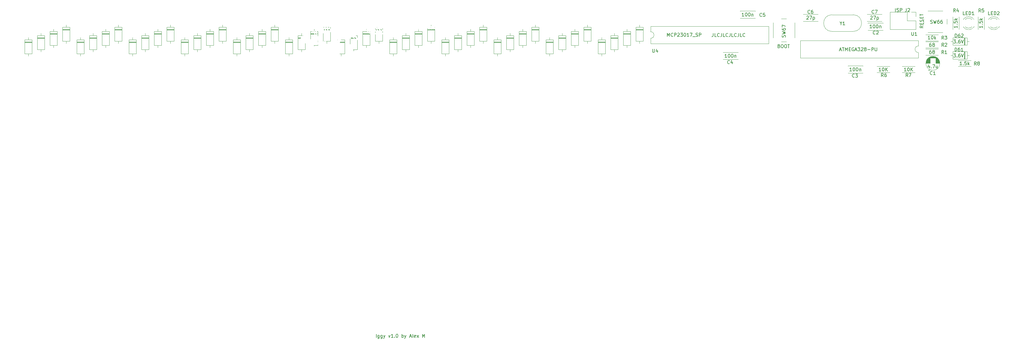
<source format=gbr>
G04 #@! TF.GenerationSoftware,KiCad,Pcbnew,(5.1.4)-1*
G04 #@! TF.CreationDate,2021-01-21T06:54:33+00:00*
G04 #@! TF.ProjectId,Iggy,49676779-2e6b-4696-9361-645f70636258,1.0*
G04 #@! TF.SameCoordinates,Original*
G04 #@! TF.FileFunction,Legend,Top*
G04 #@! TF.FilePolarity,Positive*
%FSLAX46Y46*%
G04 Gerber Fmt 4.6, Leading zero omitted, Abs format (unit mm)*
G04 Created by KiCad (PCBNEW (5.1.4)-1) date 2021-01-21 06:54:33*
%MOMM*%
%LPD*%
G04 APERTURE LIST*
%ADD10C,0.150000*%
%ADD11C,0.120000*%
%ADD12C,0.010000*%
%ADD13C,1.852000*%
%ADD14C,4.089800*%
%ADD15C,3.102000*%
%ADD16C,3.150000*%
G04 APERTURE END LIST*
D10*
X128390476Y-120752380D02*
X128390476Y-119752380D01*
X129295238Y-120085714D02*
X129295238Y-120895238D01*
X129247619Y-120990476D01*
X129200000Y-121038095D01*
X129104761Y-121085714D01*
X128961904Y-121085714D01*
X128866666Y-121038095D01*
X129295238Y-120704761D02*
X129200000Y-120752380D01*
X129009523Y-120752380D01*
X128914285Y-120704761D01*
X128866666Y-120657142D01*
X128819047Y-120561904D01*
X128819047Y-120276190D01*
X128866666Y-120180952D01*
X128914285Y-120133333D01*
X129009523Y-120085714D01*
X129200000Y-120085714D01*
X129295238Y-120133333D01*
X130200000Y-120085714D02*
X130200000Y-120895238D01*
X130152380Y-120990476D01*
X130104761Y-121038095D01*
X130009523Y-121085714D01*
X129866666Y-121085714D01*
X129771428Y-121038095D01*
X130200000Y-120704761D02*
X130104761Y-120752380D01*
X129914285Y-120752380D01*
X129819047Y-120704761D01*
X129771428Y-120657142D01*
X129723809Y-120561904D01*
X129723809Y-120276190D01*
X129771428Y-120180952D01*
X129819047Y-120133333D01*
X129914285Y-120085714D01*
X130104761Y-120085714D01*
X130200000Y-120133333D01*
X130580952Y-120085714D02*
X130819047Y-120752380D01*
X131057142Y-120085714D02*
X130819047Y-120752380D01*
X130723809Y-120990476D01*
X130676190Y-121038095D01*
X130580952Y-121085714D01*
X132104761Y-120085714D02*
X132342857Y-120752380D01*
X132580952Y-120085714D01*
X133485714Y-120752380D02*
X132914285Y-120752380D01*
X133200000Y-120752380D02*
X133200000Y-119752380D01*
X133104761Y-119895238D01*
X133009523Y-119990476D01*
X132914285Y-120038095D01*
X133914285Y-120657142D02*
X133961904Y-120704761D01*
X133914285Y-120752380D01*
X133866666Y-120704761D01*
X133914285Y-120657142D01*
X133914285Y-120752380D01*
X134580952Y-119752380D02*
X134676190Y-119752380D01*
X134771428Y-119800000D01*
X134819047Y-119847619D01*
X134866666Y-119942857D01*
X134914285Y-120133333D01*
X134914285Y-120371428D01*
X134866666Y-120561904D01*
X134819047Y-120657142D01*
X134771428Y-120704761D01*
X134676190Y-120752380D01*
X134580952Y-120752380D01*
X134485714Y-120704761D01*
X134438095Y-120657142D01*
X134390476Y-120561904D01*
X134342857Y-120371428D01*
X134342857Y-120133333D01*
X134390476Y-119942857D01*
X134438095Y-119847619D01*
X134485714Y-119800000D01*
X134580952Y-119752380D01*
X136104761Y-120752380D02*
X136104761Y-119752380D01*
X136104761Y-120133333D02*
X136200000Y-120085714D01*
X136390476Y-120085714D01*
X136485714Y-120133333D01*
X136533333Y-120180952D01*
X136580952Y-120276190D01*
X136580952Y-120561904D01*
X136533333Y-120657142D01*
X136485714Y-120704761D01*
X136390476Y-120752380D01*
X136200000Y-120752380D01*
X136104761Y-120704761D01*
X136914285Y-120085714D02*
X137152380Y-120752380D01*
X137390476Y-120085714D02*
X137152380Y-120752380D01*
X137057142Y-120990476D01*
X137009523Y-121038095D01*
X136914285Y-121085714D01*
X138485714Y-120466666D02*
X138961904Y-120466666D01*
X138390476Y-120752380D02*
X138723809Y-119752380D01*
X139057142Y-120752380D01*
X139533333Y-120752380D02*
X139438095Y-120704761D01*
X139390476Y-120609523D01*
X139390476Y-119752380D01*
X140295238Y-120704761D02*
X140200000Y-120752380D01*
X140009523Y-120752380D01*
X139914285Y-120704761D01*
X139866666Y-120609523D01*
X139866666Y-120228571D01*
X139914285Y-120133333D01*
X140009523Y-120085714D01*
X140200000Y-120085714D01*
X140295238Y-120133333D01*
X140342857Y-120228571D01*
X140342857Y-120323809D01*
X139866666Y-120419047D01*
X140676190Y-120752380D02*
X141200000Y-120085714D01*
X140676190Y-120085714D02*
X141200000Y-120752380D01*
X142342857Y-120752380D02*
X142342857Y-119752380D01*
X142676190Y-120466666D01*
X143009523Y-119752380D01*
X143009523Y-120752380D01*
X230180952Y-28752380D02*
X230180952Y-29466666D01*
X230133333Y-29609523D01*
X230038095Y-29704761D01*
X229895238Y-29752380D01*
X229800000Y-29752380D01*
X231133333Y-29752380D02*
X230657142Y-29752380D01*
X230657142Y-28752380D01*
X232038095Y-29657142D02*
X231990476Y-29704761D01*
X231847619Y-29752380D01*
X231752380Y-29752380D01*
X231609523Y-29704761D01*
X231514285Y-29609523D01*
X231466666Y-29514285D01*
X231419047Y-29323809D01*
X231419047Y-29180952D01*
X231466666Y-28990476D01*
X231514285Y-28895238D01*
X231609523Y-28800000D01*
X231752380Y-28752380D01*
X231847619Y-28752380D01*
X231990476Y-28800000D01*
X232038095Y-28847619D01*
X232752380Y-28752380D02*
X232752380Y-29466666D01*
X232704761Y-29609523D01*
X232609523Y-29704761D01*
X232466666Y-29752380D01*
X232371428Y-29752380D01*
X233704761Y-29752380D02*
X233228571Y-29752380D01*
X233228571Y-28752380D01*
X234609523Y-29657142D02*
X234561904Y-29704761D01*
X234419047Y-29752380D01*
X234323809Y-29752380D01*
X234180952Y-29704761D01*
X234085714Y-29609523D01*
X234038095Y-29514285D01*
X233990476Y-29323809D01*
X233990476Y-29180952D01*
X234038095Y-28990476D01*
X234085714Y-28895238D01*
X234180952Y-28800000D01*
X234323809Y-28752380D01*
X234419047Y-28752380D01*
X234561904Y-28800000D01*
X234609523Y-28847619D01*
X235323809Y-28752380D02*
X235323809Y-29466666D01*
X235276190Y-29609523D01*
X235180952Y-29704761D01*
X235038095Y-29752380D01*
X234942857Y-29752380D01*
X236276190Y-29752380D02*
X235800000Y-29752380D01*
X235800000Y-28752380D01*
X237180952Y-29657142D02*
X237133333Y-29704761D01*
X236990476Y-29752380D01*
X236895238Y-29752380D01*
X236752380Y-29704761D01*
X236657142Y-29609523D01*
X236609523Y-29514285D01*
X236561904Y-29323809D01*
X236561904Y-29180952D01*
X236609523Y-28990476D01*
X236657142Y-28895238D01*
X236752380Y-28800000D01*
X236895238Y-28752380D01*
X236990476Y-28752380D01*
X237133333Y-28800000D01*
X237180952Y-28847619D01*
X237895238Y-28752380D02*
X237895238Y-29466666D01*
X237847619Y-29609523D01*
X237752380Y-29704761D01*
X237609523Y-29752380D01*
X237514285Y-29752380D01*
X238847619Y-29752380D02*
X238371428Y-29752380D01*
X238371428Y-28752380D01*
X239752380Y-29657142D02*
X239704761Y-29704761D01*
X239561904Y-29752380D01*
X239466666Y-29752380D01*
X239323809Y-29704761D01*
X239228571Y-29609523D01*
X239180952Y-29514285D01*
X239133333Y-29323809D01*
X239133333Y-29180952D01*
X239180952Y-28990476D01*
X239228571Y-28895238D01*
X239323809Y-28800000D01*
X239466666Y-28752380D01*
X239561904Y-28752380D01*
X239704761Y-28800000D01*
X239752380Y-28847619D01*
D11*
X312069300Y-23756980D02*
X312069300Y-27596980D01*
X310229300Y-23756980D02*
X310229300Y-27596980D01*
X304449300Y-23756980D02*
X304449300Y-27596980D01*
X302609300Y-23756980D02*
X302609300Y-27596980D01*
X316000430Y-26756817D02*
G75*
G02X313918339Y-26756980I-1041130J1079837D01*
G01*
X316000430Y-24597143D02*
G75*
G03X313918339Y-24596980I-1041130J-1079837D01*
G01*
X316631635Y-26755588D02*
G75*
G02X313399300Y-26912496I-1672335J1078608D01*
G01*
X316631635Y-24598372D02*
G75*
G03X313399300Y-24441464I-1672335J-1078608D01*
G01*
X313399300Y-26756980D02*
X313399300Y-26912980D01*
X313399300Y-24440980D02*
X313399300Y-24596980D01*
X308380430Y-26756817D02*
G75*
G02X306298339Y-26756980I-1041130J1079837D01*
G01*
X308380430Y-24597143D02*
G75*
G03X306298339Y-24596980I-1041130J-1079837D01*
G01*
X309011635Y-26755588D02*
G75*
G02X305779300Y-26912496I-1672335J1078608D01*
G01*
X309011635Y-24598372D02*
G75*
G03X305779300Y-24441464I-1672335J-1078608D01*
G01*
X305779300Y-26756980D02*
X305779300Y-26912980D01*
X305779300Y-24440980D02*
X305779300Y-24596980D01*
X304210260Y-36931200D02*
X308050260Y-36931200D01*
X304210260Y-38771200D02*
X308050260Y-38771200D01*
X306853260Y-32341800D02*
X306853260Y-30101800D01*
X306853260Y-30101800D02*
X302613260Y-30101800D01*
X302613260Y-30101800D02*
X302613260Y-32341800D01*
X302613260Y-32341800D02*
X306853260Y-32341800D01*
X307503260Y-31221800D02*
X306853260Y-31221800D01*
X301963260Y-31221800D02*
X302613260Y-31221800D01*
X306133260Y-32341800D02*
X306133260Y-30101800D01*
X306013260Y-32341800D02*
X306013260Y-30101800D01*
X306253260Y-32341800D02*
X306253260Y-30101800D01*
X306853260Y-36532800D02*
X306853260Y-34292800D01*
X306853260Y-34292800D02*
X302613260Y-34292800D01*
X302613260Y-34292800D02*
X302613260Y-36532800D01*
X302613260Y-36532800D02*
X306853260Y-36532800D01*
X307503260Y-35412800D02*
X306853260Y-35412800D01*
X301963260Y-35412800D02*
X302613260Y-35412800D01*
X306133260Y-36532800D02*
X306133260Y-34292800D01*
X306013260Y-36532800D02*
X306013260Y-34292800D01*
X306253260Y-36532800D02*
X306253260Y-34292800D01*
X211280000Y-28266000D02*
G75*
G02X211280000Y-30266000I0J-1000000D01*
G01*
X211280000Y-30266000D02*
X211280000Y-31916000D01*
X211280000Y-31916000D02*
X246960000Y-31916000D01*
X246960000Y-31916000D02*
X246960000Y-26616000D01*
X246960000Y-26616000D02*
X211280000Y-26616000D01*
X211280000Y-26616000D02*
X211280000Y-28266000D01*
X292172000Y-34584000D02*
G75*
G02X292172000Y-32584000I0J1000000D01*
G01*
X292172000Y-32584000D02*
X292172000Y-30934000D01*
X292172000Y-30934000D02*
X256492000Y-30934000D01*
X256492000Y-30934000D02*
X256492000Y-36234000D01*
X256492000Y-36234000D02*
X292172000Y-36234000D01*
X292172000Y-36234000D02*
X292172000Y-34584000D01*
X287271000Y-38760000D02*
X291111000Y-38760000D01*
X287271000Y-40600000D02*
X291111000Y-40600000D01*
X279651000Y-38760000D02*
X283491000Y-38760000D01*
X279651000Y-40600000D02*
X283491000Y-40600000D01*
X298195060Y-31008960D02*
X294355060Y-31008960D01*
X298195060Y-29168960D02*
X294355060Y-29168960D01*
X294365220Y-31327960D02*
X298205220Y-31327960D01*
X294365220Y-33167960D02*
X298205220Y-33167960D01*
X294370300Y-33492040D02*
X298210300Y-33492040D01*
X294370300Y-35332040D02*
X298210300Y-35332040D01*
X209031000Y-26892000D02*
X206791000Y-26892000D01*
X206791000Y-26892000D02*
X206791000Y-31132000D01*
X206791000Y-31132000D02*
X209031000Y-31132000D01*
X209031000Y-31132000D02*
X209031000Y-26892000D01*
X207911000Y-26242000D02*
X207911000Y-26892000D01*
X207911000Y-31782000D02*
X207911000Y-31132000D01*
X209031000Y-27612000D02*
X206791000Y-27612000D01*
X209031000Y-27732000D02*
X206791000Y-27732000D01*
X209031000Y-27492000D02*
X206791000Y-27492000D01*
X193283000Y-26892000D02*
X191043000Y-26892000D01*
X191043000Y-26892000D02*
X191043000Y-31132000D01*
X191043000Y-31132000D02*
X193283000Y-31132000D01*
X193283000Y-31132000D02*
X193283000Y-26892000D01*
X192163000Y-26242000D02*
X192163000Y-26892000D01*
X192163000Y-31782000D02*
X192163000Y-31132000D01*
X193283000Y-27612000D02*
X191043000Y-27612000D01*
X193283000Y-27732000D02*
X191043000Y-27732000D01*
X193283000Y-27492000D02*
X191043000Y-27492000D01*
X177535000Y-26892000D02*
X175295000Y-26892000D01*
X175295000Y-26892000D02*
X175295000Y-31132000D01*
X175295000Y-31132000D02*
X177535000Y-31132000D01*
X177535000Y-31132000D02*
X177535000Y-26892000D01*
X176415000Y-26242000D02*
X176415000Y-26892000D01*
X176415000Y-31782000D02*
X176415000Y-31132000D01*
X177535000Y-27612000D02*
X175295000Y-27612000D01*
X177535000Y-27732000D02*
X175295000Y-27732000D01*
X177535000Y-27492000D02*
X175295000Y-27492000D01*
X161787000Y-26892000D02*
X159547000Y-26892000D01*
X159547000Y-26892000D02*
X159547000Y-31132000D01*
X159547000Y-31132000D02*
X161787000Y-31132000D01*
X161787000Y-31132000D02*
X161787000Y-26892000D01*
X160667000Y-26242000D02*
X160667000Y-26892000D01*
X160667000Y-31782000D02*
X160667000Y-31132000D01*
X161787000Y-27612000D02*
X159547000Y-27612000D01*
X161787000Y-27732000D02*
X159547000Y-27732000D01*
X161787000Y-27492000D02*
X159547000Y-27492000D01*
X146039000Y-26892000D02*
X143799000Y-26892000D01*
X143799000Y-26892000D02*
X143799000Y-31132000D01*
X143799000Y-31132000D02*
X146039000Y-31132000D01*
X146039000Y-31132000D02*
X146039000Y-26892000D01*
X144919000Y-26242000D02*
X144919000Y-26892000D01*
X144919000Y-31782000D02*
X144919000Y-31132000D01*
X146039000Y-27612000D02*
X143799000Y-27612000D01*
X146039000Y-27732000D02*
X143799000Y-27732000D01*
X146039000Y-27492000D02*
X143799000Y-27492000D01*
X130291000Y-26892000D02*
X128051000Y-26892000D01*
X128051000Y-26892000D02*
X128051000Y-31132000D01*
X128051000Y-31132000D02*
X130291000Y-31132000D01*
X130291000Y-31132000D02*
X130291000Y-26892000D01*
X129171000Y-26242000D02*
X129171000Y-26892000D01*
X129171000Y-31782000D02*
X129171000Y-31132000D01*
X130291000Y-27612000D02*
X128051000Y-27612000D01*
X130291000Y-27732000D02*
X128051000Y-27732000D01*
X130291000Y-27492000D02*
X128051000Y-27492000D01*
X114543000Y-26892000D02*
X112303000Y-26892000D01*
X112303000Y-26892000D02*
X112303000Y-31132000D01*
X112303000Y-31132000D02*
X114543000Y-31132000D01*
X114543000Y-31132000D02*
X114543000Y-26892000D01*
X113423000Y-26242000D02*
X113423000Y-26892000D01*
X113423000Y-31782000D02*
X113423000Y-31132000D01*
X114543000Y-27612000D02*
X112303000Y-27612000D01*
X114543000Y-27732000D02*
X112303000Y-27732000D01*
X114543000Y-27492000D02*
X112303000Y-27492000D01*
X98795000Y-26892000D02*
X96555000Y-26892000D01*
X96555000Y-26892000D02*
X96555000Y-31132000D01*
X96555000Y-31132000D02*
X98795000Y-31132000D01*
X98795000Y-31132000D02*
X98795000Y-26892000D01*
X97675000Y-26242000D02*
X97675000Y-26892000D01*
X97675000Y-31782000D02*
X97675000Y-31132000D01*
X98795000Y-27612000D02*
X96555000Y-27612000D01*
X98795000Y-27732000D02*
X96555000Y-27732000D01*
X98795000Y-27492000D02*
X96555000Y-27492000D01*
X83047000Y-26892000D02*
X80807000Y-26892000D01*
X80807000Y-26892000D02*
X80807000Y-31132000D01*
X80807000Y-31132000D02*
X83047000Y-31132000D01*
X83047000Y-31132000D02*
X83047000Y-26892000D01*
X81927000Y-26242000D02*
X81927000Y-26892000D01*
X81927000Y-31782000D02*
X81927000Y-31132000D01*
X83047000Y-27612000D02*
X80807000Y-27612000D01*
X83047000Y-27732000D02*
X80807000Y-27732000D01*
X83047000Y-27492000D02*
X80807000Y-27492000D01*
X67299000Y-26892000D02*
X65059000Y-26892000D01*
X65059000Y-26892000D02*
X65059000Y-31132000D01*
X65059000Y-31132000D02*
X67299000Y-31132000D01*
X67299000Y-31132000D02*
X67299000Y-26892000D01*
X66179000Y-26242000D02*
X66179000Y-26892000D01*
X66179000Y-31782000D02*
X66179000Y-31132000D01*
X67299000Y-27612000D02*
X65059000Y-27612000D01*
X67299000Y-27732000D02*
X65059000Y-27732000D01*
X67299000Y-27492000D02*
X65059000Y-27492000D01*
X51551000Y-26892000D02*
X49311000Y-26892000D01*
X49311000Y-26892000D02*
X49311000Y-31132000D01*
X49311000Y-31132000D02*
X51551000Y-31132000D01*
X51551000Y-31132000D02*
X51551000Y-26892000D01*
X50431000Y-26242000D02*
X50431000Y-26892000D01*
X50431000Y-31782000D02*
X50431000Y-31132000D01*
X51551000Y-27612000D02*
X49311000Y-27612000D01*
X51551000Y-27732000D02*
X49311000Y-27732000D01*
X51551000Y-27492000D02*
X49311000Y-27492000D01*
X35803000Y-26892000D02*
X33563000Y-26892000D01*
X33563000Y-26892000D02*
X33563000Y-31132000D01*
X33563000Y-31132000D02*
X35803000Y-31132000D01*
X35803000Y-31132000D02*
X35803000Y-26892000D01*
X34683000Y-26242000D02*
X34683000Y-26892000D01*
X34683000Y-31782000D02*
X34683000Y-31132000D01*
X35803000Y-27612000D02*
X33563000Y-27612000D01*
X35803000Y-27732000D02*
X33563000Y-27732000D01*
X35803000Y-27492000D02*
X33563000Y-27492000D01*
X205221000Y-28162000D02*
X202981000Y-28162000D01*
X202981000Y-28162000D02*
X202981000Y-32402000D01*
X202981000Y-32402000D02*
X205221000Y-32402000D01*
X205221000Y-32402000D02*
X205221000Y-28162000D01*
X204101000Y-27512000D02*
X204101000Y-28162000D01*
X204101000Y-33052000D02*
X204101000Y-32402000D01*
X205221000Y-28882000D02*
X202981000Y-28882000D01*
X205221000Y-29002000D02*
X202981000Y-29002000D01*
X205221000Y-28762000D02*
X202981000Y-28762000D01*
X189473000Y-28162000D02*
X187233000Y-28162000D01*
X187233000Y-28162000D02*
X187233000Y-32402000D01*
X187233000Y-32402000D02*
X189473000Y-32402000D01*
X189473000Y-32402000D02*
X189473000Y-28162000D01*
X188353000Y-27512000D02*
X188353000Y-28162000D01*
X188353000Y-33052000D02*
X188353000Y-32402000D01*
X189473000Y-28882000D02*
X187233000Y-28882000D01*
X189473000Y-29002000D02*
X187233000Y-29002000D01*
X189473000Y-28762000D02*
X187233000Y-28762000D01*
X173725000Y-28162000D02*
X171485000Y-28162000D01*
X171485000Y-28162000D02*
X171485000Y-32402000D01*
X171485000Y-32402000D02*
X173725000Y-32402000D01*
X173725000Y-32402000D02*
X173725000Y-28162000D01*
X172605000Y-27512000D02*
X172605000Y-28162000D01*
X172605000Y-33052000D02*
X172605000Y-32402000D01*
X173725000Y-28882000D02*
X171485000Y-28882000D01*
X173725000Y-29002000D02*
X171485000Y-29002000D01*
X173725000Y-28762000D02*
X171485000Y-28762000D01*
X157977000Y-28162000D02*
X155737000Y-28162000D01*
X155737000Y-28162000D02*
X155737000Y-32402000D01*
X155737000Y-32402000D02*
X157977000Y-32402000D01*
X157977000Y-32402000D02*
X157977000Y-28162000D01*
X156857000Y-27512000D02*
X156857000Y-28162000D01*
X156857000Y-33052000D02*
X156857000Y-32402000D01*
X157977000Y-28882000D02*
X155737000Y-28882000D01*
X157977000Y-29002000D02*
X155737000Y-29002000D01*
X157977000Y-28762000D02*
X155737000Y-28762000D01*
X142229000Y-28162000D02*
X139989000Y-28162000D01*
X139989000Y-28162000D02*
X139989000Y-32402000D01*
X139989000Y-32402000D02*
X142229000Y-32402000D01*
X142229000Y-32402000D02*
X142229000Y-28162000D01*
X141109000Y-27512000D02*
X141109000Y-28162000D01*
X141109000Y-33052000D02*
X141109000Y-32402000D01*
X142229000Y-28882000D02*
X139989000Y-28882000D01*
X142229000Y-29002000D02*
X139989000Y-29002000D01*
X142229000Y-28762000D02*
X139989000Y-28762000D01*
X126481000Y-28162000D02*
X124241000Y-28162000D01*
X124241000Y-28162000D02*
X124241000Y-32402000D01*
X124241000Y-32402000D02*
X126481000Y-32402000D01*
X126481000Y-32402000D02*
X126481000Y-28162000D01*
X125361000Y-27512000D02*
X125361000Y-28162000D01*
X125361000Y-33052000D02*
X125361000Y-32402000D01*
X126481000Y-28882000D02*
X124241000Y-28882000D01*
X126481000Y-29002000D02*
X124241000Y-29002000D01*
X126481000Y-28762000D02*
X124241000Y-28762000D01*
X110733000Y-28162000D02*
X108493000Y-28162000D01*
X108493000Y-28162000D02*
X108493000Y-32402000D01*
X108493000Y-32402000D02*
X110733000Y-32402000D01*
X110733000Y-32402000D02*
X110733000Y-28162000D01*
X109613000Y-27512000D02*
X109613000Y-28162000D01*
X109613000Y-33052000D02*
X109613000Y-32402000D01*
X110733000Y-28882000D02*
X108493000Y-28882000D01*
X110733000Y-29002000D02*
X108493000Y-29002000D01*
X110733000Y-28762000D02*
X108493000Y-28762000D01*
X94985000Y-28162000D02*
X92745000Y-28162000D01*
X92745000Y-28162000D02*
X92745000Y-32402000D01*
X92745000Y-32402000D02*
X94985000Y-32402000D01*
X94985000Y-32402000D02*
X94985000Y-28162000D01*
X93865000Y-27512000D02*
X93865000Y-28162000D01*
X93865000Y-33052000D02*
X93865000Y-32402000D01*
X94985000Y-28882000D02*
X92745000Y-28882000D01*
X94985000Y-29002000D02*
X92745000Y-29002000D01*
X94985000Y-28762000D02*
X92745000Y-28762000D01*
X79237000Y-28162000D02*
X76997000Y-28162000D01*
X76997000Y-28162000D02*
X76997000Y-32402000D01*
X76997000Y-32402000D02*
X79237000Y-32402000D01*
X79237000Y-32402000D02*
X79237000Y-28162000D01*
X78117000Y-27512000D02*
X78117000Y-28162000D01*
X78117000Y-33052000D02*
X78117000Y-32402000D01*
X79237000Y-28882000D02*
X76997000Y-28882000D01*
X79237000Y-29002000D02*
X76997000Y-29002000D01*
X79237000Y-28762000D02*
X76997000Y-28762000D01*
X63489000Y-28162000D02*
X61249000Y-28162000D01*
X61249000Y-28162000D02*
X61249000Y-32402000D01*
X61249000Y-32402000D02*
X63489000Y-32402000D01*
X63489000Y-32402000D02*
X63489000Y-28162000D01*
X62369000Y-27512000D02*
X62369000Y-28162000D01*
X62369000Y-33052000D02*
X62369000Y-32402000D01*
X63489000Y-28882000D02*
X61249000Y-28882000D01*
X63489000Y-29002000D02*
X61249000Y-29002000D01*
X63489000Y-28762000D02*
X61249000Y-28762000D01*
X47741000Y-28162000D02*
X45501000Y-28162000D01*
X45501000Y-28162000D02*
X45501000Y-32402000D01*
X45501000Y-32402000D02*
X47741000Y-32402000D01*
X47741000Y-32402000D02*
X47741000Y-28162000D01*
X46621000Y-27512000D02*
X46621000Y-28162000D01*
X46621000Y-33052000D02*
X46621000Y-32402000D01*
X47741000Y-28882000D02*
X45501000Y-28882000D01*
X47741000Y-29002000D02*
X45501000Y-29002000D01*
X47741000Y-28762000D02*
X45501000Y-28762000D01*
X31993000Y-28162000D02*
X29753000Y-28162000D01*
X29753000Y-28162000D02*
X29753000Y-32402000D01*
X29753000Y-32402000D02*
X31993000Y-32402000D01*
X31993000Y-32402000D02*
X31993000Y-28162000D01*
X30873000Y-27512000D02*
X30873000Y-28162000D01*
X30873000Y-33052000D02*
X30873000Y-32402000D01*
X31993000Y-28882000D02*
X29753000Y-28882000D01*
X31993000Y-29002000D02*
X29753000Y-29002000D01*
X31993000Y-28762000D02*
X29753000Y-28762000D01*
X201411000Y-29432000D02*
X199171000Y-29432000D01*
X199171000Y-29432000D02*
X199171000Y-33672000D01*
X199171000Y-33672000D02*
X201411000Y-33672000D01*
X201411000Y-33672000D02*
X201411000Y-29432000D01*
X200291000Y-28782000D02*
X200291000Y-29432000D01*
X200291000Y-34322000D02*
X200291000Y-33672000D01*
X201411000Y-30152000D02*
X199171000Y-30152000D01*
X201411000Y-30272000D02*
X199171000Y-30272000D01*
X201411000Y-30032000D02*
X199171000Y-30032000D01*
X185663000Y-29432000D02*
X183423000Y-29432000D01*
X183423000Y-29432000D02*
X183423000Y-33672000D01*
X183423000Y-33672000D02*
X185663000Y-33672000D01*
X185663000Y-33672000D02*
X185663000Y-29432000D01*
X184543000Y-28782000D02*
X184543000Y-29432000D01*
X184543000Y-34322000D02*
X184543000Y-33672000D01*
X185663000Y-30152000D02*
X183423000Y-30152000D01*
X185663000Y-30272000D02*
X183423000Y-30272000D01*
X185663000Y-30032000D02*
X183423000Y-30032000D01*
X169915000Y-29432000D02*
X167675000Y-29432000D01*
X167675000Y-29432000D02*
X167675000Y-33672000D01*
X167675000Y-33672000D02*
X169915000Y-33672000D01*
X169915000Y-33672000D02*
X169915000Y-29432000D01*
X168795000Y-28782000D02*
X168795000Y-29432000D01*
X168795000Y-34322000D02*
X168795000Y-33672000D01*
X169915000Y-30152000D02*
X167675000Y-30152000D01*
X169915000Y-30272000D02*
X167675000Y-30272000D01*
X169915000Y-30032000D02*
X167675000Y-30032000D01*
X154167000Y-29432000D02*
X151927000Y-29432000D01*
X151927000Y-29432000D02*
X151927000Y-33672000D01*
X151927000Y-33672000D02*
X154167000Y-33672000D01*
X154167000Y-33672000D02*
X154167000Y-29432000D01*
X153047000Y-28782000D02*
X153047000Y-29432000D01*
X153047000Y-34322000D02*
X153047000Y-33672000D01*
X154167000Y-30152000D02*
X151927000Y-30152000D01*
X154167000Y-30272000D02*
X151927000Y-30272000D01*
X154167000Y-30032000D02*
X151927000Y-30032000D01*
X138419000Y-29432000D02*
X136179000Y-29432000D01*
X136179000Y-29432000D02*
X136179000Y-33672000D01*
X136179000Y-33672000D02*
X138419000Y-33672000D01*
X138419000Y-33672000D02*
X138419000Y-29432000D01*
X137299000Y-28782000D02*
X137299000Y-29432000D01*
X137299000Y-34322000D02*
X137299000Y-33672000D01*
X138419000Y-30152000D02*
X136179000Y-30152000D01*
X138419000Y-30272000D02*
X136179000Y-30272000D01*
X138419000Y-30032000D02*
X136179000Y-30032000D01*
X122671000Y-29432000D02*
X120431000Y-29432000D01*
X120431000Y-29432000D02*
X120431000Y-33672000D01*
X120431000Y-33672000D02*
X122671000Y-33672000D01*
X122671000Y-33672000D02*
X122671000Y-29432000D01*
X121551000Y-28782000D02*
X121551000Y-29432000D01*
X121551000Y-34322000D02*
X121551000Y-33672000D01*
X122671000Y-30152000D02*
X120431000Y-30152000D01*
X122671000Y-30272000D02*
X120431000Y-30272000D01*
X122671000Y-30032000D02*
X120431000Y-30032000D01*
X106923000Y-29432000D02*
X104683000Y-29432000D01*
X104683000Y-29432000D02*
X104683000Y-33672000D01*
X104683000Y-33672000D02*
X106923000Y-33672000D01*
X106923000Y-33672000D02*
X106923000Y-29432000D01*
X105803000Y-28782000D02*
X105803000Y-29432000D01*
X105803000Y-34322000D02*
X105803000Y-33672000D01*
X106923000Y-30152000D02*
X104683000Y-30152000D01*
X106923000Y-30272000D02*
X104683000Y-30272000D01*
X106923000Y-30032000D02*
X104683000Y-30032000D01*
X91175000Y-29432000D02*
X88935000Y-29432000D01*
X88935000Y-29432000D02*
X88935000Y-33672000D01*
X88935000Y-33672000D02*
X91175000Y-33672000D01*
X91175000Y-33672000D02*
X91175000Y-29432000D01*
X90055000Y-28782000D02*
X90055000Y-29432000D01*
X90055000Y-34322000D02*
X90055000Y-33672000D01*
X91175000Y-30152000D02*
X88935000Y-30152000D01*
X91175000Y-30272000D02*
X88935000Y-30272000D01*
X91175000Y-30032000D02*
X88935000Y-30032000D01*
X75427000Y-29432000D02*
X73187000Y-29432000D01*
X73187000Y-29432000D02*
X73187000Y-33672000D01*
X73187000Y-33672000D02*
X75427000Y-33672000D01*
X75427000Y-33672000D02*
X75427000Y-29432000D01*
X74307000Y-28782000D02*
X74307000Y-29432000D01*
X74307000Y-34322000D02*
X74307000Y-33672000D01*
X75427000Y-30152000D02*
X73187000Y-30152000D01*
X75427000Y-30272000D02*
X73187000Y-30272000D01*
X75427000Y-30032000D02*
X73187000Y-30032000D01*
X59679000Y-29432000D02*
X57439000Y-29432000D01*
X57439000Y-29432000D02*
X57439000Y-33672000D01*
X57439000Y-33672000D02*
X59679000Y-33672000D01*
X59679000Y-33672000D02*
X59679000Y-29432000D01*
X58559000Y-28782000D02*
X58559000Y-29432000D01*
X58559000Y-34322000D02*
X58559000Y-33672000D01*
X59679000Y-30152000D02*
X57439000Y-30152000D01*
X59679000Y-30272000D02*
X57439000Y-30272000D01*
X59679000Y-30032000D02*
X57439000Y-30032000D01*
X43931000Y-29432000D02*
X41691000Y-29432000D01*
X41691000Y-29432000D02*
X41691000Y-33672000D01*
X41691000Y-33672000D02*
X43931000Y-33672000D01*
X43931000Y-33672000D02*
X43931000Y-29432000D01*
X42811000Y-28782000D02*
X42811000Y-29432000D01*
X42811000Y-34322000D02*
X42811000Y-33672000D01*
X43931000Y-30152000D02*
X41691000Y-30152000D01*
X43931000Y-30272000D02*
X41691000Y-30272000D01*
X43931000Y-30032000D02*
X41691000Y-30032000D01*
X28183000Y-29432000D02*
X25943000Y-29432000D01*
X25943000Y-29432000D02*
X25943000Y-33672000D01*
X25943000Y-33672000D02*
X28183000Y-33672000D01*
X28183000Y-33672000D02*
X28183000Y-29432000D01*
X27063000Y-28782000D02*
X27063000Y-29432000D01*
X27063000Y-34322000D02*
X27063000Y-33672000D01*
X28183000Y-30152000D02*
X25943000Y-30152000D01*
X28183000Y-30272000D02*
X25943000Y-30272000D01*
X28183000Y-30032000D02*
X25943000Y-30032000D01*
X197601000Y-30702000D02*
X195361000Y-30702000D01*
X195361000Y-30702000D02*
X195361000Y-34942000D01*
X195361000Y-34942000D02*
X197601000Y-34942000D01*
X197601000Y-34942000D02*
X197601000Y-30702000D01*
X196481000Y-30052000D02*
X196481000Y-30702000D01*
X196481000Y-35592000D02*
X196481000Y-34942000D01*
X197601000Y-31422000D02*
X195361000Y-31422000D01*
X197601000Y-31542000D02*
X195361000Y-31542000D01*
X197601000Y-31302000D02*
X195361000Y-31302000D01*
X181853000Y-30702000D02*
X179613000Y-30702000D01*
X179613000Y-30702000D02*
X179613000Y-34942000D01*
X179613000Y-34942000D02*
X181853000Y-34942000D01*
X181853000Y-34942000D02*
X181853000Y-30702000D01*
X180733000Y-30052000D02*
X180733000Y-30702000D01*
X180733000Y-35592000D02*
X180733000Y-34942000D01*
X181853000Y-31422000D02*
X179613000Y-31422000D01*
X181853000Y-31542000D02*
X179613000Y-31542000D01*
X181853000Y-31302000D02*
X179613000Y-31302000D01*
X166105000Y-30702000D02*
X163865000Y-30702000D01*
X163865000Y-30702000D02*
X163865000Y-34942000D01*
X163865000Y-34942000D02*
X166105000Y-34942000D01*
X166105000Y-34942000D02*
X166105000Y-30702000D01*
X164985000Y-30052000D02*
X164985000Y-30702000D01*
X164985000Y-35592000D02*
X164985000Y-34942000D01*
X166105000Y-31422000D02*
X163865000Y-31422000D01*
X166105000Y-31542000D02*
X163865000Y-31542000D01*
X166105000Y-31302000D02*
X163865000Y-31302000D01*
X150357000Y-30702000D02*
X148117000Y-30702000D01*
X148117000Y-30702000D02*
X148117000Y-34942000D01*
X148117000Y-34942000D02*
X150357000Y-34942000D01*
X150357000Y-34942000D02*
X150357000Y-30702000D01*
X149237000Y-30052000D02*
X149237000Y-30702000D01*
X149237000Y-35592000D02*
X149237000Y-34942000D01*
X150357000Y-31422000D02*
X148117000Y-31422000D01*
X150357000Y-31542000D02*
X148117000Y-31542000D01*
X150357000Y-31302000D02*
X148117000Y-31302000D01*
X134609000Y-30702000D02*
X132369000Y-30702000D01*
X132369000Y-30702000D02*
X132369000Y-34942000D01*
X132369000Y-34942000D02*
X134609000Y-34942000D01*
X134609000Y-34942000D02*
X134609000Y-30702000D01*
X133489000Y-30052000D02*
X133489000Y-30702000D01*
X133489000Y-35592000D02*
X133489000Y-34942000D01*
X134609000Y-31422000D02*
X132369000Y-31422000D01*
X134609000Y-31542000D02*
X132369000Y-31542000D01*
X134609000Y-31302000D02*
X132369000Y-31302000D01*
X118861000Y-30702000D02*
X116621000Y-30702000D01*
X116621000Y-30702000D02*
X116621000Y-34942000D01*
X116621000Y-34942000D02*
X118861000Y-34942000D01*
X118861000Y-34942000D02*
X118861000Y-30702000D01*
X117741000Y-30052000D02*
X117741000Y-30702000D01*
X117741000Y-35592000D02*
X117741000Y-34942000D01*
X118861000Y-31422000D02*
X116621000Y-31422000D01*
X118861000Y-31542000D02*
X116621000Y-31542000D01*
X118861000Y-31302000D02*
X116621000Y-31302000D01*
X103113000Y-30702000D02*
X100873000Y-30702000D01*
X100873000Y-30702000D02*
X100873000Y-34942000D01*
X100873000Y-34942000D02*
X103113000Y-34942000D01*
X103113000Y-34942000D02*
X103113000Y-30702000D01*
X101993000Y-30052000D02*
X101993000Y-30702000D01*
X101993000Y-35592000D02*
X101993000Y-34942000D01*
X103113000Y-31422000D02*
X100873000Y-31422000D01*
X103113000Y-31542000D02*
X100873000Y-31542000D01*
X103113000Y-31302000D02*
X100873000Y-31302000D01*
X87365000Y-30702000D02*
X85125000Y-30702000D01*
X85125000Y-30702000D02*
X85125000Y-34942000D01*
X85125000Y-34942000D02*
X87365000Y-34942000D01*
X87365000Y-34942000D02*
X87365000Y-30702000D01*
X86245000Y-30052000D02*
X86245000Y-30702000D01*
X86245000Y-35592000D02*
X86245000Y-34942000D01*
X87365000Y-31422000D02*
X85125000Y-31422000D01*
X87365000Y-31542000D02*
X85125000Y-31542000D01*
X87365000Y-31302000D02*
X85125000Y-31302000D01*
X71617000Y-30702000D02*
X69377000Y-30702000D01*
X69377000Y-30702000D02*
X69377000Y-34942000D01*
X69377000Y-34942000D02*
X71617000Y-34942000D01*
X71617000Y-34942000D02*
X71617000Y-30702000D01*
X70497000Y-30052000D02*
X70497000Y-30702000D01*
X70497000Y-35592000D02*
X70497000Y-34942000D01*
X71617000Y-31422000D02*
X69377000Y-31422000D01*
X71617000Y-31542000D02*
X69377000Y-31542000D01*
X71617000Y-31302000D02*
X69377000Y-31302000D01*
X55869000Y-30702000D02*
X53629000Y-30702000D01*
X53629000Y-30702000D02*
X53629000Y-34942000D01*
X53629000Y-34942000D02*
X55869000Y-34942000D01*
X55869000Y-34942000D02*
X55869000Y-30702000D01*
X54749000Y-30052000D02*
X54749000Y-30702000D01*
X54749000Y-35592000D02*
X54749000Y-34942000D01*
X55869000Y-31422000D02*
X53629000Y-31422000D01*
X55869000Y-31542000D02*
X53629000Y-31542000D01*
X55869000Y-31302000D02*
X53629000Y-31302000D01*
X40121000Y-30702000D02*
X37881000Y-30702000D01*
X37881000Y-30702000D02*
X37881000Y-34942000D01*
X37881000Y-34942000D02*
X40121000Y-34942000D01*
X40121000Y-34942000D02*
X40121000Y-30702000D01*
X39001000Y-30052000D02*
X39001000Y-30702000D01*
X39001000Y-35592000D02*
X39001000Y-34942000D01*
X40121000Y-31422000D02*
X37881000Y-31422000D01*
X40121000Y-31542000D02*
X37881000Y-31542000D01*
X40121000Y-31302000D02*
X37881000Y-31302000D01*
X24373000Y-30702000D02*
X22133000Y-30702000D01*
X22133000Y-30702000D02*
X22133000Y-34942000D01*
X22133000Y-34942000D02*
X24373000Y-34942000D01*
X24373000Y-34942000D02*
X24373000Y-30702000D01*
X23253000Y-30052000D02*
X23253000Y-30702000D01*
X23253000Y-35592000D02*
X23253000Y-34942000D01*
X24373000Y-31422000D02*
X22133000Y-31422000D01*
X24373000Y-31542000D02*
X22133000Y-31542000D01*
X24373000Y-31302000D02*
X22133000Y-31302000D01*
X281187340Y-25116540D02*
X281187340Y-25131540D01*
X281187340Y-22991540D02*
X281187340Y-23006540D01*
X276647340Y-25116540D02*
X276647340Y-25131540D01*
X276647340Y-22991540D02*
X276647340Y-23006540D01*
X276647340Y-25131540D02*
X281187340Y-25131540D01*
X276647340Y-22991540D02*
X281187340Y-22991540D01*
X257339520Y-23011620D02*
X257339520Y-22996620D01*
X257339520Y-25136620D02*
X257339520Y-25121620D01*
X261879520Y-23011620D02*
X261879520Y-22996620D01*
X261879520Y-25136620D02*
X261879520Y-25121620D01*
X261879520Y-22996620D02*
X257339520Y-22996620D01*
X261879520Y-25136620D02*
X257339520Y-25136620D01*
X242868900Y-24138640D02*
X242868900Y-24153640D01*
X242868900Y-22013640D02*
X242868900Y-22028640D01*
X238328900Y-24138640D02*
X238328900Y-24153640D01*
X238328900Y-22013640D02*
X238328900Y-22028640D01*
X238328900Y-24153640D02*
X242868900Y-24153640D01*
X238328900Y-22013640D02*
X242868900Y-22013640D01*
X237702540Y-36630360D02*
X237702540Y-36645360D01*
X237702540Y-34505360D02*
X237702540Y-34520360D01*
X233162540Y-36630360D02*
X233162540Y-36645360D01*
X233162540Y-34505360D02*
X233162540Y-34520360D01*
X233162540Y-36645360D02*
X237702540Y-36645360D01*
X233162540Y-34505360D02*
X237702540Y-34505360D01*
X275419000Y-40735000D02*
X275419000Y-40750000D01*
X275419000Y-38610000D02*
X275419000Y-38625000D01*
X270879000Y-40735000D02*
X270879000Y-40750000D01*
X270879000Y-38610000D02*
X270879000Y-38625000D01*
X270879000Y-40750000D02*
X275419000Y-40750000D01*
X270879000Y-38610000D02*
X275419000Y-38610000D01*
X276928000Y-25671000D02*
X276928000Y-25656000D01*
X276928000Y-27796000D02*
X276928000Y-27781000D01*
X281468000Y-25671000D02*
X281468000Y-25656000D01*
X281468000Y-27796000D02*
X281468000Y-27781000D01*
X281468000Y-25656000D02*
X276928000Y-25656000D01*
X281468000Y-27796000D02*
X276928000Y-27796000D01*
X295144220Y-39892361D02*
X295544220Y-39892361D01*
X295344220Y-40092361D02*
X295344220Y-39692361D01*
X296169220Y-35741560D02*
X296909220Y-35741560D01*
X296002220Y-35781560D02*
X297076220Y-35781560D01*
X295875220Y-35821560D02*
X297203220Y-35821560D01*
X295771220Y-35861560D02*
X297307220Y-35861560D01*
X295680220Y-35901560D02*
X297398220Y-35901560D01*
X295599220Y-35941560D02*
X297479220Y-35941560D01*
X295526220Y-35981560D02*
X297552220Y-35981560D01*
X295459220Y-36021560D02*
X297619220Y-36021560D01*
X295397220Y-36061560D02*
X297681220Y-36061560D01*
X295339220Y-36101560D02*
X297739220Y-36101560D01*
X295285220Y-36141560D02*
X297793220Y-36141560D01*
X295235220Y-36181560D02*
X297843220Y-36181560D01*
X295188220Y-36221560D02*
X297890220Y-36221560D01*
X297379220Y-36261560D02*
X297935220Y-36261560D01*
X295143220Y-36261560D02*
X295699220Y-36261560D01*
X297379220Y-36301560D02*
X297977220Y-36301560D01*
X295101220Y-36301560D02*
X295699220Y-36301560D01*
X297379220Y-36341560D02*
X298017220Y-36341560D01*
X295061220Y-36341560D02*
X295699220Y-36341560D01*
X297379220Y-36381560D02*
X298055220Y-36381560D01*
X295023220Y-36381560D02*
X295699220Y-36381560D01*
X297379220Y-36421560D02*
X298091220Y-36421560D01*
X294987220Y-36421560D02*
X295699220Y-36421560D01*
X297379220Y-36461560D02*
X298126220Y-36461560D01*
X294952220Y-36461560D02*
X295699220Y-36461560D01*
X297379220Y-36501560D02*
X298158220Y-36501560D01*
X294920220Y-36501560D02*
X295699220Y-36501560D01*
X297379220Y-36541560D02*
X298189220Y-36541560D01*
X294889220Y-36541560D02*
X295699220Y-36541560D01*
X297379220Y-36581560D02*
X298219220Y-36581560D01*
X294859220Y-36581560D02*
X295699220Y-36581560D01*
X297379220Y-36621560D02*
X298247220Y-36621560D01*
X294831220Y-36621560D02*
X295699220Y-36621560D01*
X297379220Y-36661560D02*
X298274220Y-36661560D01*
X294804220Y-36661560D02*
X295699220Y-36661560D01*
X297379220Y-36701560D02*
X298299220Y-36701560D01*
X294779220Y-36701560D02*
X295699220Y-36701560D01*
X297379220Y-36741560D02*
X298324220Y-36741560D01*
X294754220Y-36741560D02*
X295699220Y-36741560D01*
X297379220Y-36781560D02*
X298347220Y-36781560D01*
X294731220Y-36781560D02*
X295699220Y-36781560D01*
X297379220Y-36821560D02*
X298369220Y-36821560D01*
X294709220Y-36821560D02*
X295699220Y-36821560D01*
X297379220Y-36861560D02*
X298390220Y-36861560D01*
X294688220Y-36861560D02*
X295699220Y-36861560D01*
X297379220Y-36901560D02*
X298409220Y-36901560D01*
X294669220Y-36901560D02*
X295699220Y-36901560D01*
X297379220Y-36941560D02*
X298428220Y-36941560D01*
X294650220Y-36941560D02*
X295699220Y-36941560D01*
X297379220Y-36981560D02*
X298446220Y-36981560D01*
X294632220Y-36981560D02*
X295699220Y-36981560D01*
X297379220Y-37021560D02*
X298463220Y-37021560D01*
X294615220Y-37021560D02*
X295699220Y-37021560D01*
X297379220Y-37061560D02*
X298479220Y-37061560D01*
X294599220Y-37061560D02*
X295699220Y-37061560D01*
X297379220Y-37101560D02*
X298493220Y-37101560D01*
X294585220Y-37101560D02*
X295699220Y-37101560D01*
X297379220Y-37142560D02*
X298507220Y-37142560D01*
X294571220Y-37142560D02*
X295699220Y-37142560D01*
X297379220Y-37182560D02*
X298521220Y-37182560D01*
X294557220Y-37182560D02*
X295699220Y-37182560D01*
X297379220Y-37222560D02*
X298533220Y-37222560D01*
X294545220Y-37222560D02*
X295699220Y-37222560D01*
X297379220Y-37262560D02*
X298544220Y-37262560D01*
X294534220Y-37262560D02*
X295699220Y-37262560D01*
X297379220Y-37302560D02*
X298555220Y-37302560D01*
X294523220Y-37302560D02*
X295699220Y-37302560D01*
X297379220Y-37342560D02*
X298564220Y-37342560D01*
X294514220Y-37342560D02*
X295699220Y-37342560D01*
X297379220Y-37382560D02*
X298573220Y-37382560D01*
X294505220Y-37382560D02*
X295699220Y-37382560D01*
X297379220Y-37422560D02*
X298581220Y-37422560D01*
X294497220Y-37422560D02*
X295699220Y-37422560D01*
X297379220Y-37462560D02*
X298589220Y-37462560D01*
X294489220Y-37462560D02*
X295699220Y-37462560D01*
X297379220Y-37502560D02*
X298595220Y-37502560D01*
X294483220Y-37502560D02*
X295699220Y-37502560D01*
X297379220Y-37542560D02*
X298601220Y-37542560D01*
X294477220Y-37542560D02*
X295699220Y-37542560D01*
X297379220Y-37582560D02*
X298606220Y-37582560D01*
X294472220Y-37582560D02*
X295699220Y-37582560D01*
X297379220Y-37622560D02*
X298610220Y-37622560D01*
X294468220Y-37622560D02*
X295699220Y-37622560D01*
X297379220Y-37662560D02*
X298613220Y-37662560D01*
X294465220Y-37662560D02*
X295699220Y-37662560D01*
X297379220Y-37702560D02*
X298616220Y-37702560D01*
X294462220Y-37702560D02*
X295699220Y-37702560D01*
X294460220Y-37742560D02*
X295699220Y-37742560D01*
X297379220Y-37742560D02*
X298618220Y-37742560D01*
X294459220Y-37782560D02*
X295699220Y-37782560D01*
X297379220Y-37782560D02*
X298619220Y-37782560D01*
X294459220Y-37822560D02*
X295699220Y-37822560D01*
X297379220Y-37822560D02*
X298619220Y-37822560D01*
X298659220Y-37822560D02*
G75*
G03X298659220Y-37822560I-2120000J0D01*
G01*
X291374440Y-22355620D02*
X291374440Y-23685620D01*
X290044440Y-22355620D02*
X291374440Y-22355620D01*
X291374440Y-24955620D02*
X291374440Y-27555620D01*
X288774440Y-24955620D02*
X291374440Y-24955620D01*
X288774440Y-22355620D02*
X288774440Y-24955620D01*
X291374440Y-27555620D02*
X283634440Y-27555620D01*
X288774440Y-22355620D02*
X283634440Y-22355620D01*
X283634440Y-22355620D02*
X283634440Y-27555620D01*
X250780860Y-31317000D02*
X252280860Y-31317000D01*
X254780860Y-30067000D02*
X254780860Y-25567000D01*
X252280860Y-24317000D02*
X250780860Y-24317000D01*
X248280860Y-25567000D02*
X248280860Y-30067000D01*
X266073260Y-23134200D02*
G75*
G03X266073260Y-28184200I0J-2525000D01*
G01*
X272473260Y-23134200D02*
G75*
G02X272473260Y-28184200I0J-2525000D01*
G01*
X272473260Y-23134200D02*
X266073260Y-23134200D01*
X272473260Y-28184200D02*
X266073260Y-28184200D01*
X300794940Y-25974420D02*
X300794940Y-24474420D01*
X299544940Y-21974420D02*
X295044940Y-21974420D01*
X293794940Y-24474420D02*
X293794940Y-25974420D01*
X295044940Y-28474420D02*
X299544940Y-28474420D01*
D10*
X311018193Y-22326980D02*
X310684860Y-21850790D01*
X310446764Y-22326980D02*
X310446764Y-21326980D01*
X310827717Y-21326980D01*
X310922955Y-21374600D01*
X310970574Y-21422219D01*
X311018193Y-21517457D01*
X311018193Y-21660314D01*
X310970574Y-21755552D01*
X310922955Y-21803171D01*
X310827717Y-21850790D01*
X310446764Y-21850790D01*
X311922955Y-21326980D02*
X311446764Y-21326980D01*
X311399145Y-21803171D01*
X311446764Y-21755552D01*
X311542002Y-21707933D01*
X311780098Y-21707933D01*
X311875336Y-21755552D01*
X311922955Y-21803171D01*
X311970574Y-21898409D01*
X311970574Y-22136504D01*
X311922955Y-22231742D01*
X311875336Y-22279361D01*
X311780098Y-22326980D01*
X311542002Y-22326980D01*
X311446764Y-22279361D01*
X311399145Y-22231742D01*
X311561040Y-26510313D02*
X311561040Y-27081741D01*
X311561040Y-26796027D02*
X310561040Y-26796027D01*
X310703898Y-26891265D01*
X310799136Y-26986503D01*
X310846755Y-27081741D01*
X311465802Y-26081741D02*
X311513421Y-26034122D01*
X311561040Y-26081741D01*
X311513421Y-26129360D01*
X311465802Y-26081741D01*
X311561040Y-26081741D01*
X310561040Y-25129360D02*
X310561040Y-25605551D01*
X311037231Y-25653170D01*
X310989612Y-25605551D01*
X310941993Y-25510313D01*
X310941993Y-25272218D01*
X310989612Y-25176980D01*
X311037231Y-25129360D01*
X311132469Y-25081741D01*
X311370564Y-25081741D01*
X311465802Y-25129360D01*
X311513421Y-25176980D01*
X311561040Y-25272218D01*
X311561040Y-25510313D01*
X311513421Y-25605551D01*
X311465802Y-25653170D01*
X311561040Y-24653170D02*
X310561040Y-24653170D01*
X311180088Y-24557932D02*
X311561040Y-24272218D01*
X310894374Y-24272218D02*
X311275326Y-24653170D01*
X303372793Y-22301580D02*
X303039460Y-21825390D01*
X302801364Y-22301580D02*
X302801364Y-21301580D01*
X303182317Y-21301580D01*
X303277555Y-21349200D01*
X303325174Y-21396819D01*
X303372793Y-21492057D01*
X303372793Y-21634914D01*
X303325174Y-21730152D01*
X303277555Y-21777771D01*
X303182317Y-21825390D01*
X302801364Y-21825390D01*
X304229936Y-21634914D02*
X304229936Y-22301580D01*
X303991840Y-21253961D02*
X303753745Y-21968247D01*
X304372793Y-21968247D01*
X303941040Y-26510313D02*
X303941040Y-27081741D01*
X303941040Y-26796027D02*
X302941040Y-26796027D01*
X303083898Y-26891265D01*
X303179136Y-26986503D01*
X303226755Y-27081741D01*
X303845802Y-26081741D02*
X303893421Y-26034122D01*
X303941040Y-26081741D01*
X303893421Y-26129360D01*
X303845802Y-26081741D01*
X303941040Y-26081741D01*
X302941040Y-25129360D02*
X302941040Y-25605551D01*
X303417231Y-25653170D01*
X303369612Y-25605551D01*
X303321993Y-25510313D01*
X303321993Y-25272218D01*
X303369612Y-25176980D01*
X303417231Y-25129360D01*
X303512469Y-25081741D01*
X303750564Y-25081741D01*
X303845802Y-25129360D01*
X303893421Y-25176980D01*
X303941040Y-25272218D01*
X303941040Y-25510313D01*
X303893421Y-25605551D01*
X303845802Y-25653170D01*
X303941040Y-24653170D02*
X302941040Y-24653170D01*
X303560088Y-24557932D02*
X303941040Y-24272218D01*
X303274374Y-24272218D02*
X303655326Y-24653170D01*
X313840252Y-23169360D02*
X313364061Y-23169360D01*
X313364061Y-22169360D01*
X314173585Y-22645551D02*
X314506919Y-22645551D01*
X314649776Y-23169360D02*
X314173585Y-23169360D01*
X314173585Y-22169360D01*
X314649776Y-22169360D01*
X315078347Y-23169360D02*
X315078347Y-22169360D01*
X315316442Y-22169360D01*
X315459300Y-22216980D01*
X315554538Y-22312218D01*
X315602157Y-22407456D01*
X315649776Y-22597932D01*
X315649776Y-22740789D01*
X315602157Y-22931265D01*
X315554538Y-23026503D01*
X315459300Y-23121741D01*
X315316442Y-23169360D01*
X315078347Y-23169360D01*
X316030728Y-22264599D02*
X316078347Y-22216980D01*
X316173585Y-22169360D01*
X316411680Y-22169360D01*
X316506919Y-22216980D01*
X316554538Y-22264599D01*
X316602157Y-22359837D01*
X316602157Y-22455075D01*
X316554538Y-22597932D01*
X315983109Y-23169360D01*
X316602157Y-23169360D01*
X306220252Y-23169360D02*
X305744061Y-23169360D01*
X305744061Y-22169360D01*
X306553585Y-22645551D02*
X306886919Y-22645551D01*
X307029776Y-23169360D02*
X306553585Y-23169360D01*
X306553585Y-22169360D01*
X307029776Y-22169360D01*
X307458347Y-23169360D02*
X307458347Y-22169360D01*
X307696442Y-22169360D01*
X307839300Y-22216980D01*
X307934538Y-22312218D01*
X307982157Y-22407456D01*
X308029776Y-22597932D01*
X308029776Y-22740789D01*
X307982157Y-22931265D01*
X307934538Y-23026503D01*
X307839300Y-23121741D01*
X307696442Y-23169360D01*
X307458347Y-23169360D01*
X308982157Y-23169360D02*
X308410728Y-23169360D01*
X308696442Y-23169360D02*
X308696442Y-22169360D01*
X308601204Y-22312218D01*
X308505966Y-22407456D01*
X308410728Y-22455075D01*
X309671993Y-38364540D02*
X309338660Y-37888350D01*
X309100564Y-38364540D02*
X309100564Y-37364540D01*
X309481517Y-37364540D01*
X309576755Y-37412160D01*
X309624374Y-37459779D01*
X309671993Y-37555017D01*
X309671993Y-37697874D01*
X309624374Y-37793112D01*
X309576755Y-37840731D01*
X309481517Y-37888350D01*
X309100564Y-37888350D01*
X310243421Y-37793112D02*
X310148183Y-37745493D01*
X310100564Y-37697874D01*
X310052945Y-37602636D01*
X310052945Y-37555017D01*
X310100564Y-37459779D01*
X310148183Y-37412160D01*
X310243421Y-37364540D01*
X310433898Y-37364540D01*
X310529136Y-37412160D01*
X310576755Y-37459779D01*
X310624374Y-37555017D01*
X310624374Y-37602636D01*
X310576755Y-37697874D01*
X310529136Y-37745493D01*
X310433898Y-37793112D01*
X310243421Y-37793112D01*
X310148183Y-37840731D01*
X310100564Y-37888350D01*
X310052945Y-37983588D01*
X310052945Y-38174064D01*
X310100564Y-38269302D01*
X310148183Y-38316921D01*
X310243421Y-38364540D01*
X310433898Y-38364540D01*
X310529136Y-38316921D01*
X310576755Y-38269302D01*
X310624374Y-38174064D01*
X310624374Y-37983588D01*
X310576755Y-37888350D01*
X310529136Y-37840731D01*
X310433898Y-37793112D01*
X305296926Y-38339140D02*
X304725498Y-38339140D01*
X305011212Y-38339140D02*
X305011212Y-37339140D01*
X304915974Y-37481998D01*
X304820736Y-37577236D01*
X304725498Y-37624855D01*
X305725498Y-38243902D02*
X305773117Y-38291521D01*
X305725498Y-38339140D01*
X305677879Y-38291521D01*
X305725498Y-38243902D01*
X305725498Y-38339140D01*
X306677879Y-37339140D02*
X306201688Y-37339140D01*
X306154069Y-37815331D01*
X306201688Y-37767712D01*
X306296926Y-37720093D01*
X306535021Y-37720093D01*
X306630260Y-37767712D01*
X306677879Y-37815331D01*
X306725498Y-37910569D01*
X306725498Y-38148664D01*
X306677879Y-38243902D01*
X306630260Y-38291521D01*
X306535021Y-38339140D01*
X306296926Y-38339140D01*
X306201688Y-38291521D01*
X306154069Y-38243902D01*
X307154069Y-38339140D02*
X307154069Y-37339140D01*
X307249307Y-37958188D02*
X307535021Y-38339140D01*
X307535021Y-37672474D02*
X307154069Y-38053426D01*
X303264974Y-29946980D02*
X303264974Y-28946980D01*
X303503069Y-28946980D01*
X303645926Y-28994600D01*
X303741164Y-29089838D01*
X303788783Y-29185076D01*
X303836402Y-29375552D01*
X303836402Y-29518409D01*
X303788783Y-29708885D01*
X303741164Y-29804123D01*
X303645926Y-29899361D01*
X303503069Y-29946980D01*
X303264974Y-29946980D01*
X304693545Y-28946980D02*
X304503069Y-28946980D01*
X304407831Y-28994600D01*
X304360212Y-29042219D01*
X304264974Y-29185076D01*
X304217355Y-29375552D01*
X304217355Y-29756504D01*
X304264974Y-29851742D01*
X304312593Y-29899361D01*
X304407831Y-29946980D01*
X304598307Y-29946980D01*
X304693545Y-29899361D01*
X304741164Y-29851742D01*
X304788783Y-29756504D01*
X304788783Y-29518409D01*
X304741164Y-29423171D01*
X304693545Y-29375552D01*
X304598307Y-29327933D01*
X304407831Y-29327933D01*
X304312593Y-29375552D01*
X304264974Y-29423171D01*
X304217355Y-29518409D01*
X305169736Y-29042219D02*
X305217355Y-28994600D01*
X305312593Y-28946980D01*
X305550688Y-28946980D01*
X305645926Y-28994600D01*
X305693545Y-29042219D01*
X305741164Y-29137457D01*
X305741164Y-29232695D01*
X305693545Y-29375552D01*
X305122117Y-29946980D01*
X305741164Y-29946980D01*
X302799869Y-30724980D02*
X303418917Y-30724980D01*
X303085583Y-31105933D01*
X303228440Y-31105933D01*
X303323679Y-31153552D01*
X303371298Y-31201171D01*
X303418917Y-31296409D01*
X303418917Y-31534504D01*
X303371298Y-31629742D01*
X303323679Y-31677361D01*
X303228440Y-31724980D01*
X302942726Y-31724980D01*
X302847488Y-31677361D01*
X302799869Y-31629742D01*
X303847488Y-31629742D02*
X303895107Y-31677361D01*
X303847488Y-31724980D01*
X303799869Y-31677361D01*
X303847488Y-31629742D01*
X303847488Y-31724980D01*
X304752250Y-30724980D02*
X304561774Y-30724980D01*
X304466536Y-30772600D01*
X304418917Y-30820219D01*
X304323679Y-30963076D01*
X304276060Y-31153552D01*
X304276060Y-31534504D01*
X304323679Y-31629742D01*
X304371298Y-31677361D01*
X304466536Y-31724980D01*
X304657012Y-31724980D01*
X304752250Y-31677361D01*
X304799869Y-31629742D01*
X304847488Y-31534504D01*
X304847488Y-31296409D01*
X304799869Y-31201171D01*
X304752250Y-31153552D01*
X304657012Y-31105933D01*
X304466536Y-31105933D01*
X304371298Y-31153552D01*
X304323679Y-31201171D01*
X304276060Y-31296409D01*
X305133202Y-30724980D02*
X305466536Y-31724980D01*
X305799869Y-30724980D01*
X303214174Y-34137980D02*
X303214174Y-33137980D01*
X303452269Y-33137980D01*
X303595126Y-33185600D01*
X303690364Y-33280838D01*
X303737983Y-33376076D01*
X303785602Y-33566552D01*
X303785602Y-33709409D01*
X303737983Y-33899885D01*
X303690364Y-33995123D01*
X303595126Y-34090361D01*
X303452269Y-34137980D01*
X303214174Y-34137980D01*
X304642745Y-33137980D02*
X304452269Y-33137980D01*
X304357031Y-33185600D01*
X304309412Y-33233219D01*
X304214174Y-33376076D01*
X304166555Y-33566552D01*
X304166555Y-33947504D01*
X304214174Y-34042742D01*
X304261793Y-34090361D01*
X304357031Y-34137980D01*
X304547507Y-34137980D01*
X304642745Y-34090361D01*
X304690364Y-34042742D01*
X304737983Y-33947504D01*
X304737983Y-33709409D01*
X304690364Y-33614171D01*
X304642745Y-33566552D01*
X304547507Y-33518933D01*
X304357031Y-33518933D01*
X304261793Y-33566552D01*
X304214174Y-33614171D01*
X304166555Y-33709409D01*
X305690364Y-34137980D02*
X305118936Y-34137980D01*
X305404650Y-34137980D02*
X305404650Y-33137980D01*
X305309412Y-33280838D01*
X305214174Y-33376076D01*
X305118936Y-33423695D01*
X302799869Y-34966780D02*
X303418917Y-34966780D01*
X303085583Y-35347733D01*
X303228440Y-35347733D01*
X303323679Y-35395352D01*
X303371298Y-35442971D01*
X303418917Y-35538209D01*
X303418917Y-35776304D01*
X303371298Y-35871542D01*
X303323679Y-35919161D01*
X303228440Y-35966780D01*
X302942726Y-35966780D01*
X302847488Y-35919161D01*
X302799869Y-35871542D01*
X303847488Y-35871542D02*
X303895107Y-35919161D01*
X303847488Y-35966780D01*
X303799869Y-35919161D01*
X303847488Y-35871542D01*
X303847488Y-35966780D01*
X304752250Y-34966780D02*
X304561774Y-34966780D01*
X304466536Y-35014400D01*
X304418917Y-35062019D01*
X304323679Y-35204876D01*
X304276060Y-35395352D01*
X304276060Y-35776304D01*
X304323679Y-35871542D01*
X304371298Y-35919161D01*
X304466536Y-35966780D01*
X304657012Y-35966780D01*
X304752250Y-35919161D01*
X304799869Y-35871542D01*
X304847488Y-35776304D01*
X304847488Y-35538209D01*
X304799869Y-35442971D01*
X304752250Y-35395352D01*
X304657012Y-35347733D01*
X304466536Y-35347733D01*
X304371298Y-35395352D01*
X304323679Y-35442971D01*
X304276060Y-35538209D01*
X305133202Y-34966780D02*
X305466536Y-35966780D01*
X305799869Y-34966780D01*
X211870955Y-33518980D02*
X211870955Y-34328504D01*
X211918574Y-34423742D01*
X211966193Y-34471361D01*
X212061431Y-34518980D01*
X212251907Y-34518980D01*
X212347145Y-34471361D01*
X212394764Y-34423742D01*
X212442383Y-34328504D01*
X212442383Y-33518980D01*
X213347145Y-33852314D02*
X213347145Y-34518980D01*
X213109050Y-33471361D02*
X212870955Y-34185647D01*
X213490002Y-34185647D01*
X216328571Y-29687900D02*
X216328571Y-28687900D01*
X216661904Y-29402186D01*
X216995238Y-28687900D01*
X216995238Y-29687900D01*
X218042857Y-29592662D02*
X217995238Y-29640281D01*
X217852380Y-29687900D01*
X217757142Y-29687900D01*
X217614285Y-29640281D01*
X217519047Y-29545043D01*
X217471428Y-29449805D01*
X217423809Y-29259329D01*
X217423809Y-29116472D01*
X217471428Y-28925996D01*
X217519047Y-28830758D01*
X217614285Y-28735520D01*
X217757142Y-28687900D01*
X217852380Y-28687900D01*
X217995238Y-28735520D01*
X218042857Y-28783139D01*
X218471428Y-29687900D02*
X218471428Y-28687900D01*
X218852380Y-28687900D01*
X218947619Y-28735520D01*
X218995238Y-28783139D01*
X219042857Y-28878377D01*
X219042857Y-29021234D01*
X218995238Y-29116472D01*
X218947619Y-29164091D01*
X218852380Y-29211710D01*
X218471428Y-29211710D01*
X219423809Y-28783139D02*
X219471428Y-28735520D01*
X219566666Y-28687900D01*
X219804761Y-28687900D01*
X219900000Y-28735520D01*
X219947619Y-28783139D01*
X219995238Y-28878377D01*
X219995238Y-28973615D01*
X219947619Y-29116472D01*
X219376190Y-29687900D01*
X219995238Y-29687900D01*
X220328571Y-28687900D02*
X220947619Y-28687900D01*
X220614285Y-29068853D01*
X220757142Y-29068853D01*
X220852380Y-29116472D01*
X220900000Y-29164091D01*
X220947619Y-29259329D01*
X220947619Y-29497424D01*
X220900000Y-29592662D01*
X220852380Y-29640281D01*
X220757142Y-29687900D01*
X220471428Y-29687900D01*
X220376190Y-29640281D01*
X220328571Y-29592662D01*
X221566666Y-28687900D02*
X221661904Y-28687900D01*
X221757142Y-28735520D01*
X221804761Y-28783139D01*
X221852380Y-28878377D01*
X221900000Y-29068853D01*
X221900000Y-29306948D01*
X221852380Y-29497424D01*
X221804761Y-29592662D01*
X221757142Y-29640281D01*
X221661904Y-29687900D01*
X221566666Y-29687900D01*
X221471428Y-29640281D01*
X221423809Y-29592662D01*
X221376190Y-29497424D01*
X221328571Y-29306948D01*
X221328571Y-29068853D01*
X221376190Y-28878377D01*
X221423809Y-28783139D01*
X221471428Y-28735520D01*
X221566666Y-28687900D01*
X222852380Y-29687900D02*
X222280952Y-29687900D01*
X222566666Y-29687900D02*
X222566666Y-28687900D01*
X222471428Y-28830758D01*
X222376190Y-28925996D01*
X222280952Y-28973615D01*
X223185714Y-28687900D02*
X223852380Y-28687900D01*
X223423809Y-29687900D01*
X223995238Y-29783139D02*
X224757142Y-29783139D01*
X224947619Y-29640281D02*
X225090476Y-29687900D01*
X225328571Y-29687900D01*
X225423809Y-29640281D01*
X225471428Y-29592662D01*
X225519047Y-29497424D01*
X225519047Y-29402186D01*
X225471428Y-29306948D01*
X225423809Y-29259329D01*
X225328571Y-29211710D01*
X225138095Y-29164091D01*
X225042857Y-29116472D01*
X224995238Y-29068853D01*
X224947619Y-28973615D01*
X224947619Y-28878377D01*
X224995238Y-28783139D01*
X225042857Y-28735520D01*
X225138095Y-28687900D01*
X225376190Y-28687900D01*
X225519047Y-28735520D01*
X225947619Y-29687900D02*
X225947619Y-28687900D01*
X226328571Y-28687900D01*
X226423809Y-28735520D01*
X226471428Y-28783139D01*
X226519047Y-28878377D01*
X226519047Y-29021234D01*
X226471428Y-29116472D01*
X226423809Y-29164091D01*
X226328571Y-29211710D01*
X225947619Y-29211710D01*
X290128355Y-28388180D02*
X290128355Y-29197704D01*
X290175974Y-29292942D01*
X290223593Y-29340561D01*
X290318831Y-29388180D01*
X290509307Y-29388180D01*
X290604545Y-29340561D01*
X290652164Y-29292942D01*
X290699783Y-29197704D01*
X290699783Y-28388180D01*
X291699783Y-29388180D02*
X291128355Y-29388180D01*
X291414069Y-29388180D02*
X291414069Y-28388180D01*
X291318831Y-28531038D01*
X291223593Y-28626276D01*
X291128355Y-28673895D01*
X268407202Y-33781146D02*
X268883393Y-33781146D01*
X268311964Y-34066860D02*
X268645298Y-33066860D01*
X268978631Y-34066860D01*
X269169107Y-33066860D02*
X269740536Y-33066860D01*
X269454821Y-34066860D02*
X269454821Y-33066860D01*
X270073869Y-34066860D02*
X270073869Y-33066860D01*
X270407202Y-33781146D01*
X270740536Y-33066860D01*
X270740536Y-34066860D01*
X271216726Y-33543051D02*
X271550060Y-33543051D01*
X271692917Y-34066860D02*
X271216726Y-34066860D01*
X271216726Y-33066860D01*
X271692917Y-33066860D01*
X272645298Y-33114480D02*
X272550060Y-33066860D01*
X272407202Y-33066860D01*
X272264345Y-33114480D01*
X272169107Y-33209718D01*
X272121488Y-33304956D01*
X272073869Y-33495432D01*
X272073869Y-33638289D01*
X272121488Y-33828765D01*
X272169107Y-33924003D01*
X272264345Y-34019241D01*
X272407202Y-34066860D01*
X272502440Y-34066860D01*
X272645298Y-34019241D01*
X272692917Y-33971622D01*
X272692917Y-33638289D01*
X272502440Y-33638289D01*
X273073869Y-33781146D02*
X273550060Y-33781146D01*
X272978631Y-34066860D02*
X273311964Y-33066860D01*
X273645298Y-34066860D01*
X273883393Y-33066860D02*
X274502440Y-33066860D01*
X274169107Y-33447813D01*
X274311964Y-33447813D01*
X274407202Y-33495432D01*
X274454821Y-33543051D01*
X274502440Y-33638289D01*
X274502440Y-33876384D01*
X274454821Y-33971622D01*
X274407202Y-34019241D01*
X274311964Y-34066860D01*
X274026250Y-34066860D01*
X273931012Y-34019241D01*
X273883393Y-33971622D01*
X274883393Y-33162099D02*
X274931012Y-33114480D01*
X275026250Y-33066860D01*
X275264345Y-33066860D01*
X275359583Y-33114480D01*
X275407202Y-33162099D01*
X275454821Y-33257337D01*
X275454821Y-33352575D01*
X275407202Y-33495432D01*
X274835774Y-34066860D01*
X275454821Y-34066860D01*
X276026250Y-33495432D02*
X275931012Y-33447813D01*
X275883393Y-33400194D01*
X275835774Y-33304956D01*
X275835774Y-33257337D01*
X275883393Y-33162099D01*
X275931012Y-33114480D01*
X276026250Y-33066860D01*
X276216726Y-33066860D01*
X276311964Y-33114480D01*
X276359583Y-33162099D01*
X276407202Y-33257337D01*
X276407202Y-33304956D01*
X276359583Y-33400194D01*
X276311964Y-33447813D01*
X276216726Y-33495432D01*
X276026250Y-33495432D01*
X275931012Y-33543051D01*
X275883393Y-33590670D01*
X275835774Y-33685908D01*
X275835774Y-33876384D01*
X275883393Y-33971622D01*
X275931012Y-34019241D01*
X276026250Y-34066860D01*
X276216726Y-34066860D01*
X276311964Y-34019241D01*
X276359583Y-33971622D01*
X276407202Y-33876384D01*
X276407202Y-33685908D01*
X276359583Y-33590670D01*
X276311964Y-33543051D01*
X276216726Y-33495432D01*
X276835774Y-33685908D02*
X277597679Y-33685908D01*
X278073869Y-34066860D02*
X278073869Y-33066860D01*
X278454821Y-33066860D01*
X278550060Y-33114480D01*
X278597679Y-33162099D01*
X278645298Y-33257337D01*
X278645298Y-33400194D01*
X278597679Y-33495432D01*
X278550060Y-33543051D01*
X278454821Y-33590670D01*
X278073869Y-33590670D01*
X279073869Y-33066860D02*
X279073869Y-33876384D01*
X279121488Y-33971622D01*
X279169107Y-34019241D01*
X279264345Y-34066860D01*
X279454821Y-34066860D01*
X279550060Y-34019241D01*
X279597679Y-33971622D01*
X279645298Y-33876384D01*
X279645298Y-33066860D01*
X288996393Y-41859580D02*
X288663060Y-41383390D01*
X288424964Y-41859580D02*
X288424964Y-40859580D01*
X288805917Y-40859580D01*
X288901155Y-40907200D01*
X288948774Y-40954819D01*
X288996393Y-41050057D01*
X288996393Y-41192914D01*
X288948774Y-41288152D01*
X288901155Y-41335771D01*
X288805917Y-41383390D01*
X288424964Y-41383390D01*
X289329726Y-40859580D02*
X289996393Y-40859580D01*
X289567821Y-41859580D01*
X288500523Y-40167940D02*
X287929095Y-40167940D01*
X288214809Y-40167940D02*
X288214809Y-39167940D01*
X288119571Y-39310798D01*
X288024333Y-39406036D01*
X287929095Y-39453655D01*
X289119571Y-39167940D02*
X289214809Y-39167940D01*
X289310047Y-39215560D01*
X289357666Y-39263179D01*
X289405285Y-39358417D01*
X289452904Y-39548893D01*
X289452904Y-39786988D01*
X289405285Y-39977464D01*
X289357666Y-40072702D01*
X289310047Y-40120321D01*
X289214809Y-40167940D01*
X289119571Y-40167940D01*
X289024333Y-40120321D01*
X288976714Y-40072702D01*
X288929095Y-39977464D01*
X288881476Y-39786988D01*
X288881476Y-39548893D01*
X288929095Y-39358417D01*
X288976714Y-39263179D01*
X289024333Y-39215560D01*
X289119571Y-39167940D01*
X289881476Y-40167940D02*
X289881476Y-39167940D01*
X290452904Y-40167940D02*
X290024333Y-39596512D01*
X290452904Y-39167940D02*
X289881476Y-39739369D01*
X281579593Y-41884980D02*
X281246260Y-41408790D01*
X281008164Y-41884980D02*
X281008164Y-40884980D01*
X281389117Y-40884980D01*
X281484355Y-40932600D01*
X281531974Y-40980219D01*
X281579593Y-41075457D01*
X281579593Y-41218314D01*
X281531974Y-41313552D01*
X281484355Y-41361171D01*
X281389117Y-41408790D01*
X281008164Y-41408790D01*
X282436736Y-40884980D02*
X282246260Y-40884980D01*
X282151021Y-40932600D01*
X282103402Y-40980219D01*
X282008164Y-41123076D01*
X281960545Y-41313552D01*
X281960545Y-41694504D01*
X282008164Y-41789742D01*
X282055783Y-41837361D01*
X282151021Y-41884980D01*
X282341498Y-41884980D01*
X282436736Y-41837361D01*
X282484355Y-41789742D01*
X282531974Y-41694504D01*
X282531974Y-41456409D01*
X282484355Y-41361171D01*
X282436736Y-41313552D01*
X282341498Y-41265933D01*
X282151021Y-41265933D01*
X282055783Y-41313552D01*
X282008164Y-41361171D01*
X281960545Y-41456409D01*
X280880523Y-40167940D02*
X280309095Y-40167940D01*
X280594809Y-40167940D02*
X280594809Y-39167940D01*
X280499571Y-39310798D01*
X280404333Y-39406036D01*
X280309095Y-39453655D01*
X281499571Y-39167940D02*
X281594809Y-39167940D01*
X281690047Y-39215560D01*
X281737666Y-39263179D01*
X281785285Y-39358417D01*
X281832904Y-39548893D01*
X281832904Y-39786988D01*
X281785285Y-39977464D01*
X281737666Y-40072702D01*
X281690047Y-40120321D01*
X281594809Y-40167940D01*
X281499571Y-40167940D01*
X281404333Y-40120321D01*
X281356714Y-40072702D01*
X281309095Y-39977464D01*
X281261476Y-39786988D01*
X281261476Y-39548893D01*
X281309095Y-39358417D01*
X281356714Y-39263179D01*
X281404333Y-39215560D01*
X281499571Y-39167940D01*
X282261476Y-40167940D02*
X282261476Y-39167940D01*
X282832904Y-40167940D02*
X282404333Y-39596512D01*
X282832904Y-39167940D02*
X282261476Y-39739369D01*
X299816793Y-30556580D02*
X299483460Y-30080390D01*
X299245364Y-30556580D02*
X299245364Y-29556580D01*
X299626317Y-29556580D01*
X299721555Y-29604200D01*
X299769174Y-29651819D01*
X299816793Y-29747057D01*
X299816793Y-29889914D01*
X299769174Y-29985152D01*
X299721555Y-30032771D01*
X299626317Y-30080390D01*
X299245364Y-30080390D01*
X300150126Y-29556580D02*
X300769174Y-29556580D01*
X300435840Y-29937533D01*
X300578698Y-29937533D01*
X300673936Y-29985152D01*
X300721555Y-30032771D01*
X300769174Y-30128009D01*
X300769174Y-30366104D01*
X300721555Y-30461342D01*
X300673936Y-30508961D01*
X300578698Y-30556580D01*
X300292983Y-30556580D01*
X300197745Y-30508961D01*
X300150126Y-30461342D01*
X295679821Y-30505780D02*
X295108393Y-30505780D01*
X295394107Y-30505780D02*
X295394107Y-29505780D01*
X295298869Y-29648638D01*
X295203631Y-29743876D01*
X295108393Y-29791495D01*
X296298869Y-29505780D02*
X296394107Y-29505780D01*
X296489345Y-29553400D01*
X296536964Y-29601019D01*
X296584583Y-29696257D01*
X296632202Y-29886733D01*
X296632202Y-30124828D01*
X296584583Y-30315304D01*
X296536964Y-30410542D01*
X296489345Y-30458161D01*
X296394107Y-30505780D01*
X296298869Y-30505780D01*
X296203631Y-30458161D01*
X296156012Y-30410542D01*
X296108393Y-30315304D01*
X296060774Y-30124828D01*
X296060774Y-29886733D01*
X296108393Y-29696257D01*
X296156012Y-29601019D01*
X296203631Y-29553400D01*
X296298869Y-29505780D01*
X297060774Y-30505780D02*
X297060774Y-29505780D01*
X297156012Y-30124828D02*
X297441726Y-30505780D01*
X297441726Y-29839114D02*
X297060774Y-30220066D01*
X299842193Y-32690180D02*
X299508860Y-32213990D01*
X299270764Y-32690180D02*
X299270764Y-31690180D01*
X299651717Y-31690180D01*
X299746955Y-31737800D01*
X299794574Y-31785419D01*
X299842193Y-31880657D01*
X299842193Y-32023514D01*
X299794574Y-32118752D01*
X299746955Y-32166371D01*
X299651717Y-32213990D01*
X299270764Y-32213990D01*
X300223145Y-31785419D02*
X300270764Y-31737800D01*
X300366002Y-31690180D01*
X300604098Y-31690180D01*
X300699336Y-31737800D01*
X300746955Y-31785419D01*
X300794574Y-31880657D01*
X300794574Y-31975895D01*
X300746955Y-32118752D01*
X300175526Y-32690180D01*
X300794574Y-32690180D01*
X295999505Y-31735900D02*
X295809029Y-31735900D01*
X295713791Y-31783520D01*
X295666172Y-31831139D01*
X295570934Y-31973996D01*
X295523315Y-32164472D01*
X295523315Y-32545424D01*
X295570934Y-32640662D01*
X295618553Y-32688281D01*
X295713791Y-32735900D01*
X295904267Y-32735900D01*
X295999505Y-32688281D01*
X296047124Y-32640662D01*
X296094743Y-32545424D01*
X296094743Y-32307329D01*
X296047124Y-32212091D01*
X295999505Y-32164472D01*
X295904267Y-32116853D01*
X295713791Y-32116853D01*
X295618553Y-32164472D01*
X295570934Y-32212091D01*
X295523315Y-32307329D01*
X296666172Y-32164472D02*
X296570934Y-32116853D01*
X296523315Y-32069234D01*
X296475696Y-31973996D01*
X296475696Y-31926377D01*
X296523315Y-31831139D01*
X296570934Y-31783520D01*
X296666172Y-31735900D01*
X296856648Y-31735900D01*
X296951886Y-31783520D01*
X296999505Y-31831139D01*
X297047124Y-31926377D01*
X297047124Y-31973996D01*
X296999505Y-32069234D01*
X296951886Y-32116853D01*
X296856648Y-32164472D01*
X296666172Y-32164472D01*
X296570934Y-32212091D01*
X296523315Y-32259710D01*
X296475696Y-32354948D01*
X296475696Y-32545424D01*
X296523315Y-32640662D01*
X296570934Y-32688281D01*
X296666172Y-32735900D01*
X296856648Y-32735900D01*
X296951886Y-32688281D01*
X296999505Y-32640662D01*
X297047124Y-32545424D01*
X297047124Y-32354948D01*
X296999505Y-32259710D01*
X296951886Y-32212091D01*
X296856648Y-32164472D01*
X299816793Y-34925380D02*
X299483460Y-34449190D01*
X299245364Y-34925380D02*
X299245364Y-33925380D01*
X299626317Y-33925380D01*
X299721555Y-33973000D01*
X299769174Y-34020619D01*
X299816793Y-34115857D01*
X299816793Y-34258714D01*
X299769174Y-34353952D01*
X299721555Y-34401571D01*
X299626317Y-34449190D01*
X299245364Y-34449190D01*
X300769174Y-34925380D02*
X300197745Y-34925380D01*
X300483460Y-34925380D02*
X300483460Y-33925380D01*
X300388221Y-34068238D01*
X300292983Y-34163476D01*
X300197745Y-34211095D01*
X296004585Y-33899980D02*
X295814109Y-33899980D01*
X295718871Y-33947600D01*
X295671252Y-33995219D01*
X295576014Y-34138076D01*
X295528395Y-34328552D01*
X295528395Y-34709504D01*
X295576014Y-34804742D01*
X295623633Y-34852361D01*
X295718871Y-34899980D01*
X295909347Y-34899980D01*
X296004585Y-34852361D01*
X296052204Y-34804742D01*
X296099823Y-34709504D01*
X296099823Y-34471409D01*
X296052204Y-34376171D01*
X296004585Y-34328552D01*
X295909347Y-34280933D01*
X295718871Y-34280933D01*
X295623633Y-34328552D01*
X295576014Y-34376171D01*
X295528395Y-34471409D01*
X296671252Y-34328552D02*
X296576014Y-34280933D01*
X296528395Y-34233314D01*
X296480776Y-34138076D01*
X296480776Y-34090457D01*
X296528395Y-33995219D01*
X296576014Y-33947600D01*
X296671252Y-33899980D01*
X296861728Y-33899980D01*
X296956966Y-33947600D01*
X297004585Y-33995219D01*
X297052204Y-34090457D01*
X297052204Y-34138076D01*
X297004585Y-34233314D01*
X296956966Y-34280933D01*
X296861728Y-34328552D01*
X296671252Y-34328552D01*
X296576014Y-34376171D01*
X296528395Y-34423790D01*
X296480776Y-34519028D01*
X296480776Y-34709504D01*
X296528395Y-34804742D01*
X296576014Y-34852361D01*
X296671252Y-34899980D01*
X296861728Y-34899980D01*
X296956966Y-34852361D01*
X297004585Y-34804742D01*
X297052204Y-34709504D01*
X297052204Y-34519028D01*
X297004585Y-34423790D01*
X296956966Y-34376171D01*
X296861728Y-34328552D01*
X278760193Y-22638142D02*
X278712574Y-22685761D01*
X278569717Y-22733380D01*
X278474479Y-22733380D01*
X278331621Y-22685761D01*
X278236383Y-22590523D01*
X278188764Y-22495285D01*
X278141145Y-22304809D01*
X278141145Y-22161952D01*
X278188764Y-21971476D01*
X278236383Y-21876238D01*
X278331621Y-21781000D01*
X278474479Y-21733380D01*
X278569717Y-21733380D01*
X278712574Y-21781000D01*
X278760193Y-21828619D01*
X279093526Y-21733380D02*
X279760193Y-21733380D01*
X279331621Y-22733380D01*
X277687174Y-23624399D02*
X277734793Y-23576780D01*
X277830031Y-23529160D01*
X278068126Y-23529160D01*
X278163364Y-23576780D01*
X278210983Y-23624399D01*
X278258602Y-23719637D01*
X278258602Y-23814875D01*
X278210983Y-23957732D01*
X277639555Y-24529160D01*
X278258602Y-24529160D01*
X278591936Y-23529160D02*
X279258602Y-23529160D01*
X278830031Y-24529160D01*
X279639555Y-23862494D02*
X279639555Y-24862494D01*
X279639555Y-23910113D02*
X279734793Y-23862494D01*
X279925269Y-23862494D01*
X280020507Y-23910113D01*
X280068126Y-23957732D01*
X280115745Y-24052970D01*
X280115745Y-24338684D01*
X280068126Y-24433922D01*
X280020507Y-24481541D01*
X279925269Y-24529160D01*
X279734793Y-24529160D01*
X279639555Y-24481541D01*
X259405393Y-22663542D02*
X259357774Y-22711161D01*
X259214917Y-22758780D01*
X259119679Y-22758780D01*
X258976821Y-22711161D01*
X258881583Y-22615923D01*
X258833964Y-22520685D01*
X258786345Y-22330209D01*
X258786345Y-22187352D01*
X258833964Y-21996876D01*
X258881583Y-21901638D01*
X258976821Y-21806400D01*
X259119679Y-21758780D01*
X259214917Y-21758780D01*
X259357774Y-21806400D01*
X259405393Y-21854019D01*
X260262536Y-21758780D02*
X260072060Y-21758780D01*
X259976821Y-21806400D01*
X259929202Y-21854019D01*
X259833964Y-21996876D01*
X259786345Y-22187352D01*
X259786345Y-22568304D01*
X259833964Y-22663542D01*
X259881583Y-22711161D01*
X259976821Y-22758780D01*
X260167298Y-22758780D01*
X260262536Y-22711161D01*
X260310155Y-22663542D01*
X260357774Y-22568304D01*
X260357774Y-22330209D01*
X260310155Y-22234971D01*
X260262536Y-22187352D01*
X260167298Y-22139733D01*
X259976821Y-22139733D01*
X259881583Y-22187352D01*
X259833964Y-22234971D01*
X259786345Y-22330209D01*
X258411114Y-23598999D02*
X258458733Y-23551380D01*
X258553971Y-23503760D01*
X258792066Y-23503760D01*
X258887304Y-23551380D01*
X258934923Y-23598999D01*
X258982542Y-23694237D01*
X258982542Y-23789475D01*
X258934923Y-23932332D01*
X258363495Y-24503760D01*
X258982542Y-24503760D01*
X259315876Y-23503760D02*
X259982542Y-23503760D01*
X259553971Y-24503760D01*
X260363495Y-23837094D02*
X260363495Y-24837094D01*
X260363495Y-23884713D02*
X260458733Y-23837094D01*
X260649209Y-23837094D01*
X260744447Y-23884713D01*
X260792066Y-23932332D01*
X260839685Y-24027570D01*
X260839685Y-24313284D01*
X260792066Y-24408522D01*
X260744447Y-24456141D01*
X260649209Y-24503760D01*
X260458733Y-24503760D01*
X260363495Y-24456141D01*
X244876593Y-23577942D02*
X244828974Y-23625561D01*
X244686117Y-23673180D01*
X244590879Y-23673180D01*
X244448021Y-23625561D01*
X244352783Y-23530323D01*
X244305164Y-23435085D01*
X244257545Y-23244609D01*
X244257545Y-23101752D01*
X244305164Y-22911276D01*
X244352783Y-22816038D01*
X244448021Y-22720800D01*
X244590879Y-22673180D01*
X244686117Y-22673180D01*
X244828974Y-22720800D01*
X244876593Y-22768419D01*
X245781355Y-22673180D02*
X245305164Y-22673180D01*
X245257545Y-23149371D01*
X245305164Y-23101752D01*
X245400402Y-23054133D01*
X245638498Y-23054133D01*
X245733736Y-23101752D01*
X245781355Y-23149371D01*
X245828974Y-23244609D01*
X245828974Y-23482704D01*
X245781355Y-23577942D01*
X245733736Y-23625561D01*
X245638498Y-23673180D01*
X245400402Y-23673180D01*
X245305164Y-23625561D01*
X245257545Y-23577942D01*
X239463972Y-23551260D02*
X238892543Y-23551260D01*
X239178258Y-23551260D02*
X239178258Y-22551260D01*
X239083020Y-22694118D01*
X238987781Y-22789356D01*
X238892543Y-22836975D01*
X240083020Y-22551260D02*
X240178258Y-22551260D01*
X240273496Y-22598880D01*
X240321115Y-22646499D01*
X240368734Y-22741737D01*
X240416353Y-22932213D01*
X240416353Y-23170308D01*
X240368734Y-23360784D01*
X240321115Y-23456022D01*
X240273496Y-23503641D01*
X240178258Y-23551260D01*
X240083020Y-23551260D01*
X239987781Y-23503641D01*
X239940162Y-23456022D01*
X239892543Y-23360784D01*
X239844924Y-23170308D01*
X239844924Y-22932213D01*
X239892543Y-22741737D01*
X239940162Y-22646499D01*
X239987781Y-22598880D01*
X240083020Y-22551260D01*
X241035400Y-22551260D02*
X241130639Y-22551260D01*
X241225877Y-22598880D01*
X241273496Y-22646499D01*
X241321115Y-22741737D01*
X241368734Y-22932213D01*
X241368734Y-23170308D01*
X241321115Y-23360784D01*
X241273496Y-23456022D01*
X241225877Y-23503641D01*
X241130639Y-23551260D01*
X241035400Y-23551260D01*
X240940162Y-23503641D01*
X240892543Y-23456022D01*
X240844924Y-23360784D01*
X240797305Y-23170308D01*
X240797305Y-22932213D01*
X240844924Y-22741737D01*
X240892543Y-22646499D01*
X240940162Y-22598880D01*
X241035400Y-22551260D01*
X241797305Y-22884594D02*
X241797305Y-23551260D01*
X241797305Y-22979832D02*
X241844924Y-22932213D01*
X241940162Y-22884594D01*
X242083020Y-22884594D01*
X242178258Y-22932213D01*
X242225877Y-23027451D01*
X242225877Y-23551260D01*
X235122993Y-37852742D02*
X235075374Y-37900361D01*
X234932517Y-37947980D01*
X234837279Y-37947980D01*
X234694421Y-37900361D01*
X234599183Y-37805123D01*
X234551564Y-37709885D01*
X234503945Y-37519409D01*
X234503945Y-37376552D01*
X234551564Y-37186076D01*
X234599183Y-37090838D01*
X234694421Y-36995600D01*
X234837279Y-36947980D01*
X234932517Y-36947980D01*
X235075374Y-36995600D01*
X235122993Y-37043219D01*
X235980136Y-37281314D02*
X235980136Y-37947980D01*
X235742040Y-36900361D02*
X235503945Y-37614647D01*
X236122993Y-37614647D01*
X234297612Y-36042980D02*
X233726183Y-36042980D01*
X234011898Y-36042980D02*
X234011898Y-35042980D01*
X233916660Y-35185838D01*
X233821421Y-35281076D01*
X233726183Y-35328695D01*
X234916660Y-35042980D02*
X235011898Y-35042980D01*
X235107136Y-35090600D01*
X235154755Y-35138219D01*
X235202374Y-35233457D01*
X235249993Y-35423933D01*
X235249993Y-35662028D01*
X235202374Y-35852504D01*
X235154755Y-35947742D01*
X235107136Y-35995361D01*
X235011898Y-36042980D01*
X234916660Y-36042980D01*
X234821421Y-35995361D01*
X234773802Y-35947742D01*
X234726183Y-35852504D01*
X234678564Y-35662028D01*
X234678564Y-35423933D01*
X234726183Y-35233457D01*
X234773802Y-35138219D01*
X234821421Y-35090600D01*
X234916660Y-35042980D01*
X235869040Y-35042980D02*
X235964279Y-35042980D01*
X236059517Y-35090600D01*
X236107136Y-35138219D01*
X236154755Y-35233457D01*
X236202374Y-35423933D01*
X236202374Y-35662028D01*
X236154755Y-35852504D01*
X236107136Y-35947742D01*
X236059517Y-35995361D01*
X235964279Y-36042980D01*
X235869040Y-36042980D01*
X235773802Y-35995361D01*
X235726183Y-35947742D01*
X235678564Y-35852504D01*
X235630945Y-35662028D01*
X235630945Y-35423933D01*
X235678564Y-35233457D01*
X235726183Y-35138219D01*
X235773802Y-35090600D01*
X235869040Y-35042980D01*
X236630945Y-35376314D02*
X236630945Y-36042980D01*
X236630945Y-35471552D02*
X236678564Y-35423933D01*
X236773802Y-35376314D01*
X236916660Y-35376314D01*
X237011898Y-35423933D01*
X237059517Y-35519171D01*
X237059517Y-36042980D01*
X272839453Y-41957382D02*
X272791834Y-42005001D01*
X272648977Y-42052620D01*
X272553739Y-42052620D01*
X272410881Y-42005001D01*
X272315643Y-41909763D01*
X272268024Y-41814525D01*
X272220405Y-41624049D01*
X272220405Y-41481192D01*
X272268024Y-41290716D01*
X272315643Y-41195478D01*
X272410881Y-41100240D01*
X272553739Y-41052620D01*
X272648977Y-41052620D01*
X272791834Y-41100240D01*
X272839453Y-41147859D01*
X273172786Y-41052620D02*
X273791834Y-41052620D01*
X273458500Y-41433573D01*
X273601358Y-41433573D01*
X273696596Y-41481192D01*
X273744215Y-41528811D01*
X273791834Y-41624049D01*
X273791834Y-41862144D01*
X273744215Y-41957382D01*
X273696596Y-42005001D01*
X273601358Y-42052620D01*
X273315643Y-42052620D01*
X273220405Y-42005001D01*
X273172786Y-41957382D01*
X272014072Y-40147620D02*
X271442643Y-40147620D01*
X271728358Y-40147620D02*
X271728358Y-39147620D01*
X271633120Y-39290478D01*
X271537881Y-39385716D01*
X271442643Y-39433335D01*
X272633120Y-39147620D02*
X272728358Y-39147620D01*
X272823596Y-39195240D01*
X272871215Y-39242859D01*
X272918834Y-39338097D01*
X272966453Y-39528573D01*
X272966453Y-39766668D01*
X272918834Y-39957144D01*
X272871215Y-40052382D01*
X272823596Y-40100001D01*
X272728358Y-40147620D01*
X272633120Y-40147620D01*
X272537881Y-40100001D01*
X272490262Y-40052382D01*
X272442643Y-39957144D01*
X272395024Y-39766668D01*
X272395024Y-39528573D01*
X272442643Y-39338097D01*
X272490262Y-39242859D01*
X272537881Y-39195240D01*
X272633120Y-39147620D01*
X273585500Y-39147620D02*
X273680739Y-39147620D01*
X273775977Y-39195240D01*
X273823596Y-39242859D01*
X273871215Y-39338097D01*
X273918834Y-39528573D01*
X273918834Y-39766668D01*
X273871215Y-39957144D01*
X273823596Y-40052382D01*
X273775977Y-40100001D01*
X273680739Y-40147620D01*
X273585500Y-40147620D01*
X273490262Y-40100001D01*
X273442643Y-40052382D01*
X273395024Y-39957144D01*
X273347405Y-39766668D01*
X273347405Y-39528573D01*
X273395024Y-39338097D01*
X273442643Y-39242859D01*
X273490262Y-39195240D01*
X273585500Y-39147620D01*
X274347405Y-39480954D02*
X274347405Y-40147620D01*
X274347405Y-39576192D02*
X274395024Y-39528573D01*
X274490262Y-39480954D01*
X274633120Y-39480954D01*
X274728358Y-39528573D01*
X274775977Y-39623811D01*
X274775977Y-40147620D01*
X279115793Y-28937342D02*
X279068174Y-28984961D01*
X278925317Y-29032580D01*
X278830079Y-29032580D01*
X278687221Y-28984961D01*
X278591983Y-28889723D01*
X278544364Y-28794485D01*
X278496745Y-28604009D01*
X278496745Y-28461152D01*
X278544364Y-28270676D01*
X278591983Y-28175438D01*
X278687221Y-28080200D01*
X278830079Y-28032580D01*
X278925317Y-28032580D01*
X279068174Y-28080200D01*
X279115793Y-28127819D01*
X279496745Y-28127819D02*
X279544364Y-28080200D01*
X279639602Y-28032580D01*
X279877698Y-28032580D01*
X279972936Y-28080200D01*
X280020555Y-28127819D01*
X280068174Y-28223057D01*
X280068174Y-28318295D01*
X280020555Y-28461152D01*
X279449126Y-29032580D01*
X280068174Y-29032580D01*
X278094832Y-27163140D02*
X277523403Y-27163140D01*
X277809118Y-27163140D02*
X277809118Y-26163140D01*
X277713880Y-26305998D01*
X277618641Y-26401236D01*
X277523403Y-26448855D01*
X278713880Y-26163140D02*
X278809118Y-26163140D01*
X278904356Y-26210760D01*
X278951975Y-26258379D01*
X278999594Y-26353617D01*
X279047213Y-26544093D01*
X279047213Y-26782188D01*
X278999594Y-26972664D01*
X278951975Y-27067902D01*
X278904356Y-27115521D01*
X278809118Y-27163140D01*
X278713880Y-27163140D01*
X278618641Y-27115521D01*
X278571022Y-27067902D01*
X278523403Y-26972664D01*
X278475784Y-26782188D01*
X278475784Y-26544093D01*
X278523403Y-26353617D01*
X278571022Y-26258379D01*
X278618641Y-26210760D01*
X278713880Y-26163140D01*
X279666260Y-26163140D02*
X279761499Y-26163140D01*
X279856737Y-26210760D01*
X279904356Y-26258379D01*
X279951975Y-26353617D01*
X279999594Y-26544093D01*
X279999594Y-26782188D01*
X279951975Y-26972664D01*
X279904356Y-27067902D01*
X279856737Y-27115521D01*
X279761499Y-27163140D01*
X279666260Y-27163140D01*
X279571022Y-27115521D01*
X279523403Y-27067902D01*
X279475784Y-26972664D01*
X279428165Y-26782188D01*
X279428165Y-26544093D01*
X279475784Y-26353617D01*
X279523403Y-26258379D01*
X279571022Y-26210760D01*
X279666260Y-26163140D01*
X280428165Y-26496474D02*
X280428165Y-27163140D01*
X280428165Y-26591712D02*
X280475784Y-26544093D01*
X280571022Y-26496474D01*
X280713880Y-26496474D01*
X280809118Y-26544093D01*
X280856737Y-26639331D01*
X280856737Y-27163140D01*
X296336993Y-41154742D02*
X296289374Y-41202361D01*
X296146517Y-41249980D01*
X296051279Y-41249980D01*
X295908421Y-41202361D01*
X295813183Y-41107123D01*
X295765564Y-41011885D01*
X295717945Y-40821409D01*
X295717945Y-40678552D01*
X295765564Y-40488076D01*
X295813183Y-40392838D01*
X295908421Y-40297600D01*
X296051279Y-40249980D01*
X296146517Y-40249980D01*
X296289374Y-40297600D01*
X296336993Y-40345219D01*
X297289374Y-41249980D02*
X296717945Y-41249980D01*
X297003660Y-41249980D02*
X297003660Y-40249980D01*
X296908421Y-40392838D01*
X296813183Y-40488076D01*
X296717945Y-40535695D01*
X295552869Y-38576714D02*
X295552869Y-39243380D01*
X295314774Y-38195761D02*
X295076679Y-38910047D01*
X295695726Y-38910047D01*
X296076679Y-39148142D02*
X296124298Y-39195761D01*
X296076679Y-39243380D01*
X296029060Y-39195761D01*
X296076679Y-39148142D01*
X296076679Y-39243380D01*
X296457631Y-38243380D02*
X297124298Y-38243380D01*
X296695726Y-39243380D01*
X297933821Y-38576714D02*
X297933821Y-39243380D01*
X297505250Y-38576714D02*
X297505250Y-39100523D01*
X297552869Y-39195761D01*
X297648107Y-39243380D01*
X297790964Y-39243380D01*
X297886202Y-39195761D01*
X297933821Y-39148142D01*
X288550326Y-21199980D02*
X288550326Y-21914266D01*
X288502707Y-22057123D01*
X288407469Y-22152361D01*
X288264612Y-22199980D01*
X288169374Y-22199980D01*
X288978898Y-21295219D02*
X289026517Y-21247600D01*
X289121755Y-21199980D01*
X289359850Y-21199980D01*
X289455088Y-21247600D01*
X289502707Y-21295219D01*
X289550326Y-21390457D01*
X289550326Y-21485695D01*
X289502707Y-21628552D01*
X288931279Y-22199980D01*
X289550326Y-22199980D01*
X285240469Y-22199980D02*
X285240469Y-21199980D01*
X285669040Y-22152361D02*
X285811898Y-22199980D01*
X286049993Y-22199980D01*
X286145231Y-22152361D01*
X286192850Y-22104742D01*
X286240469Y-22009504D01*
X286240469Y-21914266D01*
X286192850Y-21819028D01*
X286145231Y-21771409D01*
X286049993Y-21723790D01*
X285859517Y-21676171D01*
X285764279Y-21628552D01*
X285716660Y-21580933D01*
X285669040Y-21485695D01*
X285669040Y-21390457D01*
X285716660Y-21295219D01*
X285764279Y-21247600D01*
X285859517Y-21199980D01*
X286097612Y-21199980D01*
X286240469Y-21247600D01*
X286669040Y-22199980D02*
X286669040Y-21199980D01*
X287049993Y-21199980D01*
X287145231Y-21247600D01*
X287192850Y-21295219D01*
X287240469Y-21390457D01*
X287240469Y-21533314D01*
X287192850Y-21628552D01*
X287145231Y-21676171D01*
X287049993Y-21723790D01*
X286669040Y-21723790D01*
X251950421Y-29907123D02*
X251998040Y-29764266D01*
X251998040Y-29526171D01*
X251950421Y-29430933D01*
X251902802Y-29383314D01*
X251807564Y-29335695D01*
X251712326Y-29335695D01*
X251617088Y-29383314D01*
X251569469Y-29430933D01*
X251521850Y-29526171D01*
X251474231Y-29716647D01*
X251426612Y-29811885D01*
X251378993Y-29859504D01*
X251283755Y-29907123D01*
X251188517Y-29907123D01*
X251093279Y-29859504D01*
X251045660Y-29811885D01*
X250998040Y-29716647D01*
X250998040Y-29478552D01*
X251045660Y-29335695D01*
X250998040Y-29002361D02*
X251998040Y-28764266D01*
X251283755Y-28573790D01*
X251998040Y-28383314D01*
X250998040Y-28145219D01*
X250998040Y-27335695D02*
X250998040Y-27526171D01*
X251045660Y-27621409D01*
X251093279Y-27669028D01*
X251236136Y-27764266D01*
X251426612Y-27811885D01*
X251807564Y-27811885D01*
X251902802Y-27764266D01*
X251950421Y-27716647D01*
X251998040Y-27621409D01*
X251998040Y-27430933D01*
X251950421Y-27335695D01*
X251902802Y-27288076D01*
X251807564Y-27240457D01*
X251569469Y-27240457D01*
X251474231Y-27288076D01*
X251426612Y-27335695D01*
X251378993Y-27430933D01*
X251378993Y-27621409D01*
X251426612Y-27716647D01*
X251474231Y-27764266D01*
X251569469Y-27811885D01*
X250998040Y-26907123D02*
X250998040Y-26240457D01*
X251998040Y-26669028D01*
X250061517Y-32598171D02*
X250204374Y-32645790D01*
X250251993Y-32693409D01*
X250299612Y-32788647D01*
X250299612Y-32931504D01*
X250251993Y-33026742D01*
X250204374Y-33074361D01*
X250109136Y-33121980D01*
X249728183Y-33121980D01*
X249728183Y-32121980D01*
X250061517Y-32121980D01*
X250156755Y-32169600D01*
X250204374Y-32217219D01*
X250251993Y-32312457D01*
X250251993Y-32407695D01*
X250204374Y-32502933D01*
X250156755Y-32550552D01*
X250061517Y-32598171D01*
X249728183Y-32598171D01*
X250918660Y-32121980D02*
X251109136Y-32121980D01*
X251204374Y-32169600D01*
X251299612Y-32264838D01*
X251347231Y-32455314D01*
X251347231Y-32788647D01*
X251299612Y-32979123D01*
X251204374Y-33074361D01*
X251109136Y-33121980D01*
X250918660Y-33121980D01*
X250823421Y-33074361D01*
X250728183Y-32979123D01*
X250680564Y-32788647D01*
X250680564Y-32455314D01*
X250728183Y-32264838D01*
X250823421Y-32169600D01*
X250918660Y-32121980D01*
X251966279Y-32121980D02*
X252156755Y-32121980D01*
X252251993Y-32169600D01*
X252347231Y-32264838D01*
X252394850Y-32455314D01*
X252394850Y-32788647D01*
X252347231Y-32979123D01*
X252251993Y-33074361D01*
X252156755Y-33121980D01*
X251966279Y-33121980D01*
X251871040Y-33074361D01*
X251775802Y-32979123D01*
X251728183Y-32788647D01*
X251728183Y-32455314D01*
X251775802Y-32264838D01*
X251871040Y-32169600D01*
X251966279Y-32121980D01*
X252680564Y-32121980D02*
X253251993Y-32121980D01*
X252966279Y-33121980D02*
X252966279Y-32121980D01*
X268750409Y-25754770D02*
X268750409Y-26230960D01*
X268417076Y-25230960D02*
X268750409Y-25754770D01*
X269083742Y-25230960D01*
X269940885Y-26230960D02*
X269369457Y-26230960D01*
X269655171Y-26230960D02*
X269655171Y-25230960D01*
X269559933Y-25373818D01*
X269464695Y-25469056D01*
X269369457Y-25516675D01*
X295837136Y-25708361D02*
X295979993Y-25755980D01*
X296218088Y-25755980D01*
X296313326Y-25708361D01*
X296360945Y-25660742D01*
X296408564Y-25565504D01*
X296408564Y-25470266D01*
X296360945Y-25375028D01*
X296313326Y-25327409D01*
X296218088Y-25279790D01*
X296027612Y-25232171D01*
X295932374Y-25184552D01*
X295884755Y-25136933D01*
X295837136Y-25041695D01*
X295837136Y-24946457D01*
X295884755Y-24851219D01*
X295932374Y-24803600D01*
X296027612Y-24755980D01*
X296265707Y-24755980D01*
X296408564Y-24803600D01*
X296741898Y-24755980D02*
X296979993Y-25755980D01*
X297170469Y-25041695D01*
X297360945Y-25755980D01*
X297599040Y-24755980D01*
X298408564Y-24755980D02*
X298218088Y-24755980D01*
X298122850Y-24803600D01*
X298075231Y-24851219D01*
X297979993Y-24994076D01*
X297932374Y-25184552D01*
X297932374Y-25565504D01*
X297979993Y-25660742D01*
X298027612Y-25708361D01*
X298122850Y-25755980D01*
X298313326Y-25755980D01*
X298408564Y-25708361D01*
X298456183Y-25660742D01*
X298503802Y-25565504D01*
X298503802Y-25327409D01*
X298456183Y-25232171D01*
X298408564Y-25184552D01*
X298313326Y-25136933D01*
X298122850Y-25136933D01*
X298027612Y-25184552D01*
X297979993Y-25232171D01*
X297932374Y-25327409D01*
X299360945Y-24755980D02*
X299170469Y-24755980D01*
X299075231Y-24803600D01*
X299027612Y-24851219D01*
X298932374Y-24994076D01*
X298884755Y-25184552D01*
X298884755Y-25565504D01*
X298932374Y-25660742D01*
X298979993Y-25708361D01*
X299075231Y-25755980D01*
X299265707Y-25755980D01*
X299360945Y-25708361D01*
X299408564Y-25660742D01*
X299456183Y-25565504D01*
X299456183Y-25327409D01*
X299408564Y-25232171D01*
X299360945Y-25184552D01*
X299265707Y-25136933D01*
X299075231Y-25136933D01*
X298979993Y-25184552D01*
X298932374Y-25232171D01*
X298884755Y-25327409D01*
X293628640Y-26501980D02*
X293152450Y-26835314D01*
X293628640Y-27073409D02*
X292628640Y-27073409D01*
X292628640Y-26692457D01*
X292676260Y-26597219D01*
X292723879Y-26549600D01*
X292819117Y-26501980D01*
X292961974Y-26501980D01*
X293057212Y-26549600D01*
X293104831Y-26597219D01*
X293152450Y-26692457D01*
X293152450Y-27073409D01*
X293104831Y-26073409D02*
X293104831Y-25740076D01*
X293628640Y-25597219D02*
X293628640Y-26073409D01*
X292628640Y-26073409D01*
X292628640Y-25597219D01*
X293581021Y-25216266D02*
X293628640Y-25073409D01*
X293628640Y-24835314D01*
X293581021Y-24740076D01*
X293533402Y-24692457D01*
X293438164Y-24644838D01*
X293342926Y-24644838D01*
X293247688Y-24692457D01*
X293200069Y-24740076D01*
X293152450Y-24835314D01*
X293104831Y-25025790D01*
X293057212Y-25121028D01*
X293009593Y-25168647D01*
X292914355Y-25216266D01*
X292819117Y-25216266D01*
X292723879Y-25168647D01*
X292676260Y-25121028D01*
X292628640Y-25025790D01*
X292628640Y-24787695D01*
X292676260Y-24644838D01*
X293104831Y-24216266D02*
X293104831Y-23882933D01*
X293628640Y-23740076D02*
X293628640Y-24216266D01*
X292628640Y-24216266D01*
X292628640Y-23740076D01*
X292628640Y-23454361D02*
X292628640Y-22882933D01*
X293628640Y-23168647D02*
X292628640Y-23168647D01*
%LPC*%
D12*
G36*
X123573142Y-25986000D02*
G01*
X123561047Y-25998095D01*
X123548952Y-25986000D01*
X123561047Y-25973904D01*
X123573142Y-25986000D01*
X123573142Y-25986000D01*
G37*
X123573142Y-25986000D02*
X123561047Y-25998095D01*
X123548952Y-25986000D01*
X123561047Y-25973904D01*
X123573142Y-25986000D01*
G36*
X123645714Y-37815142D02*
G01*
X123633619Y-37827238D01*
X123621523Y-37815142D01*
X123633619Y-37803047D01*
X123645714Y-37815142D01*
X123645714Y-37815142D01*
G37*
X123645714Y-37815142D02*
X123633619Y-37827238D01*
X123621523Y-37815142D01*
X123633619Y-37803047D01*
X123645714Y-37815142D01*
G36*
X123548952Y-37863523D02*
G01*
X123536857Y-37875619D01*
X123524762Y-37863523D01*
X123536857Y-37851428D01*
X123548952Y-37863523D01*
X123548952Y-37863523D01*
G37*
X123548952Y-37863523D02*
X123536857Y-37875619D01*
X123524762Y-37863523D01*
X123536857Y-37851428D01*
X123548952Y-37863523D01*
G36*
X123835500Y-37909594D02*
G01*
X123861266Y-37932081D01*
X123863428Y-37937522D01*
X123851948Y-37947465D01*
X123828046Y-37925186D01*
X123824832Y-37920262D01*
X123821981Y-37903708D01*
X123835500Y-37909594D01*
X123835500Y-37909594D01*
G37*
X123835500Y-37909594D02*
X123861266Y-37932081D01*
X123863428Y-37937522D01*
X123851948Y-37947465D01*
X123828046Y-37925186D01*
X123824832Y-37920262D01*
X123821981Y-37903708D01*
X123835500Y-37909594D01*
G36*
X109607648Y-23884959D02*
G01*
X109603142Y-23893523D01*
X109580350Y-23916625D01*
X109576097Y-23917714D01*
X109574446Y-23902088D01*
X109578952Y-23893523D01*
X109601745Y-23870421D01*
X109605998Y-23869333D01*
X109607648Y-23884959D01*
X109607648Y-23884959D01*
G37*
X109607648Y-23884959D02*
X109603142Y-23893523D01*
X109580350Y-23916625D01*
X109576097Y-23917714D01*
X109574446Y-23902088D01*
X109578952Y-23893523D01*
X109601745Y-23870421D01*
X109605998Y-23869333D01*
X109607648Y-23884959D01*
G36*
X109518476Y-24026571D02*
G01*
X109506381Y-24038666D01*
X109494285Y-24026571D01*
X109506381Y-24014476D01*
X109518476Y-24026571D01*
X109518476Y-24026571D01*
G37*
X109518476Y-24026571D02*
X109506381Y-24038666D01*
X109494285Y-24026571D01*
X109506381Y-24014476D01*
X109518476Y-24026571D01*
G36*
X109462505Y-24102673D02*
G01*
X109458000Y-24111238D01*
X109435207Y-24134340D01*
X109430954Y-24135428D01*
X109429303Y-24119802D01*
X109433809Y-24111238D01*
X109456602Y-24088136D01*
X109460855Y-24087047D01*
X109462505Y-24102673D01*
X109462505Y-24102673D01*
G37*
X109462505Y-24102673D02*
X109458000Y-24111238D01*
X109435207Y-24134340D01*
X109430954Y-24135428D01*
X109429303Y-24119802D01*
X109433809Y-24111238D01*
X109456602Y-24088136D01*
X109460855Y-24087047D01*
X109462505Y-24102673D01*
G36*
X110446443Y-24178948D02*
G01*
X110444250Y-24209809D01*
X110431486Y-24249354D01*
X110417375Y-24251153D01*
X110405460Y-24240254D01*
X110390953Y-24203831D01*
X110422828Y-24176132D01*
X110422881Y-24176112D01*
X110446443Y-24178948D01*
X110446443Y-24178948D01*
G37*
X110446443Y-24178948D02*
X110444250Y-24209809D01*
X110431486Y-24249354D01*
X110417375Y-24251153D01*
X110405460Y-24240254D01*
X110390953Y-24203831D01*
X110422828Y-24176132D01*
X110422881Y-24176112D01*
X110446443Y-24178948D01*
G36*
X111137894Y-23715136D02*
G01*
X111129913Y-23736790D01*
X111096023Y-23775489D01*
X111092076Y-23779291D01*
X111035507Y-23833047D01*
X111081325Y-23768893D01*
X111115290Y-23728133D01*
X111136866Y-23714501D01*
X111137894Y-23715136D01*
X111137894Y-23715136D01*
G37*
X111137894Y-23715136D02*
X111129913Y-23736790D01*
X111096023Y-23775489D01*
X111092076Y-23779291D01*
X111035507Y-23833047D01*
X111081325Y-23768893D01*
X111115290Y-23728133D01*
X111136866Y-23714501D01*
X111137894Y-23715136D01*
G36*
X101027619Y-24316857D02*
G01*
X101015523Y-24328952D01*
X101003428Y-24316857D01*
X101015523Y-24304761D01*
X101027619Y-24316857D01*
X101027619Y-24316857D01*
G37*
X101027619Y-24316857D02*
X101015523Y-24328952D01*
X101003428Y-24316857D01*
X101015523Y-24304761D01*
X101027619Y-24316857D01*
G36*
X112872506Y-24001278D02*
G01*
X112878068Y-24047208D01*
X112876437Y-24068706D01*
X112857809Y-24130795D01*
X112823629Y-24154019D01*
X112783177Y-24134653D01*
X112766501Y-24112846D01*
X112761615Y-24100567D01*
X112794766Y-24100567D01*
X112813269Y-24111229D01*
X112814441Y-24111238D01*
X112840363Y-24091060D01*
X112846394Y-24062857D01*
X112843843Y-24023472D01*
X112840334Y-24014476D01*
X112825765Y-24032834D01*
X112808381Y-24062857D01*
X112794766Y-24100567D01*
X112761615Y-24100567D01*
X112750676Y-24073084D01*
X112770679Y-24042190D01*
X112790026Y-24027625D01*
X112845152Y-23995698D01*
X112872506Y-24001278D01*
X112872506Y-24001278D01*
G37*
X112872506Y-24001278D02*
X112878068Y-24047208D01*
X112876437Y-24068706D01*
X112857809Y-24130795D01*
X112823629Y-24154019D01*
X112783177Y-24134653D01*
X112766501Y-24112846D01*
X112761615Y-24100567D01*
X112794766Y-24100567D01*
X112813269Y-24111229D01*
X112814441Y-24111238D01*
X112840363Y-24091060D01*
X112846394Y-24062857D01*
X112843843Y-24023472D01*
X112840334Y-24014476D01*
X112825765Y-24032834D01*
X112808381Y-24062857D01*
X112794766Y-24100567D01*
X112761615Y-24100567D01*
X112750676Y-24073084D01*
X112770679Y-24042190D01*
X112790026Y-24027625D01*
X112845152Y-23995698D01*
X112872506Y-24001278D01*
G36*
X107897714Y-24776476D02*
G01*
X107885619Y-24788571D01*
X107873523Y-24776476D01*
X107885619Y-24764381D01*
X107897714Y-24776476D01*
X107897714Y-24776476D01*
G37*
X107897714Y-24776476D02*
X107885619Y-24788571D01*
X107873523Y-24776476D01*
X107885619Y-24764381D01*
X107897714Y-24776476D01*
G36*
X101358042Y-25310959D02*
G01*
X101405820Y-25349300D01*
X101440536Y-25392969D01*
X101447934Y-25422529D01*
X101444889Y-25425891D01*
X101414544Y-25419880D01*
X101371113Y-25386200D01*
X101365675Y-25380587D01*
X101328615Y-25329918D01*
X101328451Y-25304853D01*
X101358042Y-25310959D01*
X101358042Y-25310959D01*
G37*
X101358042Y-25310959D02*
X101405820Y-25349300D01*
X101440536Y-25392969D01*
X101447934Y-25422529D01*
X101444889Y-25425891D01*
X101414544Y-25419880D01*
X101371113Y-25386200D01*
X101365675Y-25380587D01*
X101328615Y-25329918D01*
X101328451Y-25304853D01*
X101358042Y-25310959D01*
G36*
X99019809Y-22284857D02*
G01*
X99007714Y-22296952D01*
X98995619Y-22284857D01*
X99007714Y-22272761D01*
X99019809Y-22284857D01*
X99019809Y-22284857D01*
G37*
X99019809Y-22284857D02*
X99007714Y-22296952D01*
X98995619Y-22284857D01*
X99007714Y-22272761D01*
X99019809Y-22284857D01*
G36*
X97761904Y-23373428D02*
G01*
X97749809Y-23385523D01*
X97737714Y-23373428D01*
X97749809Y-23361333D01*
X97761904Y-23373428D01*
X97761904Y-23373428D01*
G37*
X97761904Y-23373428D02*
X97749809Y-23385523D01*
X97737714Y-23373428D01*
X97749809Y-23361333D01*
X97761904Y-23373428D01*
G36*
X114356571Y-23687904D02*
G01*
X114344476Y-23700000D01*
X114332381Y-23687904D01*
X114344476Y-23675809D01*
X114356571Y-23687904D01*
X114356571Y-23687904D01*
G37*
X114356571Y-23687904D02*
X114344476Y-23700000D01*
X114332381Y-23687904D01*
X114344476Y-23675809D01*
X114356571Y-23687904D01*
G36*
X95938978Y-23671279D02*
G01*
X95976102Y-23715701D01*
X95991536Y-23763045D01*
X95990882Y-23769182D01*
X95965011Y-23805519D01*
X95921555Y-23818030D01*
X95892010Y-23805661D01*
X95878638Y-23771268D01*
X95875525Y-23719868D01*
X95881907Y-23672858D01*
X95897022Y-23651634D01*
X95897510Y-23651619D01*
X95938978Y-23671279D01*
X95938978Y-23671279D01*
G37*
X95938978Y-23671279D02*
X95976102Y-23715701D01*
X95991536Y-23763045D01*
X95990882Y-23769182D01*
X95965011Y-23805519D01*
X95921555Y-23818030D01*
X95892010Y-23805661D01*
X95878638Y-23771268D01*
X95875525Y-23719868D01*
X95881907Y-23672858D01*
X95897022Y-23651634D01*
X95897510Y-23651619D01*
X95938978Y-23671279D01*
G36*
X95760142Y-23631793D02*
G01*
X95798201Y-23647250D01*
X95816751Y-23688553D01*
X95822079Y-23730238D01*
X95823094Y-23790466D01*
X95808800Y-23816299D01*
X95782334Y-23820952D01*
X95736251Y-23803680D01*
X95720397Y-23782688D01*
X95708716Y-23728419D01*
X95705714Y-23684243D01*
X95714171Y-23640032D01*
X95747888Y-23630430D01*
X95760142Y-23631793D01*
X95760142Y-23631793D01*
G37*
X95760142Y-23631793D02*
X95798201Y-23647250D01*
X95816751Y-23688553D01*
X95822079Y-23730238D01*
X95823094Y-23790466D01*
X95808800Y-23816299D01*
X95782334Y-23820952D01*
X95736251Y-23803680D01*
X95720397Y-23782688D01*
X95708716Y-23728419D01*
X95705714Y-23684243D01*
X95714171Y-23640032D01*
X95747888Y-23630430D01*
X95760142Y-23631793D01*
G36*
X95654023Y-23648407D02*
G01*
X95678197Y-23711475D01*
X95681523Y-23762454D01*
X95668498Y-23809752D01*
X95637174Y-23820952D01*
X95591178Y-23813054D01*
X95576698Y-23804825D01*
X95565629Y-23771627D01*
X95560599Y-23712853D01*
X95560571Y-23708063D01*
X95566930Y-23650936D01*
X95590558Y-23629025D01*
X95606364Y-23627428D01*
X95654023Y-23648407D01*
X95654023Y-23648407D01*
G37*
X95654023Y-23648407D02*
X95678197Y-23711475D01*
X95681523Y-23762454D01*
X95668498Y-23809752D01*
X95637174Y-23820952D01*
X95591178Y-23813054D01*
X95576698Y-23804825D01*
X95565629Y-23771627D01*
X95560599Y-23712853D01*
X95560571Y-23708063D01*
X95566930Y-23650936D01*
X95590558Y-23629025D01*
X95606364Y-23627428D01*
X95654023Y-23648407D01*
G36*
X95328808Y-23640236D02*
G01*
X95346485Y-23687904D01*
X95350255Y-23746756D01*
X95352533Y-23778287D01*
X95337946Y-23807949D01*
X95302541Y-23814531D01*
X95268735Y-23796661D01*
X95261234Y-23783875D01*
X95249032Y-23728100D01*
X95246095Y-23685926D01*
X95261114Y-23638685D01*
X95294514Y-23623570D01*
X95328808Y-23640236D01*
X95328808Y-23640236D01*
G37*
X95328808Y-23640236D02*
X95346485Y-23687904D01*
X95350255Y-23746756D01*
X95352533Y-23778287D01*
X95337946Y-23807949D01*
X95302541Y-23814531D01*
X95268735Y-23796661D01*
X95261234Y-23783875D01*
X95249032Y-23728100D01*
X95246095Y-23685926D01*
X95261114Y-23638685D01*
X95294514Y-23623570D01*
X95328808Y-23640236D01*
G36*
X94780428Y-23680281D02*
G01*
X94810893Y-23704327D01*
X94829306Y-23750766D01*
X94833197Y-23801320D01*
X94820098Y-23837709D01*
X94802692Y-23845142D01*
X94764427Y-23825522D01*
X94752778Y-23806878D01*
X94737193Y-23738927D01*
X94746762Y-23693078D01*
X94779143Y-23680055D01*
X94780428Y-23680281D01*
X94780428Y-23680281D01*
G37*
X94780428Y-23680281D02*
X94810893Y-23704327D01*
X94829306Y-23750766D01*
X94833197Y-23801320D01*
X94820098Y-23837709D01*
X94802692Y-23845142D01*
X94764427Y-23825522D01*
X94752778Y-23806878D01*
X94737193Y-23738927D01*
X94746762Y-23693078D01*
X94779143Y-23680055D01*
X94780428Y-23680281D01*
G36*
X94586217Y-23744358D02*
G01*
X94592952Y-23772571D01*
X94593776Y-23821028D01*
X94594766Y-23838490D01*
X94579780Y-23860952D01*
X94547468Y-23860836D01*
X94537012Y-23853710D01*
X94520467Y-23814294D01*
X94523202Y-23765612D01*
X94541819Y-23730057D01*
X94556666Y-23724190D01*
X94586217Y-23744358D01*
X94586217Y-23744358D01*
G37*
X94586217Y-23744358D02*
X94592952Y-23772571D01*
X94593776Y-23821028D01*
X94594766Y-23838490D01*
X94579780Y-23860952D01*
X94547468Y-23860836D01*
X94537012Y-23853710D01*
X94520467Y-23814294D01*
X94523202Y-23765612D01*
X94541819Y-23730057D01*
X94556666Y-23724190D01*
X94586217Y-23744358D01*
G36*
X94458179Y-23744499D02*
G01*
X94486512Y-23790453D01*
X94492140Y-23835928D01*
X94470329Y-23877789D01*
X94438376Y-23884280D01*
X94414504Y-23856282D01*
X94401080Y-23798654D01*
X94402596Y-23748531D01*
X94418191Y-23724453D01*
X94420657Y-23724190D01*
X94458179Y-23744499D01*
X94458179Y-23744499D01*
G37*
X94458179Y-23744499D02*
X94486512Y-23790453D01*
X94492140Y-23835928D01*
X94470329Y-23877789D01*
X94438376Y-23884280D01*
X94414504Y-23856282D01*
X94401080Y-23798654D01*
X94402596Y-23748531D01*
X94418191Y-23724453D01*
X94420657Y-23724190D01*
X94458179Y-23744499D01*
G36*
X93894948Y-23864794D02*
G01*
X93923698Y-23909397D01*
X93939392Y-23957424D01*
X93939809Y-23964504D01*
X93921570Y-23986557D01*
X93883867Y-23987752D01*
X93859174Y-23974158D01*
X93845379Y-23939355D01*
X93844296Y-23891469D01*
X93854636Y-23853546D01*
X93866387Y-23845142D01*
X93894948Y-23864794D01*
X93894948Y-23864794D01*
G37*
X93894948Y-23864794D02*
X93923698Y-23909397D01*
X93939392Y-23957424D01*
X93939809Y-23964504D01*
X93921570Y-23986557D01*
X93883867Y-23987752D01*
X93859174Y-23974158D01*
X93845379Y-23939355D01*
X93844296Y-23891469D01*
X93854636Y-23853546D01*
X93866387Y-23845142D01*
X93894948Y-23864794D01*
G36*
X93696168Y-23915022D02*
G01*
X93718853Y-23969466D01*
X93722095Y-24004359D01*
X93706456Y-24033850D01*
X93673304Y-24034596D01*
X93643288Y-24007592D01*
X93640016Y-24000402D01*
X93625908Y-23935974D01*
X93640341Y-23899019D01*
X93659031Y-23893523D01*
X93696168Y-23915022D01*
X93696168Y-23915022D01*
G37*
X93696168Y-23915022D02*
X93718853Y-23969466D01*
X93722095Y-24004359D01*
X93706456Y-24033850D01*
X93673304Y-24034596D01*
X93643288Y-24007592D01*
X93640016Y-24000402D01*
X93625908Y-23935974D01*
X93640341Y-23899019D01*
X93659031Y-23893523D01*
X93696168Y-23915022D01*
G36*
X93597034Y-23948984D02*
G01*
X93607063Y-23978190D01*
X93603164Y-24025991D01*
X93575738Y-24040534D01*
X93544698Y-24022539D01*
X93530844Y-23986967D01*
X93528571Y-23962063D01*
X93541288Y-23924384D01*
X93569220Y-23921074D01*
X93597034Y-23948984D01*
X93597034Y-23948984D01*
G37*
X93597034Y-23948984D02*
X93607063Y-23978190D01*
X93603164Y-24025991D01*
X93575738Y-24040534D01*
X93544698Y-24022539D01*
X93530844Y-23986967D01*
X93528571Y-23962063D01*
X93541288Y-23924384D01*
X93569220Y-23921074D01*
X93597034Y-23948984D01*
G36*
X93303267Y-24005911D02*
G01*
X93298762Y-24014476D01*
X93275969Y-24037578D01*
X93271716Y-24038666D01*
X93270065Y-24023040D01*
X93274571Y-24014476D01*
X93297364Y-23991374D01*
X93301617Y-23990285D01*
X93303267Y-24005911D01*
X93303267Y-24005911D01*
G37*
X93303267Y-24005911D02*
X93298762Y-24014476D01*
X93275969Y-24037578D01*
X93271716Y-24038666D01*
X93270065Y-24023040D01*
X93274571Y-24014476D01*
X93297364Y-23991374D01*
X93301617Y-23990285D01*
X93303267Y-24005911D01*
G36*
X93494704Y-23975771D02*
G01*
X93496912Y-24022887D01*
X93486614Y-24041918D01*
X93460402Y-24047056D01*
X93446323Y-24024152D01*
X93444115Y-23977036D01*
X93454414Y-23958005D01*
X93480626Y-23952867D01*
X93494704Y-23975771D01*
X93494704Y-23975771D01*
G37*
X93494704Y-23975771D02*
X93496912Y-24022887D01*
X93486614Y-24041918D01*
X93460402Y-24047056D01*
X93446323Y-24024152D01*
X93444115Y-23977036D01*
X93454414Y-23958005D01*
X93480626Y-23952867D01*
X93494704Y-23975771D01*
G36*
X93379026Y-23981927D02*
G01*
X93412786Y-24005296D01*
X93431607Y-24034861D01*
X93431809Y-24037596D01*
X93414897Y-24054155D01*
X93380289Y-24050249D01*
X93352176Y-24029627D01*
X93349850Y-24024904D01*
X93348236Y-23988011D01*
X93352631Y-23980765D01*
X93379026Y-23981927D01*
X93379026Y-23981927D01*
G37*
X93379026Y-23981927D02*
X93412786Y-24005296D01*
X93431607Y-24034861D01*
X93431809Y-24037596D01*
X93414897Y-24054155D01*
X93380289Y-24050249D01*
X93352176Y-24029627D01*
X93349850Y-24024904D01*
X93348236Y-23988011D01*
X93352631Y-23980765D01*
X93379026Y-23981927D01*
G36*
X95919951Y-24059902D02*
G01*
X95945243Y-24112614D01*
X95947619Y-24137407D01*
X95929979Y-24159045D01*
X95890005Y-24160013D01*
X95847117Y-24144078D01*
X95820735Y-24115010D01*
X95820023Y-24112638D01*
X95817759Y-24061337D01*
X95851163Y-24040353D01*
X95876491Y-24038666D01*
X95919951Y-24059902D01*
X95919951Y-24059902D01*
G37*
X95919951Y-24059902D02*
X95945243Y-24112614D01*
X95947619Y-24137407D01*
X95929979Y-24159045D01*
X95890005Y-24160013D01*
X95847117Y-24144078D01*
X95820735Y-24115010D01*
X95820023Y-24112638D01*
X95817759Y-24061337D01*
X95851163Y-24040353D01*
X95876491Y-24038666D01*
X95919951Y-24059902D01*
G36*
X112127310Y-24145213D02*
G01*
X112153279Y-24169571D01*
X112147952Y-24183574D01*
X112144570Y-24183809D01*
X112124109Y-24166627D01*
X112116642Y-24155881D01*
X112113791Y-24139328D01*
X112127310Y-24145213D01*
X112127310Y-24145213D01*
G37*
X112127310Y-24145213D02*
X112153279Y-24169571D01*
X112147952Y-24183574D01*
X112144570Y-24183809D01*
X112124109Y-24166627D01*
X112116642Y-24155881D01*
X112113791Y-24139328D01*
X112127310Y-24145213D01*
G36*
X95774808Y-24084093D02*
G01*
X95800100Y-24136804D01*
X95802476Y-24161597D01*
X95784836Y-24183236D01*
X95744862Y-24184203D01*
X95701974Y-24168268D01*
X95675592Y-24139201D01*
X95674881Y-24136829D01*
X95672617Y-24085527D01*
X95706020Y-24064544D01*
X95731348Y-24062857D01*
X95774808Y-24084093D01*
X95774808Y-24084093D01*
G37*
X95774808Y-24084093D02*
X95800100Y-24136804D01*
X95802476Y-24161597D01*
X95784836Y-24183236D01*
X95744862Y-24184203D01*
X95701974Y-24168268D01*
X95675592Y-24139201D01*
X95674881Y-24136829D01*
X95672617Y-24085527D01*
X95706020Y-24064544D01*
X95731348Y-24062857D01*
X95774808Y-24084093D01*
G36*
X95629326Y-24108298D02*
G01*
X95655137Y-24161751D01*
X95657333Y-24185788D01*
X95638795Y-24205229D01*
X95596984Y-24207086D01*
X95552609Y-24193937D01*
X95526795Y-24169531D01*
X95523429Y-24116468D01*
X95560113Y-24089387D01*
X95583601Y-24087047D01*
X95629326Y-24108298D01*
X95629326Y-24108298D01*
G37*
X95629326Y-24108298D02*
X95655137Y-24161751D01*
X95657333Y-24185788D01*
X95638795Y-24205229D01*
X95596984Y-24207086D01*
X95552609Y-24193937D01*
X95526795Y-24169531D01*
X95523429Y-24116468D01*
X95560113Y-24089387D01*
X95583601Y-24087047D01*
X95629326Y-24108298D01*
G36*
X95484183Y-24132488D02*
G01*
X95509994Y-24185941D01*
X95512190Y-24209978D01*
X95493204Y-24228674D01*
X95450255Y-24231536D01*
X95404354Y-24220559D01*
X95376512Y-24197740D01*
X95376240Y-24197063D01*
X95375476Y-24144560D01*
X95413438Y-24114421D01*
X95438458Y-24111238D01*
X95484183Y-24132488D01*
X95484183Y-24132488D01*
G37*
X95484183Y-24132488D02*
X95509994Y-24185941D01*
X95512190Y-24209978D01*
X95493204Y-24228674D01*
X95450255Y-24231536D01*
X95404354Y-24220559D01*
X95376512Y-24197740D01*
X95376240Y-24197063D01*
X95375476Y-24144560D01*
X95413438Y-24114421D01*
X95438458Y-24111238D01*
X95484183Y-24132488D01*
G36*
X95334746Y-24152633D02*
G01*
X95349500Y-24182408D01*
X95351932Y-24233310D01*
X95318971Y-24254408D01*
X95290444Y-24256381D01*
X95255008Y-24239763D01*
X95246095Y-24195904D01*
X95262276Y-24149286D01*
X95298157Y-24134036D01*
X95334746Y-24152633D01*
X95334746Y-24152633D01*
G37*
X95334746Y-24152633D02*
X95349500Y-24182408D01*
X95351932Y-24233310D01*
X95318971Y-24254408D01*
X95290444Y-24256381D01*
X95255008Y-24239763D01*
X95246095Y-24195904D01*
X95262276Y-24149286D01*
X95298157Y-24134036D01*
X95334746Y-24152633D01*
G36*
X95195152Y-24158132D02*
G01*
X95214210Y-24192634D01*
X95217464Y-24214047D01*
X95217063Y-24261157D01*
X95191411Y-24278516D01*
X95153528Y-24280571D01*
X95098506Y-24270730D01*
X95069492Y-24248139D01*
X95070257Y-24197124D01*
X95112160Y-24163046D01*
X95150390Y-24154170D01*
X95195152Y-24158132D01*
X95195152Y-24158132D01*
G37*
X95195152Y-24158132D02*
X95214210Y-24192634D01*
X95217464Y-24214047D01*
X95217063Y-24261157D01*
X95191411Y-24278516D01*
X95153528Y-24280571D01*
X95098506Y-24270730D01*
X95069492Y-24248139D01*
X95070257Y-24197124D01*
X95112160Y-24163046D01*
X95150390Y-24154170D01*
X95195152Y-24158132D01*
G36*
X117235238Y-24292666D02*
G01*
X117223142Y-24304761D01*
X117211047Y-24292666D01*
X117223142Y-24280571D01*
X117235238Y-24292666D01*
X117235238Y-24292666D01*
G37*
X117235238Y-24292666D02*
X117223142Y-24304761D01*
X117211047Y-24292666D01*
X117223142Y-24280571D01*
X117235238Y-24292666D01*
G36*
X95023946Y-24199074D02*
G01*
X95037888Y-24222073D01*
X95051070Y-24276302D01*
X95031362Y-24300478D01*
X94992095Y-24304761D01*
X94946060Y-24294770D01*
X94931874Y-24255430D01*
X94931619Y-24244285D01*
X94948279Y-24198272D01*
X94985456Y-24181864D01*
X95023946Y-24199074D01*
X95023946Y-24199074D01*
G37*
X95023946Y-24199074D02*
X95037888Y-24222073D01*
X95051070Y-24276302D01*
X95031362Y-24300478D01*
X94992095Y-24304761D01*
X94946060Y-24294770D01*
X94931874Y-24255430D01*
X94931619Y-24244285D01*
X94948279Y-24198272D01*
X94985456Y-24181864D01*
X95023946Y-24199074D01*
G36*
X94451478Y-24356591D02*
G01*
X94461698Y-24391274D01*
X94443551Y-24427174D01*
X94403540Y-24445793D01*
X94362064Y-24443913D01*
X94353460Y-24412474D01*
X94355159Y-24397412D01*
X94378681Y-24350493D01*
X94411523Y-24341047D01*
X94451478Y-24356591D01*
X94451478Y-24356591D01*
G37*
X94451478Y-24356591D02*
X94461698Y-24391274D01*
X94443551Y-24427174D01*
X94403540Y-24445793D01*
X94362064Y-24443913D01*
X94353460Y-24412474D01*
X94355159Y-24397412D01*
X94378681Y-24350493D01*
X94411523Y-24341047D01*
X94451478Y-24356591D01*
G36*
X94306586Y-24395608D02*
G01*
X94321296Y-24435006D01*
X94305304Y-24472380D01*
X94300144Y-24476166D01*
X94250920Y-24496491D01*
X94221641Y-24477273D01*
X94215097Y-24463158D01*
X94214231Y-24411143D01*
X94248739Y-24380194D01*
X94268567Y-24377333D01*
X94306586Y-24395608D01*
X94306586Y-24395608D01*
G37*
X94306586Y-24395608D02*
X94321296Y-24435006D01*
X94305304Y-24472380D01*
X94300144Y-24476166D01*
X94250920Y-24496491D01*
X94221641Y-24477273D01*
X94215097Y-24463158D01*
X94214231Y-24411143D01*
X94248739Y-24380194D01*
X94268567Y-24377333D01*
X94306586Y-24395608D01*
G36*
X94173763Y-24442819D02*
G01*
X94181714Y-24474095D01*
X94164609Y-24514525D01*
X94133333Y-24522476D01*
X94092903Y-24505370D01*
X94084952Y-24474095D01*
X94102057Y-24433665D01*
X94133333Y-24425714D01*
X94173763Y-24442819D01*
X94173763Y-24442819D01*
G37*
X94173763Y-24442819D02*
X94181714Y-24474095D01*
X94164609Y-24514525D01*
X94133333Y-24522476D01*
X94092903Y-24505370D01*
X94084952Y-24474095D01*
X94102057Y-24433665D01*
X94133333Y-24425714D01*
X94173763Y-24442819D01*
G36*
X94027424Y-24466478D02*
G01*
X94057821Y-24496616D01*
X94051001Y-24534952D01*
X94022497Y-24556173D01*
X93982342Y-24569037D01*
X93965063Y-24558160D01*
X93956383Y-24537519D01*
X93959559Y-24493008D01*
X93993098Y-24465331D01*
X94027424Y-24466478D01*
X94027424Y-24466478D01*
G37*
X94027424Y-24466478D02*
X94057821Y-24496616D01*
X94051001Y-24534952D01*
X94022497Y-24556173D01*
X93982342Y-24569037D01*
X93965063Y-24558160D01*
X93956383Y-24537519D01*
X93959559Y-24493008D01*
X93993098Y-24465331D01*
X94027424Y-24466478D01*
G36*
X93914030Y-24516834D02*
G01*
X93934686Y-24549586D01*
X93920968Y-24582812D01*
X93882241Y-24605733D01*
X93841859Y-24606735D01*
X93832353Y-24600480D01*
X93820947Y-24567573D01*
X93818857Y-24540952D01*
X93836028Y-24509099D01*
X93874350Y-24501552D01*
X93914030Y-24516834D01*
X93914030Y-24516834D01*
G37*
X93914030Y-24516834D02*
X93934686Y-24549586D01*
X93920968Y-24582812D01*
X93882241Y-24605733D01*
X93841859Y-24606735D01*
X93832353Y-24600480D01*
X93820947Y-24567573D01*
X93818857Y-24540952D01*
X93836028Y-24509099D01*
X93874350Y-24501552D01*
X93914030Y-24516834D01*
G36*
X101829376Y-24609790D02*
G01*
X101838000Y-24619238D01*
X101830593Y-24638278D01*
X101803142Y-24643428D01*
X101763064Y-24633559D01*
X101753333Y-24619238D01*
X101772823Y-24597541D01*
X101788191Y-24595047D01*
X101829376Y-24609790D01*
X101829376Y-24609790D01*
G37*
X101829376Y-24609790D02*
X101838000Y-24619238D01*
X101830593Y-24638278D01*
X101803142Y-24643428D01*
X101763064Y-24633559D01*
X101753333Y-24619238D01*
X101772823Y-24597541D01*
X101788191Y-24595047D01*
X101829376Y-24609790D01*
G36*
X93787597Y-24559389D02*
G01*
X93792494Y-24601512D01*
X93789665Y-24613190D01*
X93766370Y-24630616D01*
X93715513Y-24654302D01*
X93655896Y-24676688D01*
X93606320Y-24690210D01*
X93595095Y-24691445D01*
X93579081Y-24672079D01*
X93576952Y-24654764D01*
X93594986Y-24615927D01*
X93634033Y-24600499D01*
X93671516Y-24616019D01*
X93675785Y-24621760D01*
X93691999Y-24636749D01*
X93697439Y-24607570D01*
X93697534Y-24601095D01*
X93712047Y-24556820D01*
X93746285Y-24546666D01*
X93787597Y-24559389D01*
X93787597Y-24559389D01*
G37*
X93787597Y-24559389D02*
X93792494Y-24601512D01*
X93789665Y-24613190D01*
X93766370Y-24630616D01*
X93715513Y-24654302D01*
X93655896Y-24676688D01*
X93606320Y-24690210D01*
X93595095Y-24691445D01*
X93579081Y-24672079D01*
X93576952Y-24654764D01*
X93594986Y-24615927D01*
X93634033Y-24600499D01*
X93671516Y-24616019D01*
X93675785Y-24621760D01*
X93691999Y-24636749D01*
X93697439Y-24607570D01*
X93697534Y-24601095D01*
X93712047Y-24556820D01*
X93746285Y-24546666D01*
X93787597Y-24559389D01*
G36*
X107365523Y-25042571D02*
G01*
X107353428Y-25054666D01*
X107341333Y-25042571D01*
X107353428Y-25030476D01*
X107365523Y-25042571D01*
X107365523Y-25042571D01*
G37*
X107365523Y-25042571D02*
X107353428Y-25054666D01*
X107341333Y-25042571D01*
X107353428Y-25030476D01*
X107365523Y-25042571D01*
G36*
X107268762Y-25115142D02*
G01*
X107256666Y-25127238D01*
X107244571Y-25115142D01*
X107256666Y-25103047D01*
X107268762Y-25115142D01*
X107268762Y-25115142D01*
G37*
X107268762Y-25115142D02*
X107256666Y-25127238D01*
X107244571Y-25115142D01*
X107256666Y-25103047D01*
X107268762Y-25115142D01*
G36*
X106849934Y-25167054D02*
G01*
X106845428Y-25175619D01*
X106822636Y-25198721D01*
X106818382Y-25199809D01*
X106816732Y-25184183D01*
X106821238Y-25175619D01*
X106844030Y-25152517D01*
X106848283Y-25151428D01*
X106849934Y-25167054D01*
X106849934Y-25167054D01*
G37*
X106849934Y-25167054D02*
X106845428Y-25175619D01*
X106822636Y-25198721D01*
X106818382Y-25199809D01*
X106816732Y-25184183D01*
X106821238Y-25175619D01*
X106844030Y-25152517D01*
X106848283Y-25151428D01*
X106849934Y-25167054D01*
G36*
X107129924Y-25179995D02*
G01*
X107124078Y-25187160D01*
X107089984Y-25220710D01*
X107076007Y-25212977D01*
X107075238Y-25202397D01*
X107094626Y-25176418D01*
X107114945Y-25165558D01*
X107141060Y-25159355D01*
X107129924Y-25179995D01*
X107129924Y-25179995D01*
G37*
X107129924Y-25179995D02*
X107124078Y-25187160D01*
X107089984Y-25220710D01*
X107076007Y-25212977D01*
X107075238Y-25202397D01*
X107094626Y-25176418D01*
X107114945Y-25165558D01*
X107141060Y-25159355D01*
X107129924Y-25179995D01*
G36*
X106656904Y-25351325D02*
G01*
X106651904Y-25369142D01*
X106617382Y-25390191D01*
X106596048Y-25392962D01*
X106568976Y-25389048D01*
X106586560Y-25372324D01*
X106591428Y-25369142D01*
X106635749Y-25347773D01*
X106656904Y-25351325D01*
X106656904Y-25351325D01*
G37*
X106656904Y-25351325D02*
X106651904Y-25369142D01*
X106617382Y-25390191D01*
X106596048Y-25392962D01*
X106568976Y-25389048D01*
X106586560Y-25372324D01*
X106591428Y-25369142D01*
X106635749Y-25347773D01*
X106656904Y-25351325D01*
G36*
X123597333Y-25671523D02*
G01*
X123585238Y-25683619D01*
X123573142Y-25671523D01*
X123585238Y-25659428D01*
X123597333Y-25671523D01*
X123597333Y-25671523D01*
G37*
X123597333Y-25671523D02*
X123585238Y-25683619D01*
X123573142Y-25671523D01*
X123585238Y-25659428D01*
X123597333Y-25671523D01*
G36*
X109778719Y-25607895D02*
G01*
X109784570Y-25658580D01*
X109784571Y-25659428D01*
X109780222Y-25707311D01*
X109757599Y-25727601D01*
X109702338Y-25731986D01*
X109695379Y-25732000D01*
X109606186Y-25732000D01*
X109675714Y-25659428D01*
X109723474Y-25614103D01*
X109758574Y-25588779D01*
X109764906Y-25586857D01*
X109778719Y-25607895D01*
X109778719Y-25607895D01*
G37*
X109778719Y-25607895D02*
X109784570Y-25658580D01*
X109784571Y-25659428D01*
X109780222Y-25707311D01*
X109757599Y-25727601D01*
X109702338Y-25731986D01*
X109695379Y-25732000D01*
X109606186Y-25732000D01*
X109675714Y-25659428D01*
X109723474Y-25614103D01*
X109758574Y-25588779D01*
X109764906Y-25586857D01*
X109778719Y-25607895D01*
G36*
X107545737Y-25380908D02*
G01*
X107538454Y-25495335D01*
X107550957Y-25592261D01*
X107581024Y-25660554D01*
X107605958Y-25682832D01*
X107630522Y-25693790D01*
X107637975Y-25685400D01*
X107628130Y-25648839D01*
X107603878Y-25583371D01*
X107578405Y-25503987D01*
X107572042Y-25454808D01*
X107583972Y-25440581D01*
X107613381Y-25466051D01*
X107622096Y-25477427D01*
X107642529Y-25517133D01*
X107669027Y-25583793D01*
X107697290Y-25664232D01*
X107723018Y-25745275D01*
X107741910Y-25813746D01*
X107749666Y-25856470D01*
X107748238Y-25863911D01*
X107729690Y-25849902D01*
X107684915Y-25807082D01*
X107620617Y-25742082D01*
X107543505Y-25661532D01*
X107543113Y-25661117D01*
X107457012Y-25567847D01*
X107401827Y-25502190D01*
X107462285Y-25502190D01*
X107474381Y-25514285D01*
X107486476Y-25502190D01*
X107474381Y-25490095D01*
X107462285Y-25502190D01*
X107401827Y-25502190D01*
X107401447Y-25501738D01*
X107372023Y-25456474D01*
X107364349Y-25425735D01*
X107368934Y-25410570D01*
X107402773Y-25373200D01*
X107432044Y-25381350D01*
X107445244Y-25411476D01*
X107450429Y-25422927D01*
X107448329Y-25391742D01*
X107448192Y-25390591D01*
X107454921Y-25335721D01*
X107499101Y-25300744D01*
X107501344Y-25299709D01*
X107562062Y-25272044D01*
X107545737Y-25380908D01*
X107545737Y-25380908D01*
G37*
X107545737Y-25380908D02*
X107538454Y-25495335D01*
X107550957Y-25592261D01*
X107581024Y-25660554D01*
X107605958Y-25682832D01*
X107630522Y-25693790D01*
X107637975Y-25685400D01*
X107628130Y-25648839D01*
X107603878Y-25583371D01*
X107578405Y-25503987D01*
X107572042Y-25454808D01*
X107583972Y-25440581D01*
X107613381Y-25466051D01*
X107622096Y-25477427D01*
X107642529Y-25517133D01*
X107669027Y-25583793D01*
X107697290Y-25664232D01*
X107723018Y-25745275D01*
X107741910Y-25813746D01*
X107749666Y-25856470D01*
X107748238Y-25863911D01*
X107729690Y-25849902D01*
X107684915Y-25807082D01*
X107620617Y-25742082D01*
X107543505Y-25661532D01*
X107543113Y-25661117D01*
X107457012Y-25567847D01*
X107401827Y-25502190D01*
X107462285Y-25502190D01*
X107474381Y-25514285D01*
X107486476Y-25502190D01*
X107474381Y-25490095D01*
X107462285Y-25502190D01*
X107401827Y-25502190D01*
X107401447Y-25501738D01*
X107372023Y-25456474D01*
X107364349Y-25425735D01*
X107368934Y-25410570D01*
X107402773Y-25373200D01*
X107432044Y-25381350D01*
X107445244Y-25411476D01*
X107450429Y-25422927D01*
X107448329Y-25391742D01*
X107448192Y-25390591D01*
X107454921Y-25335721D01*
X107499101Y-25300744D01*
X107501344Y-25299709D01*
X107562062Y-25272044D01*
X107545737Y-25380908D01*
G36*
X106949952Y-25559034D02*
G01*
X106960206Y-25598952D01*
X106965539Y-25649042D01*
X106955745Y-25653649D01*
X106933784Y-25612164D01*
X106930849Y-25605000D01*
X106914339Y-25572993D01*
X106907686Y-25586502D01*
X106907438Y-25591257D01*
X106924715Y-25631369D01*
X106969107Y-25676655D01*
X106977567Y-25682972D01*
X107041132Y-25753306D01*
X107063740Y-25823714D01*
X107079120Y-25891558D01*
X107105837Y-25985098D01*
X107138265Y-26084720D01*
X107140095Y-26089965D01*
X107168255Y-26174272D01*
X107187207Y-26238772D01*
X107193631Y-26271931D01*
X107193018Y-26273888D01*
X107173396Y-26261078D01*
X107127891Y-26220613D01*
X107064271Y-26159602D01*
X107020809Y-26116268D01*
X106949979Y-26040440D01*
X106894564Y-25973028D01*
X106862269Y-25923830D01*
X106859670Y-25915866D01*
X107028561Y-25915866D01*
X107034061Y-25953829D01*
X107049510Y-26006630D01*
X107068594Y-26056652D01*
X107084999Y-26086277D01*
X107090226Y-26087932D01*
X107088547Y-26061654D01*
X107073060Y-26007086D01*
X107064943Y-25983887D01*
X107043694Y-25932254D01*
X107030470Y-25912214D01*
X107028561Y-25915866D01*
X106859670Y-25915866D01*
X106857153Y-25908155D01*
X106851992Y-25881348D01*
X106836789Y-25896570D01*
X106809081Y-25901313D01*
X106760458Y-25878226D01*
X106708143Y-25840857D01*
X106858264Y-25840857D01*
X106868246Y-25845184D01*
X106881714Y-25828761D01*
X106902184Y-25784662D01*
X106905164Y-25768285D01*
X106901877Y-25766860D01*
X106939991Y-25766860D01*
X106960333Y-25782318D01*
X106996573Y-25821532D01*
X107004576Y-25848106D01*
X107010492Y-25870950D01*
X107018958Y-25858186D01*
X107015732Y-25815333D01*
X107001991Y-25791662D01*
X106964138Y-25761917D01*
X106945276Y-25756926D01*
X106939991Y-25766860D01*
X106901877Y-25766860D01*
X106895181Y-25763958D01*
X106881714Y-25780381D01*
X106861244Y-25824480D01*
X106858264Y-25840857D01*
X106708143Y-25840857D01*
X106701560Y-25836155D01*
X106643023Y-25783948D01*
X106595487Y-25730449D01*
X106569590Y-25684506D01*
X106567608Y-25672733D01*
X106580387Y-25666640D01*
X106596266Y-25678781D01*
X106652325Y-25706155D01*
X106714410Y-25688472D01*
X106750908Y-25656952D01*
X106796115Y-25617247D01*
X106855438Y-25576641D01*
X106910448Y-25546792D01*
X106938169Y-25538476D01*
X106949952Y-25559034D01*
X106949952Y-25559034D01*
G37*
X106949952Y-25559034D02*
X106960206Y-25598952D01*
X106965539Y-25649042D01*
X106955745Y-25653649D01*
X106933784Y-25612164D01*
X106930849Y-25605000D01*
X106914339Y-25572993D01*
X106907686Y-25586502D01*
X106907438Y-25591257D01*
X106924715Y-25631369D01*
X106969107Y-25676655D01*
X106977567Y-25682972D01*
X107041132Y-25753306D01*
X107063740Y-25823714D01*
X107079120Y-25891558D01*
X107105837Y-25985098D01*
X107138265Y-26084720D01*
X107140095Y-26089965D01*
X107168255Y-26174272D01*
X107187207Y-26238772D01*
X107193631Y-26271931D01*
X107193018Y-26273888D01*
X107173396Y-26261078D01*
X107127891Y-26220613D01*
X107064271Y-26159602D01*
X107020809Y-26116268D01*
X106949979Y-26040440D01*
X106894564Y-25973028D01*
X106862269Y-25923830D01*
X106859670Y-25915866D01*
X107028561Y-25915866D01*
X107034061Y-25953829D01*
X107049510Y-26006630D01*
X107068594Y-26056652D01*
X107084999Y-26086277D01*
X107090226Y-26087932D01*
X107088547Y-26061654D01*
X107073060Y-26007086D01*
X107064943Y-25983887D01*
X107043694Y-25932254D01*
X107030470Y-25912214D01*
X107028561Y-25915866D01*
X106859670Y-25915866D01*
X106857153Y-25908155D01*
X106851992Y-25881348D01*
X106836789Y-25896570D01*
X106809081Y-25901313D01*
X106760458Y-25878226D01*
X106708143Y-25840857D01*
X106858264Y-25840857D01*
X106868246Y-25845184D01*
X106881714Y-25828761D01*
X106902184Y-25784662D01*
X106905164Y-25768285D01*
X106901877Y-25766860D01*
X106939991Y-25766860D01*
X106960333Y-25782318D01*
X106996573Y-25821532D01*
X107004576Y-25848106D01*
X107010492Y-25870950D01*
X107018958Y-25858186D01*
X107015732Y-25815333D01*
X107001991Y-25791662D01*
X106964138Y-25761917D01*
X106945276Y-25756926D01*
X106939991Y-25766860D01*
X106901877Y-25766860D01*
X106895181Y-25763958D01*
X106881714Y-25780381D01*
X106861244Y-25824480D01*
X106858264Y-25840857D01*
X106708143Y-25840857D01*
X106701560Y-25836155D01*
X106643023Y-25783948D01*
X106595487Y-25730449D01*
X106569590Y-25684506D01*
X106567608Y-25672733D01*
X106580387Y-25666640D01*
X106596266Y-25678781D01*
X106652325Y-25706155D01*
X106714410Y-25688472D01*
X106750908Y-25656952D01*
X106796115Y-25617247D01*
X106855438Y-25576641D01*
X106910448Y-25546792D01*
X106938169Y-25538476D01*
X106949952Y-25559034D01*
G36*
X128586439Y-26286388D02*
G01*
X128589911Y-26345237D01*
X128590730Y-26429117D01*
X128589210Y-26526408D01*
X128585663Y-26625490D01*
X128580401Y-26714745D01*
X128573735Y-26782553D01*
X128565979Y-26817294D01*
X128565111Y-26818555D01*
X128561709Y-26800045D01*
X128558926Y-26742190D01*
X128557054Y-26654026D01*
X128556381Y-26546412D01*
X128558307Y-26425505D01*
X128563702Y-26333764D01*
X128571986Y-26278107D01*
X128580005Y-26264190D01*
X128586439Y-26286388D01*
X128586439Y-26286388D01*
G37*
X128586439Y-26286388D02*
X128589911Y-26345237D01*
X128590730Y-26429117D01*
X128589210Y-26526408D01*
X128585663Y-26625490D01*
X128580401Y-26714745D01*
X128573735Y-26782553D01*
X128565979Y-26817294D01*
X128565111Y-26818555D01*
X128561709Y-26800045D01*
X128558926Y-26742190D01*
X128557054Y-26654026D01*
X128556381Y-26546412D01*
X128558307Y-26425505D01*
X128563702Y-26333764D01*
X128571986Y-26278107D01*
X128580005Y-26264190D01*
X128586439Y-26286388D01*
G36*
X149521460Y-26877015D02*
G01*
X149518139Y-26891397D01*
X149505333Y-26893142D01*
X149485421Y-26884291D01*
X149489206Y-26877015D01*
X149517914Y-26874120D01*
X149521460Y-26877015D01*
X149521460Y-26877015D01*
G37*
X149521460Y-26877015D02*
X149518139Y-26891397D01*
X149505333Y-26893142D01*
X149485421Y-26884291D01*
X149489206Y-26877015D01*
X149517914Y-26874120D01*
X149521460Y-26877015D01*
G36*
X129607117Y-24014811D02*
G01*
X129701462Y-24041285D01*
X129802066Y-24081925D01*
X129850571Y-24106423D01*
X129971523Y-24172281D01*
X129969053Y-24292950D01*
X129962007Y-24357860D01*
X129941732Y-24440221D01*
X129905927Y-24547210D01*
X129852292Y-24686003D01*
X129810161Y-24788571D01*
X129754606Y-24920488D01*
X129702100Y-25042887D01*
X129656872Y-25146082D01*
X129623146Y-25220387D01*
X129609611Y-25248190D01*
X129573528Y-25312309D01*
X129522911Y-25395759D01*
X129464203Y-25488682D01*
X129403851Y-25581220D01*
X129348298Y-25663518D01*
X129303988Y-25725716D01*
X129277366Y-25757959D01*
X129275238Y-25759641D01*
X129262773Y-25791945D01*
X129267186Y-25838260D01*
X129271002Y-25886685D01*
X129244047Y-25905393D01*
X129194133Y-25903771D01*
X129162826Y-25920008D01*
X129152336Y-25937771D01*
X129119993Y-25975562D01*
X129083060Y-25997143D01*
X129028095Y-26019219D01*
X129084114Y-26020752D01*
X129151263Y-26033105D01*
X129186923Y-26047327D01*
X129222400Y-26080349D01*
X129233010Y-26117578D01*
X129215755Y-26141569D01*
X129203476Y-26143608D01*
X129187942Y-26150002D01*
X129206213Y-26164870D01*
X129227073Y-26185121D01*
X129206213Y-26200562D01*
X129199128Y-26207334D01*
X129225193Y-26202645D01*
X129254308Y-26199879D01*
X129272253Y-26216082D01*
X129284168Y-26261272D01*
X129294237Y-26337165D01*
X129299994Y-26435782D01*
X129299815Y-26565594D01*
X129294490Y-26709884D01*
X129284808Y-26851936D01*
X129271559Y-26975034D01*
X129261092Y-27038527D01*
X129244829Y-27118047D01*
X128974065Y-27124049D01*
X128850381Y-27125559D01*
X128766300Y-27122997D01*
X128713146Y-27115458D01*
X128682243Y-27102035D01*
X128672174Y-27092533D01*
X128660756Y-27065937D01*
X128656498Y-27038206D01*
X128705848Y-27038206D01*
X128710931Y-27050545D01*
X128725714Y-27026190D01*
X128742960Y-26962651D01*
X128743730Y-26953619D01*
X129215624Y-26953619D01*
X129217571Y-27003405D01*
X129223053Y-27016254D01*
X129226144Y-27008329D01*
X129230650Y-26950237D01*
X129226632Y-26911567D01*
X129220260Y-26898160D01*
X129216251Y-26927236D01*
X129215624Y-26953619D01*
X128743730Y-26953619D01*
X128745793Y-26929428D01*
X128742805Y-26902728D01*
X128732954Y-26919972D01*
X128725714Y-26941523D01*
X128710775Y-26998510D01*
X128705848Y-27038206D01*
X128656498Y-27038206D01*
X128652859Y-27014511D01*
X128648227Y-26932842D01*
X128646606Y-26815516D01*
X128646656Y-26808476D01*
X128754620Y-26808476D01*
X128757235Y-26849789D01*
X128764808Y-26853426D01*
X128765772Y-26851269D01*
X128770557Y-26803247D01*
X128766668Y-26778698D01*
X128758968Y-26768833D01*
X128754780Y-26800964D01*
X128754620Y-26808476D01*
X128646656Y-26808476D01*
X128647350Y-26711714D01*
X129239814Y-26711714D01*
X129241761Y-26761500D01*
X129247243Y-26774350D01*
X129250335Y-26766424D01*
X129254840Y-26708333D01*
X129250823Y-26669663D01*
X129244450Y-26656255D01*
X129240442Y-26685331D01*
X129239814Y-26711714D01*
X128647350Y-26711714D01*
X128647743Y-26657121D01*
X128648710Y-26593079D01*
X128649193Y-26566571D01*
X128781014Y-26566571D01*
X128782551Y-26623939D01*
X128786863Y-26644909D01*
X128791123Y-26633427D01*
X128795479Y-26567063D01*
X128791453Y-26512475D01*
X128785911Y-26495688D01*
X128782102Y-26521833D01*
X128781014Y-26566571D01*
X128649193Y-26566571D01*
X128650736Y-26481904D01*
X129264493Y-26481904D01*
X129266380Y-26534225D01*
X129271205Y-26548587D01*
X129274976Y-26536333D01*
X129278978Y-26465842D01*
X129274976Y-26427476D01*
X129268994Y-26416012D01*
X129265199Y-26446405D01*
X129264493Y-26481904D01*
X128650736Y-26481904D01*
X128651641Y-26432307D01*
X128654244Y-26336761D01*
X128753724Y-26336761D01*
X128757525Y-26371103D01*
X128765925Y-26367000D01*
X128769120Y-26317473D01*
X128765925Y-26306523D01*
X128757096Y-26303484D01*
X128753724Y-26336761D01*
X128654244Y-26336761D01*
X128654895Y-26312870D01*
X128658676Y-26240000D01*
X128725714Y-26240000D01*
X128734565Y-26259911D01*
X128741841Y-26256127D01*
X128744192Y-26232808D01*
X129055294Y-26232808D01*
X129088571Y-26236180D01*
X129122913Y-26232378D01*
X129118809Y-26223979D01*
X129069283Y-26220784D01*
X129058333Y-26223979D01*
X129055294Y-26232808D01*
X128744192Y-26232808D01*
X128744736Y-26227418D01*
X128741841Y-26223873D01*
X128727460Y-26227193D01*
X128725714Y-26240000D01*
X128658676Y-26240000D01*
X128659314Y-26227723D01*
X128662424Y-26199682D01*
X128951492Y-26199682D01*
X128954812Y-26214063D01*
X128967619Y-26215809D01*
X128987530Y-26206958D01*
X128983746Y-26199682D01*
X128955037Y-26196787D01*
X128951492Y-26199682D01*
X128662424Y-26199682D01*
X128664660Y-26179523D01*
X128701523Y-26179523D01*
X128713619Y-26191619D01*
X128725714Y-26179523D01*
X128713619Y-26167428D01*
X128701523Y-26179523D01*
X128664660Y-26179523D01*
X128665736Y-26169822D01*
X128667810Y-26161381D01*
X128895418Y-26161381D01*
X128901792Y-26186533D01*
X128913874Y-26175278D01*
X128947764Y-26154850D01*
X129009491Y-26139438D01*
X129028409Y-26137011D01*
X129084028Y-26131020D01*
X129096892Y-26127587D01*
X129064969Y-26125181D01*
X129009952Y-26123114D01*
X128939077Y-26123653D01*
X128904716Y-26134399D01*
X128895426Y-26159174D01*
X128895418Y-26161381D01*
X128667810Y-26161381D01*
X128675002Y-26132123D01*
X128687951Y-26107582D01*
X128705424Y-26089155D01*
X128709186Y-26085883D01*
X128711900Y-26082761D01*
X128870857Y-26082761D01*
X128882952Y-26094857D01*
X128895047Y-26082761D01*
X128882952Y-26070666D01*
X128870857Y-26082761D01*
X128711900Y-26082761D01*
X128744305Y-26045494D01*
X128748948Y-26010190D01*
X128895047Y-26010190D01*
X128907142Y-26022285D01*
X128919238Y-26010190D01*
X128907142Y-25998095D01*
X128895047Y-26010190D01*
X128748948Y-26010190D01*
X128750025Y-26002008D01*
X128724306Y-25945608D01*
X128665112Y-25866478D01*
X128663134Y-25864059D01*
X128645451Y-25838841D01*
X129138862Y-25838841D01*
X129143309Y-25870216D01*
X129151567Y-25870591D01*
X129157342Y-25838215D01*
X129153477Y-25824226D01*
X129142735Y-25815063D01*
X129138862Y-25838841D01*
X128645451Y-25838841D01*
X128602302Y-25777310D01*
X128601402Y-25774597D01*
X129171634Y-25774597D01*
X129195412Y-25778471D01*
X129226788Y-25774023D01*
X129227162Y-25765765D01*
X129194786Y-25759991D01*
X129180797Y-25763856D01*
X129171634Y-25774597D01*
X128601402Y-25774597D01*
X128581584Y-25714864D01*
X128601255Y-25677615D01*
X128605366Y-25675354D01*
X128610883Y-25667815D01*
X128599319Y-25669295D01*
X128566598Y-25695340D01*
X128565280Y-25745850D01*
X128594940Y-25808849D01*
X128604727Y-25822117D01*
X128656614Y-25888080D01*
X128592292Y-25909521D01*
X128556267Y-25924628D01*
X128540927Y-25946409D01*
X128545769Y-25986092D01*
X128570289Y-26054903D01*
X128584210Y-26089897D01*
X128602945Y-26146533D01*
X128598689Y-26176704D01*
X128583548Y-26189779D01*
X128563152Y-26209247D01*
X128583881Y-26223066D01*
X128594383Y-26233966D01*
X128568476Y-26238058D01*
X128550595Y-26240652D01*
X128538140Y-26251452D01*
X128530532Y-26277400D01*
X128527189Y-26325442D01*
X128527531Y-26402521D01*
X128530976Y-26515583D01*
X128535438Y-26633063D01*
X128540576Y-26804326D01*
X128540029Y-26932911D01*
X128532617Y-27024311D01*
X128517165Y-27084019D01*
X128492492Y-27117528D01*
X128457422Y-27130330D01*
X128428823Y-27130179D01*
X128378866Y-27126756D01*
X128297241Y-27122258D01*
X128200620Y-27117596D01*
X128189625Y-27117105D01*
X128074002Y-27107571D01*
X128019317Y-27094730D01*
X128419301Y-27094730D01*
X128422622Y-27109111D01*
X128435428Y-27110857D01*
X128455340Y-27102006D01*
X128451555Y-27094730D01*
X128422847Y-27091835D01*
X128419301Y-27094730D01*
X128019317Y-27094730D01*
X128002065Y-27090679D01*
X127973959Y-27072341D01*
X127963973Y-27038004D01*
X127955268Y-26975635D01*
X128078777Y-26975635D01*
X128081197Y-27001029D01*
X128099411Y-27043051D01*
X128121941Y-27078364D01*
X128133380Y-27086666D01*
X128132857Y-27074571D01*
X128483809Y-27074571D01*
X128495904Y-27086666D01*
X128508000Y-27074571D01*
X128495904Y-27062476D01*
X128483809Y-27074571D01*
X128132857Y-27074571D01*
X128132567Y-27067880D01*
X128116504Y-27026088D01*
X128095951Y-26989904D01*
X128511819Y-26989904D01*
X128515621Y-27024246D01*
X128524020Y-27020142D01*
X128527216Y-26970616D01*
X128524020Y-26959666D01*
X128515191Y-26956627D01*
X128511819Y-26989904D01*
X128095951Y-26989904D01*
X128093453Y-26985507D01*
X128078777Y-26975635D01*
X127955268Y-26975635D01*
X127953698Y-26964390D01*
X127943615Y-26860597D01*
X127934201Y-26735724D01*
X127926909Y-26614952D01*
X128057780Y-26614952D01*
X128058313Y-26716744D01*
X128059831Y-26783894D01*
X128062125Y-26812369D01*
X128064988Y-26798136D01*
X128066265Y-26779244D01*
X128069569Y-26669142D01*
X128069037Y-26544095D01*
X128066342Y-26464767D01*
X128063338Y-26427101D01*
X128060790Y-26434177D01*
X128058907Y-26482357D01*
X128057895Y-26568003D01*
X128057780Y-26614952D01*
X127926909Y-26614952D01*
X127925937Y-26598868D01*
X127919301Y-26459127D01*
X127914772Y-26325600D01*
X127913565Y-26252095D01*
X128024190Y-26252095D01*
X128036285Y-26264190D01*
X128048381Y-26252095D01*
X128036285Y-26240000D01*
X128024190Y-26252095D01*
X127913565Y-26252095D01*
X127912830Y-26207384D01*
X127913278Y-26170016D01*
X128048381Y-26170016D01*
X128056814Y-26190298D01*
X128084335Y-26169619D01*
X128097221Y-26154779D01*
X128114871Y-26128553D01*
X128095758Y-26130327D01*
X128088088Y-26133177D01*
X128054011Y-26156802D01*
X128048381Y-26170016D01*
X127913278Y-26170016D01*
X127913955Y-26113578D01*
X127918177Y-26059045D01*
X128129010Y-26059045D01*
X128136919Y-26094857D01*
X128179808Y-26186506D01*
X128254419Y-26242956D01*
X128350762Y-26260157D01*
X128361368Y-26254579D01*
X128331217Y-26241669D01*
X128308428Y-26235096D01*
X128242531Y-26211023D01*
X128219321Y-26186974D01*
X128223934Y-26182555D01*
X128432071Y-26182555D01*
X128464202Y-26186743D01*
X128471714Y-26186903D01*
X128513027Y-26184288D01*
X128516664Y-26176715D01*
X128514508Y-26175751D01*
X128466485Y-26170966D01*
X128441936Y-26174855D01*
X128432071Y-26182555D01*
X128223934Y-26182555D01*
X128240941Y-26166264D01*
X128260047Y-26160279D01*
X128271683Y-26155034D01*
X128240552Y-26157096D01*
X128240021Y-26157159D01*
X128188018Y-26151195D01*
X128154843Y-26109866D01*
X128150218Y-26099467D01*
X128131828Y-26057369D01*
X128129010Y-26059045D01*
X127918177Y-26059045D01*
X127918624Y-26053279D01*
X127919926Y-26046476D01*
X127945923Y-25987174D01*
X127990498Y-25924949D01*
X127994224Y-25920856D01*
X128054788Y-25855712D01*
X128003203Y-25768283D01*
X127963753Y-25694965D01*
X127956137Y-25654081D01*
X127983941Y-25638791D01*
X128050749Y-25642250D01*
X128068079Y-25644454D01*
X128184538Y-25659903D01*
X128228339Y-25520952D01*
X128260941Y-25437558D01*
X128311354Y-25331253D01*
X128370967Y-25219654D01*
X128399732Y-25170353D01*
X128530284Y-24921662D01*
X128630756Y-24662463D01*
X128695216Y-24408396D01*
X128700517Y-24377333D01*
X128720394Y-24255501D01*
X128735802Y-24172794D01*
X128749917Y-24120565D01*
X128765916Y-24090165D01*
X128786976Y-24072948D01*
X128816273Y-24060265D01*
X128817104Y-24059944D01*
X128909530Y-24044249D01*
X129015646Y-24054758D01*
X129110586Y-24088444D01*
X129125778Y-24097522D01*
X129170259Y-24155286D01*
X129188078Y-24251619D01*
X129179597Y-24384962D01*
X129145182Y-24553755D01*
X129085194Y-24756440D01*
X128999999Y-24991457D01*
X128889960Y-25257246D01*
X128817517Y-25419177D01*
X128759748Y-25537806D01*
X128715550Y-25611618D01*
X128684063Y-25641972D01*
X128676246Y-25642669D01*
X128675173Y-25646799D01*
X128710167Y-25665958D01*
X128749240Y-25684643D01*
X128824559Y-25714276D01*
X128875564Y-25719159D01*
X128906478Y-25708472D01*
X128939673Y-25689497D01*
X128928213Y-25687863D01*
X128901095Y-25692817D01*
X128855385Y-25687555D01*
X128842909Y-25648461D01*
X128863364Y-25576576D01*
X128916445Y-25472940D01*
X129001850Y-25338591D01*
X129006288Y-25332075D01*
X129078924Y-25221352D01*
X129148762Y-25107352D01*
X129206427Y-25005756D01*
X129234967Y-24949479D01*
X129297714Y-24794941D01*
X129355507Y-24617462D01*
X129403049Y-24436010D01*
X129435042Y-24269552D01*
X129442920Y-24204959D01*
X129454415Y-24118222D01*
X129469717Y-24050450D01*
X129485513Y-24016302D01*
X129485529Y-24016289D01*
X129531112Y-24005484D01*
X129607117Y-24014811D01*
X129607117Y-24014811D01*
G37*
X129607117Y-24014811D02*
X129701462Y-24041285D01*
X129802066Y-24081925D01*
X129850571Y-24106423D01*
X129971523Y-24172281D01*
X129969053Y-24292950D01*
X129962007Y-24357860D01*
X129941732Y-24440221D01*
X129905927Y-24547210D01*
X129852292Y-24686003D01*
X129810161Y-24788571D01*
X129754606Y-24920488D01*
X129702100Y-25042887D01*
X129656872Y-25146082D01*
X129623146Y-25220387D01*
X129609611Y-25248190D01*
X129573528Y-25312309D01*
X129522911Y-25395759D01*
X129464203Y-25488682D01*
X129403851Y-25581220D01*
X129348298Y-25663518D01*
X129303988Y-25725716D01*
X129277366Y-25757959D01*
X129275238Y-25759641D01*
X129262773Y-25791945D01*
X129267186Y-25838260D01*
X129271002Y-25886685D01*
X129244047Y-25905393D01*
X129194133Y-25903771D01*
X129162826Y-25920008D01*
X129152336Y-25937771D01*
X129119993Y-25975562D01*
X129083060Y-25997143D01*
X129028095Y-26019219D01*
X129084114Y-26020752D01*
X129151263Y-26033105D01*
X129186923Y-26047327D01*
X129222400Y-26080349D01*
X129233010Y-26117578D01*
X129215755Y-26141569D01*
X129203476Y-26143608D01*
X129187942Y-26150002D01*
X129206213Y-26164870D01*
X129227073Y-26185121D01*
X129206213Y-26200562D01*
X129199128Y-26207334D01*
X129225193Y-26202645D01*
X129254308Y-26199879D01*
X129272253Y-26216082D01*
X129284168Y-26261272D01*
X129294237Y-26337165D01*
X129299994Y-26435782D01*
X129299815Y-26565594D01*
X129294490Y-26709884D01*
X129284808Y-26851936D01*
X129271559Y-26975034D01*
X129261092Y-27038527D01*
X129244829Y-27118047D01*
X128974065Y-27124049D01*
X128850381Y-27125559D01*
X128766300Y-27122997D01*
X128713146Y-27115458D01*
X128682243Y-27102035D01*
X128672174Y-27092533D01*
X128660756Y-27065937D01*
X128656498Y-27038206D01*
X128705848Y-27038206D01*
X128710931Y-27050545D01*
X128725714Y-27026190D01*
X128742960Y-26962651D01*
X128743730Y-26953619D01*
X129215624Y-26953619D01*
X129217571Y-27003405D01*
X129223053Y-27016254D01*
X129226144Y-27008329D01*
X129230650Y-26950237D01*
X129226632Y-26911567D01*
X129220260Y-26898160D01*
X129216251Y-26927236D01*
X129215624Y-26953619D01*
X128743730Y-26953619D01*
X128745793Y-26929428D01*
X128742805Y-26902728D01*
X128732954Y-26919972D01*
X128725714Y-26941523D01*
X128710775Y-26998510D01*
X128705848Y-27038206D01*
X128656498Y-27038206D01*
X128652859Y-27014511D01*
X128648227Y-26932842D01*
X128646606Y-26815516D01*
X128646656Y-26808476D01*
X128754620Y-26808476D01*
X128757235Y-26849789D01*
X128764808Y-26853426D01*
X128765772Y-26851269D01*
X128770557Y-26803247D01*
X128766668Y-26778698D01*
X128758968Y-26768833D01*
X128754780Y-26800964D01*
X128754620Y-26808476D01*
X128646656Y-26808476D01*
X128647350Y-26711714D01*
X129239814Y-26711714D01*
X129241761Y-26761500D01*
X129247243Y-26774350D01*
X129250335Y-26766424D01*
X129254840Y-26708333D01*
X129250823Y-26669663D01*
X129244450Y-26656255D01*
X129240442Y-26685331D01*
X129239814Y-26711714D01*
X128647350Y-26711714D01*
X128647743Y-26657121D01*
X128648710Y-26593079D01*
X128649193Y-26566571D01*
X128781014Y-26566571D01*
X128782551Y-26623939D01*
X128786863Y-26644909D01*
X128791123Y-26633427D01*
X128795479Y-26567063D01*
X128791453Y-26512475D01*
X128785911Y-26495688D01*
X128782102Y-26521833D01*
X128781014Y-26566571D01*
X128649193Y-26566571D01*
X128650736Y-26481904D01*
X129264493Y-26481904D01*
X129266380Y-26534225D01*
X129271205Y-26548587D01*
X129274976Y-26536333D01*
X129278978Y-26465842D01*
X129274976Y-26427476D01*
X129268994Y-26416012D01*
X129265199Y-26446405D01*
X129264493Y-26481904D01*
X128650736Y-26481904D01*
X128651641Y-26432307D01*
X128654244Y-26336761D01*
X128753724Y-26336761D01*
X128757525Y-26371103D01*
X128765925Y-26367000D01*
X128769120Y-26317473D01*
X128765925Y-26306523D01*
X128757096Y-26303484D01*
X128753724Y-26336761D01*
X128654244Y-26336761D01*
X128654895Y-26312870D01*
X128658676Y-26240000D01*
X128725714Y-26240000D01*
X128734565Y-26259911D01*
X128741841Y-26256127D01*
X128744192Y-26232808D01*
X129055294Y-26232808D01*
X129088571Y-26236180D01*
X129122913Y-26232378D01*
X129118809Y-26223979D01*
X129069283Y-26220784D01*
X129058333Y-26223979D01*
X129055294Y-26232808D01*
X128744192Y-26232808D01*
X128744736Y-26227418D01*
X128741841Y-26223873D01*
X128727460Y-26227193D01*
X128725714Y-26240000D01*
X128658676Y-26240000D01*
X128659314Y-26227723D01*
X128662424Y-26199682D01*
X128951492Y-26199682D01*
X128954812Y-26214063D01*
X128967619Y-26215809D01*
X128987530Y-26206958D01*
X128983746Y-26199682D01*
X128955037Y-26196787D01*
X128951492Y-26199682D01*
X128662424Y-26199682D01*
X128664660Y-26179523D01*
X128701523Y-26179523D01*
X128713619Y-26191619D01*
X128725714Y-26179523D01*
X128713619Y-26167428D01*
X128701523Y-26179523D01*
X128664660Y-26179523D01*
X128665736Y-26169822D01*
X128667810Y-26161381D01*
X128895418Y-26161381D01*
X128901792Y-26186533D01*
X128913874Y-26175278D01*
X128947764Y-26154850D01*
X129009491Y-26139438D01*
X129028409Y-26137011D01*
X129084028Y-26131020D01*
X129096892Y-26127587D01*
X129064969Y-26125181D01*
X129009952Y-26123114D01*
X128939077Y-26123653D01*
X128904716Y-26134399D01*
X128895426Y-26159174D01*
X128895418Y-26161381D01*
X128667810Y-26161381D01*
X128675002Y-26132123D01*
X128687951Y-26107582D01*
X128705424Y-26089155D01*
X128709186Y-26085883D01*
X128711900Y-26082761D01*
X128870857Y-26082761D01*
X128882952Y-26094857D01*
X128895047Y-26082761D01*
X128882952Y-26070666D01*
X128870857Y-26082761D01*
X128711900Y-26082761D01*
X128744305Y-26045494D01*
X128748948Y-26010190D01*
X128895047Y-26010190D01*
X128907142Y-26022285D01*
X128919238Y-26010190D01*
X128907142Y-25998095D01*
X128895047Y-26010190D01*
X128748948Y-26010190D01*
X128750025Y-26002008D01*
X128724306Y-25945608D01*
X128665112Y-25866478D01*
X128663134Y-25864059D01*
X128645451Y-25838841D01*
X129138862Y-25838841D01*
X129143309Y-25870216D01*
X129151567Y-25870591D01*
X129157342Y-25838215D01*
X129153477Y-25824226D01*
X129142735Y-25815063D01*
X129138862Y-25838841D01*
X128645451Y-25838841D01*
X128602302Y-25777310D01*
X128601402Y-25774597D01*
X129171634Y-25774597D01*
X129195412Y-25778471D01*
X129226788Y-25774023D01*
X129227162Y-25765765D01*
X129194786Y-25759991D01*
X129180797Y-25763856D01*
X129171634Y-25774597D01*
X128601402Y-25774597D01*
X128581584Y-25714864D01*
X128601255Y-25677615D01*
X128605366Y-25675354D01*
X128610883Y-25667815D01*
X128599319Y-25669295D01*
X128566598Y-25695340D01*
X128565280Y-25745850D01*
X128594940Y-25808849D01*
X128604727Y-25822117D01*
X128656614Y-25888080D01*
X128592292Y-25909521D01*
X128556267Y-25924628D01*
X128540927Y-25946409D01*
X128545769Y-25986092D01*
X128570289Y-26054903D01*
X128584210Y-26089897D01*
X128602945Y-26146533D01*
X128598689Y-26176704D01*
X128583548Y-26189779D01*
X128563152Y-26209247D01*
X128583881Y-26223066D01*
X128594383Y-26233966D01*
X128568476Y-26238058D01*
X128550595Y-26240652D01*
X128538140Y-26251452D01*
X128530532Y-26277400D01*
X128527189Y-26325442D01*
X128527531Y-26402521D01*
X128530976Y-26515583D01*
X128535438Y-26633063D01*
X128540576Y-26804326D01*
X128540029Y-26932911D01*
X128532617Y-27024311D01*
X128517165Y-27084019D01*
X128492492Y-27117528D01*
X128457422Y-27130330D01*
X128428823Y-27130179D01*
X128378866Y-27126756D01*
X128297241Y-27122258D01*
X128200620Y-27117596D01*
X128189625Y-27117105D01*
X128074002Y-27107571D01*
X128019317Y-27094730D01*
X128419301Y-27094730D01*
X128422622Y-27109111D01*
X128435428Y-27110857D01*
X128455340Y-27102006D01*
X128451555Y-27094730D01*
X128422847Y-27091835D01*
X128419301Y-27094730D01*
X128019317Y-27094730D01*
X128002065Y-27090679D01*
X127973959Y-27072341D01*
X127963973Y-27038004D01*
X127955268Y-26975635D01*
X128078777Y-26975635D01*
X128081197Y-27001029D01*
X128099411Y-27043051D01*
X128121941Y-27078364D01*
X128133380Y-27086666D01*
X128132857Y-27074571D01*
X128483809Y-27074571D01*
X128495904Y-27086666D01*
X128508000Y-27074571D01*
X128495904Y-27062476D01*
X128483809Y-27074571D01*
X128132857Y-27074571D01*
X128132567Y-27067880D01*
X128116504Y-27026088D01*
X128095951Y-26989904D01*
X128511819Y-26989904D01*
X128515621Y-27024246D01*
X128524020Y-27020142D01*
X128527216Y-26970616D01*
X128524020Y-26959666D01*
X128515191Y-26956627D01*
X128511819Y-26989904D01*
X128095951Y-26989904D01*
X128093453Y-26985507D01*
X128078777Y-26975635D01*
X127955268Y-26975635D01*
X127953698Y-26964390D01*
X127943615Y-26860597D01*
X127934201Y-26735724D01*
X127926909Y-26614952D01*
X128057780Y-26614952D01*
X128058313Y-26716744D01*
X128059831Y-26783894D01*
X128062125Y-26812369D01*
X128064988Y-26798136D01*
X128066265Y-26779244D01*
X128069569Y-26669142D01*
X128069037Y-26544095D01*
X128066342Y-26464767D01*
X128063338Y-26427101D01*
X128060790Y-26434177D01*
X128058907Y-26482357D01*
X128057895Y-26568003D01*
X128057780Y-26614952D01*
X127926909Y-26614952D01*
X127925937Y-26598868D01*
X127919301Y-26459127D01*
X127914772Y-26325600D01*
X127913565Y-26252095D01*
X128024190Y-26252095D01*
X128036285Y-26264190D01*
X128048381Y-26252095D01*
X128036285Y-26240000D01*
X128024190Y-26252095D01*
X127913565Y-26252095D01*
X127912830Y-26207384D01*
X127913278Y-26170016D01*
X128048381Y-26170016D01*
X128056814Y-26190298D01*
X128084335Y-26169619D01*
X128097221Y-26154779D01*
X128114871Y-26128553D01*
X128095758Y-26130327D01*
X128088088Y-26133177D01*
X128054011Y-26156802D01*
X128048381Y-26170016D01*
X127913278Y-26170016D01*
X127913955Y-26113578D01*
X127918177Y-26059045D01*
X128129010Y-26059045D01*
X128136919Y-26094857D01*
X128179808Y-26186506D01*
X128254419Y-26242956D01*
X128350762Y-26260157D01*
X128361368Y-26254579D01*
X128331217Y-26241669D01*
X128308428Y-26235096D01*
X128242531Y-26211023D01*
X128219321Y-26186974D01*
X128223934Y-26182555D01*
X128432071Y-26182555D01*
X128464202Y-26186743D01*
X128471714Y-26186903D01*
X128513027Y-26184288D01*
X128516664Y-26176715D01*
X128514508Y-26175751D01*
X128466485Y-26170966D01*
X128441936Y-26174855D01*
X128432071Y-26182555D01*
X128223934Y-26182555D01*
X128240941Y-26166264D01*
X128260047Y-26160279D01*
X128271683Y-26155034D01*
X128240552Y-26157096D01*
X128240021Y-26157159D01*
X128188018Y-26151195D01*
X128154843Y-26109866D01*
X128150218Y-26099467D01*
X128131828Y-26057369D01*
X128129010Y-26059045D01*
X127918177Y-26059045D01*
X127918624Y-26053279D01*
X127919926Y-26046476D01*
X127945923Y-25987174D01*
X127990498Y-25924949D01*
X127994224Y-25920856D01*
X128054788Y-25855712D01*
X128003203Y-25768283D01*
X127963753Y-25694965D01*
X127956137Y-25654081D01*
X127983941Y-25638791D01*
X128050749Y-25642250D01*
X128068079Y-25644454D01*
X128184538Y-25659903D01*
X128228339Y-25520952D01*
X128260941Y-25437558D01*
X128311354Y-25331253D01*
X128370967Y-25219654D01*
X128399732Y-25170353D01*
X128530284Y-24921662D01*
X128630756Y-24662463D01*
X128695216Y-24408396D01*
X128700517Y-24377333D01*
X128720394Y-24255501D01*
X128735802Y-24172794D01*
X128749917Y-24120565D01*
X128765916Y-24090165D01*
X128786976Y-24072948D01*
X128816273Y-24060265D01*
X128817104Y-24059944D01*
X128909530Y-24044249D01*
X129015646Y-24054758D01*
X129110586Y-24088444D01*
X129125778Y-24097522D01*
X129170259Y-24155286D01*
X129188078Y-24251619D01*
X129179597Y-24384962D01*
X129145182Y-24553755D01*
X129085194Y-24756440D01*
X128999999Y-24991457D01*
X128889960Y-25257246D01*
X128817517Y-25419177D01*
X128759748Y-25537806D01*
X128715550Y-25611618D01*
X128684063Y-25641972D01*
X128676246Y-25642669D01*
X128675173Y-25646799D01*
X128710167Y-25665958D01*
X128749240Y-25684643D01*
X128824559Y-25714276D01*
X128875564Y-25719159D01*
X128906478Y-25708472D01*
X128939673Y-25689497D01*
X128928213Y-25687863D01*
X128901095Y-25692817D01*
X128855385Y-25687555D01*
X128842909Y-25648461D01*
X128863364Y-25576576D01*
X128916445Y-25472940D01*
X129001850Y-25338591D01*
X129006288Y-25332075D01*
X129078924Y-25221352D01*
X129148762Y-25107352D01*
X129206427Y-25005756D01*
X129234967Y-24949479D01*
X129297714Y-24794941D01*
X129355507Y-24617462D01*
X129403049Y-24436010D01*
X129435042Y-24269552D01*
X129442920Y-24204959D01*
X129454415Y-24118222D01*
X129469717Y-24050450D01*
X129485513Y-24016302D01*
X129485529Y-24016289D01*
X129531112Y-24005484D01*
X129607117Y-24014811D01*
G36*
X130315820Y-24192925D02*
G01*
X130450044Y-24227128D01*
X130553268Y-24286634D01*
X130602997Y-24341500D01*
X130625134Y-24414922D01*
X130621345Y-24523378D01*
X130593008Y-24661960D01*
X130541499Y-24825760D01*
X130468195Y-25009872D01*
X130374473Y-25209387D01*
X130341410Y-25273747D01*
X130255859Y-25442767D01*
X130195144Y-25575747D01*
X130159854Y-25671277D01*
X130150574Y-25727947D01*
X130150970Y-25730744D01*
X130138528Y-25771559D01*
X130113769Y-25797585D01*
X130084842Y-25823507D01*
X130091517Y-25846633D01*
X130117656Y-25871508D01*
X130142564Y-25891197D01*
X130136765Y-25880151D01*
X130136270Y-25879563D01*
X130129760Y-25858794D01*
X130141642Y-25826542D01*
X130175931Y-25776880D01*
X130236643Y-25703879D01*
X130314763Y-25616013D01*
X130452140Y-25449850D01*
X130568143Y-25276475D01*
X130666975Y-25087090D01*
X130752836Y-24872895D01*
X130829930Y-24625091D01*
X130879164Y-24434249D01*
X130902321Y-24368734D01*
X130931043Y-24325861D01*
X130940413Y-24319717D01*
X130984705Y-24316806D01*
X131057103Y-24325493D01*
X131143624Y-24342463D01*
X131230284Y-24364399D01*
X131303102Y-24387985D01*
X131348094Y-24409904D01*
X131355468Y-24418153D01*
X131348688Y-24447473D01*
X131323496Y-24514741D01*
X131282336Y-24614248D01*
X131227650Y-24740287D01*
X131161880Y-24887149D01*
X131087471Y-25049127D01*
X131062789Y-25102033D01*
X130985674Y-25267908D01*
X130915721Y-25420633D01*
X130855487Y-25554445D01*
X130807528Y-25663582D01*
X130774401Y-25742281D01*
X130758662Y-25784780D01*
X130757714Y-25789651D01*
X130735280Y-25819599D01*
X130679095Y-25835453D01*
X130642699Y-25841417D01*
X130650100Y-25845551D01*
X130703431Y-25848658D01*
X130715381Y-25849081D01*
X130784648Y-25853172D01*
X130818353Y-25865513D01*
X130829302Y-25895430D01*
X130830285Y-25932781D01*
X130821971Y-25996882D01*
X130801905Y-26040970D01*
X130801257Y-26041638D01*
X130746425Y-26067544D01*
X130682881Y-26058711D01*
X130623833Y-26023529D01*
X130582488Y-25970388D01*
X130572054Y-25907680D01*
X130574129Y-25897343D01*
X130588636Y-25840857D01*
X130560878Y-25894710D01*
X130545805Y-25946281D01*
X130566503Y-25988787D01*
X130590360Y-26044359D01*
X130592468Y-26085621D01*
X130599426Y-26145543D01*
X130626470Y-26212315D01*
X130627774Y-26214556D01*
X130643714Y-26245212D01*
X130654047Y-26279102D01*
X130658992Y-26324667D01*
X130658766Y-26390348D01*
X130653588Y-26484585D01*
X130643676Y-26615819D01*
X130639479Y-26667761D01*
X130623574Y-26844882D01*
X130606798Y-26978559D01*
X130586569Y-27073696D01*
X130560311Y-27135200D01*
X130525443Y-27167976D01*
X130479388Y-27176931D01*
X130419566Y-27166970D01*
X130382762Y-27156134D01*
X130317306Y-27145548D01*
X130228551Y-27143586D01*
X130172269Y-27147187D01*
X130093912Y-27153946D01*
X130048562Y-27150017D01*
X130021122Y-27129921D01*
X129996500Y-27088177D01*
X129993434Y-27082258D01*
X129978257Y-27048486D01*
X129968497Y-27010936D01*
X129963954Y-26961114D01*
X129964432Y-26890526D01*
X129969732Y-26790681D01*
X129979655Y-26653083D01*
X129982545Y-26615523D01*
X129995165Y-26463700D01*
X129996920Y-26446977D01*
X130278922Y-26446977D01*
X130307998Y-26450986D01*
X130334381Y-26451613D01*
X130384167Y-26449666D01*
X130397016Y-26444184D01*
X130389091Y-26441093D01*
X130330999Y-26436587D01*
X130292329Y-26440605D01*
X130278922Y-26446977D01*
X129996920Y-26446977D01*
X130002685Y-26392076D01*
X130181042Y-26392076D01*
X130186928Y-26405595D01*
X130211285Y-26431565D01*
X130225288Y-26426238D01*
X130225290Y-26426203D01*
X130448054Y-26426203D01*
X130468638Y-26430717D01*
X130517912Y-26417342D01*
X130535162Y-26404495D01*
X130558673Y-26357325D01*
X130562280Y-26325876D01*
X130556330Y-26298659D01*
X130548169Y-26306523D01*
X130516857Y-26332044D01*
X130483555Y-26339568D01*
X130451397Y-26343551D01*
X130465643Y-26351303D01*
X130473476Y-26353437D01*
X130509334Y-26372512D01*
X130515809Y-26385142D01*
X130495907Y-26407829D01*
X130473476Y-26416848D01*
X130448054Y-26426203D01*
X130225290Y-26426203D01*
X130225523Y-26422856D01*
X130208341Y-26402395D01*
X130197595Y-26394928D01*
X130181042Y-26392076D01*
X130002685Y-26392076D01*
X130006818Y-26352718D01*
X130011147Y-26324666D01*
X130152952Y-26324666D01*
X130165612Y-26356864D01*
X130176383Y-26360952D01*
X130189693Y-26343220D01*
X130186169Y-26326025D01*
X130278922Y-26326025D01*
X130307998Y-26330034D01*
X130334381Y-26330661D01*
X130384167Y-26328714D01*
X130397016Y-26323232D01*
X130389091Y-26320141D01*
X130330999Y-26315635D01*
X130292329Y-26319652D01*
X130278922Y-26326025D01*
X130186169Y-26326025D01*
X130185890Y-26324666D01*
X130168720Y-26292837D01*
X130162459Y-26288381D01*
X130154003Y-26308134D01*
X130152952Y-26324666D01*
X130011147Y-26324666D01*
X130018800Y-26275091D01*
X130032407Y-26223333D01*
X130048934Y-26189956D01*
X130058211Y-26178346D01*
X130088479Y-26138620D01*
X130085291Y-26105320D01*
X130064711Y-26072904D01*
X130040053Y-26029208D01*
X130047084Y-26003088D01*
X130059022Y-25993180D01*
X130068885Y-25984195D01*
X130132254Y-25984195D01*
X130137958Y-25996817D01*
X130151524Y-25998095D01*
X130184327Y-25980526D01*
X130189066Y-25974181D01*
X130185173Y-25960435D01*
X130166304Y-25964674D01*
X130132254Y-25984195D01*
X130068885Y-25984195D01*
X130076248Y-25977488D01*
X130051140Y-25982717D01*
X130048875Y-25983445D01*
X129998085Y-25981213D01*
X129944879Y-25957977D01*
X129904795Y-25936695D01*
X129890071Y-25939123D01*
X129890278Y-25940107D01*
X129889042Y-25976517D01*
X129878340Y-26036735D01*
X129876508Y-26044708D01*
X129868096Y-26107267D01*
X129883939Y-26145075D01*
X129900596Y-26159526D01*
X129915527Y-26173033D01*
X129925895Y-26192820D01*
X129931865Y-26225670D01*
X129933605Y-26278365D01*
X129931281Y-26357688D01*
X129925060Y-26470420D01*
X129915109Y-26623344D01*
X129912831Y-26657199D01*
X129902730Y-26802211D01*
X129893214Y-26930107D01*
X129884900Y-27033262D01*
X129878406Y-27104056D01*
X129874347Y-27134865D01*
X129874126Y-27135409D01*
X129848518Y-27140151D01*
X129784498Y-27143602D01*
X129692025Y-27145413D01*
X129592610Y-27145348D01*
X129469921Y-27143061D01*
X129388499Y-27138242D01*
X129341253Y-27129943D01*
X129321094Y-27117214D01*
X129318960Y-27108700D01*
X129320139Y-27074883D01*
X129323084Y-27000709D01*
X129325518Y-26941523D01*
X129845725Y-26941523D01*
X129847225Y-27001245D01*
X129851130Y-27023627D01*
X129855802Y-27008047D01*
X129859852Y-26929909D01*
X129855802Y-26875000D01*
X129850529Y-26859992D01*
X129846881Y-26887465D01*
X129845725Y-26941523D01*
X129325518Y-26941523D01*
X129327467Y-26894158D01*
X129332959Y-26763209D01*
X129339231Y-26615841D01*
X129340079Y-26596067D01*
X129343052Y-26530285D01*
X129846928Y-26530285D01*
X129847838Y-26608785D01*
X129850280Y-26651096D01*
X129853830Y-26652477D01*
X129856188Y-26633095D01*
X129859995Y-26536759D01*
X129857022Y-26437649D01*
X129856188Y-26427476D01*
X129852198Y-26403368D01*
X129849071Y-26422898D01*
X129847234Y-26481323D01*
X129846928Y-26530285D01*
X129343052Y-26530285D01*
X129347533Y-26431140D01*
X129354320Y-26308053D01*
X129361296Y-26220290D01*
X129361956Y-26215435D01*
X129601457Y-26215435D01*
X129628526Y-26252668D01*
X129662336Y-26261384D01*
X129692332Y-26257933D01*
X129674868Y-26250640D01*
X129663095Y-26247515D01*
X129627151Y-26222625D01*
X129620762Y-26203714D01*
X129640800Y-26170680D01*
X129663095Y-26159913D01*
X129691667Y-26150727D01*
X129673620Y-26146709D01*
X129664522Y-26146044D01*
X129620569Y-26156738D01*
X129607950Y-26168587D01*
X129601457Y-26215435D01*
X129361956Y-26215435D01*
X129369316Y-26161335D01*
X129379233Y-26124670D01*
X129391904Y-26103781D01*
X129406024Y-26093264D01*
X129442243Y-26064052D01*
X129442839Y-26055720D01*
X129700736Y-26055720D01*
X129722988Y-26078587D01*
X129763125Y-26119570D01*
X129768871Y-26140561D01*
X129747179Y-26150865D01*
X129725735Y-26159589D01*
X129750571Y-26164157D01*
X129758429Y-26164622D01*
X129810764Y-26179558D01*
X129831896Y-26209524D01*
X129813954Y-26242631D01*
X129811337Y-26244546D01*
X129791345Y-26261472D01*
X129813837Y-26258101D01*
X129814285Y-26257979D01*
X129850923Y-26228157D01*
X129857818Y-26210739D01*
X129843756Y-26175547D01*
X129798869Y-26126553D01*
X129761056Y-26095326D01*
X129713338Y-26060997D01*
X129700736Y-26055720D01*
X129442839Y-26055720D01*
X129444873Y-26027303D01*
X129411988Y-25975260D01*
X129363519Y-25922202D01*
X129314504Y-25858514D01*
X129794236Y-25858514D01*
X129819123Y-25896495D01*
X129852166Y-25923525D01*
X129856939Y-25915971D01*
X129836946Y-25887394D01*
X129817838Y-25853088D01*
X129837607Y-25828848D01*
X129840031Y-25827288D01*
X129850277Y-25818255D01*
X129907618Y-25818255D01*
X129920727Y-25822571D01*
X129964717Y-25825137D01*
X130023328Y-25823534D01*
X130043556Y-25809525D01*
X130040629Y-25792168D01*
X130042703Y-25744452D01*
X130056446Y-25719596D01*
X130072163Y-25689492D01*
X130059613Y-25683619D01*
X130034280Y-25704143D01*
X130018091Y-25742707D01*
X129984495Y-25794905D01*
X129939011Y-25811654D01*
X129907618Y-25818255D01*
X129850277Y-25818255D01*
X129860021Y-25809665D01*
X129834512Y-25804965D01*
X129832428Y-25804941D01*
X129796768Y-25820594D01*
X129794236Y-25858514D01*
X129314504Y-25858514D01*
X129307611Y-25849559D01*
X129294678Y-25794404D01*
X129321505Y-25759833D01*
X129384877Y-25748937D01*
X129481578Y-25764811D01*
X129516328Y-25775165D01*
X129593231Y-25794126D01*
X129647048Y-25789879D01*
X129669590Y-25780141D01*
X129704673Y-25754966D01*
X129709572Y-25740175D01*
X129681699Y-25740742D01*
X129647024Y-25755081D01*
X129608701Y-25769895D01*
X129596571Y-25765872D01*
X129608094Y-25740697D01*
X129640105Y-25680638D01*
X129688771Y-25592636D01*
X129750256Y-25483629D01*
X129815864Y-25368997D01*
X129931060Y-25161069D01*
X130020008Y-24980351D01*
X130086693Y-24816286D01*
X130135103Y-24658313D01*
X130169224Y-24495875D01*
X130184365Y-24392902D01*
X130211759Y-24178662D01*
X130315820Y-24192925D01*
X130315820Y-24192925D01*
G37*
X130315820Y-24192925D02*
X130450044Y-24227128D01*
X130553268Y-24286634D01*
X130602997Y-24341500D01*
X130625134Y-24414922D01*
X130621345Y-24523378D01*
X130593008Y-24661960D01*
X130541499Y-24825760D01*
X130468195Y-25009872D01*
X130374473Y-25209387D01*
X130341410Y-25273747D01*
X130255859Y-25442767D01*
X130195144Y-25575747D01*
X130159854Y-25671277D01*
X130150574Y-25727947D01*
X130150970Y-25730744D01*
X130138528Y-25771559D01*
X130113769Y-25797585D01*
X130084842Y-25823507D01*
X130091517Y-25846633D01*
X130117656Y-25871508D01*
X130142564Y-25891197D01*
X130136765Y-25880151D01*
X130136270Y-25879563D01*
X130129760Y-25858794D01*
X130141642Y-25826542D01*
X130175931Y-25776880D01*
X130236643Y-25703879D01*
X130314763Y-25616013D01*
X130452140Y-25449850D01*
X130568143Y-25276475D01*
X130666975Y-25087090D01*
X130752836Y-24872895D01*
X130829930Y-24625091D01*
X130879164Y-24434249D01*
X130902321Y-24368734D01*
X130931043Y-24325861D01*
X130940413Y-24319717D01*
X130984705Y-24316806D01*
X131057103Y-24325493D01*
X131143624Y-24342463D01*
X131230284Y-24364399D01*
X131303102Y-24387985D01*
X131348094Y-24409904D01*
X131355468Y-24418153D01*
X131348688Y-24447473D01*
X131323496Y-24514741D01*
X131282336Y-24614248D01*
X131227650Y-24740287D01*
X131161880Y-24887149D01*
X131087471Y-25049127D01*
X131062789Y-25102033D01*
X130985674Y-25267908D01*
X130915721Y-25420633D01*
X130855487Y-25554445D01*
X130807528Y-25663582D01*
X130774401Y-25742281D01*
X130758662Y-25784780D01*
X130757714Y-25789651D01*
X130735280Y-25819599D01*
X130679095Y-25835453D01*
X130642699Y-25841417D01*
X130650100Y-25845551D01*
X130703431Y-25848658D01*
X130715381Y-25849081D01*
X130784648Y-25853172D01*
X130818353Y-25865513D01*
X130829302Y-25895430D01*
X130830285Y-25932781D01*
X130821971Y-25996882D01*
X130801905Y-26040970D01*
X130801257Y-26041638D01*
X130746425Y-26067544D01*
X130682881Y-26058711D01*
X130623833Y-26023529D01*
X130582488Y-25970388D01*
X130572054Y-25907680D01*
X130574129Y-25897343D01*
X130588636Y-25840857D01*
X130560878Y-25894710D01*
X130545805Y-25946281D01*
X130566503Y-25988787D01*
X130590360Y-26044359D01*
X130592468Y-26085621D01*
X130599426Y-26145543D01*
X130626470Y-26212315D01*
X130627774Y-26214556D01*
X130643714Y-26245212D01*
X130654047Y-26279102D01*
X130658992Y-26324667D01*
X130658766Y-26390348D01*
X130653588Y-26484585D01*
X130643676Y-26615819D01*
X130639479Y-26667761D01*
X130623574Y-26844882D01*
X130606798Y-26978559D01*
X130586569Y-27073696D01*
X130560311Y-27135200D01*
X130525443Y-27167976D01*
X130479388Y-27176931D01*
X130419566Y-27166970D01*
X130382762Y-27156134D01*
X130317306Y-27145548D01*
X130228551Y-27143586D01*
X130172269Y-27147187D01*
X130093912Y-27153946D01*
X130048562Y-27150017D01*
X130021122Y-27129921D01*
X129996500Y-27088177D01*
X129993434Y-27082258D01*
X129978257Y-27048486D01*
X129968497Y-27010936D01*
X129963954Y-26961114D01*
X129964432Y-26890526D01*
X129969732Y-26790681D01*
X129979655Y-26653083D01*
X129982545Y-26615523D01*
X129995165Y-26463700D01*
X129996920Y-26446977D01*
X130278922Y-26446977D01*
X130307998Y-26450986D01*
X130334381Y-26451613D01*
X130384167Y-26449666D01*
X130397016Y-26444184D01*
X130389091Y-26441093D01*
X130330999Y-26436587D01*
X130292329Y-26440605D01*
X130278922Y-26446977D01*
X129996920Y-26446977D01*
X130002685Y-26392076D01*
X130181042Y-26392076D01*
X130186928Y-26405595D01*
X130211285Y-26431565D01*
X130225288Y-26426238D01*
X130225290Y-26426203D01*
X130448054Y-26426203D01*
X130468638Y-26430717D01*
X130517912Y-26417342D01*
X130535162Y-26404495D01*
X130558673Y-26357325D01*
X130562280Y-26325876D01*
X130556330Y-26298659D01*
X130548169Y-26306523D01*
X130516857Y-26332044D01*
X130483555Y-26339568D01*
X130451397Y-26343551D01*
X130465643Y-26351303D01*
X130473476Y-26353437D01*
X130509334Y-26372512D01*
X130515809Y-26385142D01*
X130495907Y-26407829D01*
X130473476Y-26416848D01*
X130448054Y-26426203D01*
X130225290Y-26426203D01*
X130225523Y-26422856D01*
X130208341Y-26402395D01*
X130197595Y-26394928D01*
X130181042Y-26392076D01*
X130002685Y-26392076D01*
X130006818Y-26352718D01*
X130011147Y-26324666D01*
X130152952Y-26324666D01*
X130165612Y-26356864D01*
X130176383Y-26360952D01*
X130189693Y-26343220D01*
X130186169Y-26326025D01*
X130278922Y-26326025D01*
X130307998Y-26330034D01*
X130334381Y-26330661D01*
X130384167Y-26328714D01*
X130397016Y-26323232D01*
X130389091Y-26320141D01*
X130330999Y-26315635D01*
X130292329Y-26319652D01*
X130278922Y-26326025D01*
X130186169Y-26326025D01*
X130185890Y-26324666D01*
X130168720Y-26292837D01*
X130162459Y-26288381D01*
X130154003Y-26308134D01*
X130152952Y-26324666D01*
X130011147Y-26324666D01*
X130018800Y-26275091D01*
X130032407Y-26223333D01*
X130048934Y-26189956D01*
X130058211Y-26178346D01*
X130088479Y-26138620D01*
X130085291Y-26105320D01*
X130064711Y-26072904D01*
X130040053Y-26029208D01*
X130047084Y-26003088D01*
X130059022Y-25993180D01*
X130068885Y-25984195D01*
X130132254Y-25984195D01*
X130137958Y-25996817D01*
X130151524Y-25998095D01*
X130184327Y-25980526D01*
X130189066Y-25974181D01*
X130185173Y-25960435D01*
X130166304Y-25964674D01*
X130132254Y-25984195D01*
X130068885Y-25984195D01*
X130076248Y-25977488D01*
X130051140Y-25982717D01*
X130048875Y-25983445D01*
X129998085Y-25981213D01*
X129944879Y-25957977D01*
X129904795Y-25936695D01*
X129890071Y-25939123D01*
X129890278Y-25940107D01*
X129889042Y-25976517D01*
X129878340Y-26036735D01*
X129876508Y-26044708D01*
X129868096Y-26107267D01*
X129883939Y-26145075D01*
X129900596Y-26159526D01*
X129915527Y-26173033D01*
X129925895Y-26192820D01*
X129931865Y-26225670D01*
X129933605Y-26278365D01*
X129931281Y-26357688D01*
X129925060Y-26470420D01*
X129915109Y-26623344D01*
X129912831Y-26657199D01*
X129902730Y-26802211D01*
X129893214Y-26930107D01*
X129884900Y-27033262D01*
X129878406Y-27104056D01*
X129874347Y-27134865D01*
X129874126Y-27135409D01*
X129848518Y-27140151D01*
X129784498Y-27143602D01*
X129692025Y-27145413D01*
X129592610Y-27145348D01*
X129469921Y-27143061D01*
X129388499Y-27138242D01*
X129341253Y-27129943D01*
X129321094Y-27117214D01*
X129318960Y-27108700D01*
X129320139Y-27074883D01*
X129323084Y-27000709D01*
X129325518Y-26941523D01*
X129845725Y-26941523D01*
X129847225Y-27001245D01*
X129851130Y-27023627D01*
X129855802Y-27008047D01*
X129859852Y-26929909D01*
X129855802Y-26875000D01*
X129850529Y-26859992D01*
X129846881Y-26887465D01*
X129845725Y-26941523D01*
X129325518Y-26941523D01*
X129327467Y-26894158D01*
X129332959Y-26763209D01*
X129339231Y-26615841D01*
X129340079Y-26596067D01*
X129343052Y-26530285D01*
X129846928Y-26530285D01*
X129847838Y-26608785D01*
X129850280Y-26651096D01*
X129853830Y-26652477D01*
X129856188Y-26633095D01*
X129859995Y-26536759D01*
X129857022Y-26437649D01*
X129856188Y-26427476D01*
X129852198Y-26403368D01*
X129849071Y-26422898D01*
X129847234Y-26481323D01*
X129846928Y-26530285D01*
X129343052Y-26530285D01*
X129347533Y-26431140D01*
X129354320Y-26308053D01*
X129361296Y-26220290D01*
X129361956Y-26215435D01*
X129601457Y-26215435D01*
X129628526Y-26252668D01*
X129662336Y-26261384D01*
X129692332Y-26257933D01*
X129674868Y-26250640D01*
X129663095Y-26247515D01*
X129627151Y-26222625D01*
X129620762Y-26203714D01*
X129640800Y-26170680D01*
X129663095Y-26159913D01*
X129691667Y-26150727D01*
X129673620Y-26146709D01*
X129664522Y-26146044D01*
X129620569Y-26156738D01*
X129607950Y-26168587D01*
X129601457Y-26215435D01*
X129361956Y-26215435D01*
X129369316Y-26161335D01*
X129379233Y-26124670D01*
X129391904Y-26103781D01*
X129406024Y-26093264D01*
X129442243Y-26064052D01*
X129442839Y-26055720D01*
X129700736Y-26055720D01*
X129722988Y-26078587D01*
X129763125Y-26119570D01*
X129768871Y-26140561D01*
X129747179Y-26150865D01*
X129725735Y-26159589D01*
X129750571Y-26164157D01*
X129758429Y-26164622D01*
X129810764Y-26179558D01*
X129831896Y-26209524D01*
X129813954Y-26242631D01*
X129811337Y-26244546D01*
X129791345Y-26261472D01*
X129813837Y-26258101D01*
X129814285Y-26257979D01*
X129850923Y-26228157D01*
X129857818Y-26210739D01*
X129843756Y-26175547D01*
X129798869Y-26126553D01*
X129761056Y-26095326D01*
X129713338Y-26060997D01*
X129700736Y-26055720D01*
X129442839Y-26055720D01*
X129444873Y-26027303D01*
X129411988Y-25975260D01*
X129363519Y-25922202D01*
X129314504Y-25858514D01*
X129794236Y-25858514D01*
X129819123Y-25896495D01*
X129852166Y-25923525D01*
X129856939Y-25915971D01*
X129836946Y-25887394D01*
X129817838Y-25853088D01*
X129837607Y-25828848D01*
X129840031Y-25827288D01*
X129850277Y-25818255D01*
X129907618Y-25818255D01*
X129920727Y-25822571D01*
X129964717Y-25825137D01*
X130023328Y-25823534D01*
X130043556Y-25809525D01*
X130040629Y-25792168D01*
X130042703Y-25744452D01*
X130056446Y-25719596D01*
X130072163Y-25689492D01*
X130059613Y-25683619D01*
X130034280Y-25704143D01*
X130018091Y-25742707D01*
X129984495Y-25794905D01*
X129939011Y-25811654D01*
X129907618Y-25818255D01*
X129850277Y-25818255D01*
X129860021Y-25809665D01*
X129834512Y-25804965D01*
X129832428Y-25804941D01*
X129796768Y-25820594D01*
X129794236Y-25858514D01*
X129314504Y-25858514D01*
X129307611Y-25849559D01*
X129294678Y-25794404D01*
X129321505Y-25759833D01*
X129384877Y-25748937D01*
X129481578Y-25764811D01*
X129516328Y-25775165D01*
X129593231Y-25794126D01*
X129647048Y-25789879D01*
X129669590Y-25780141D01*
X129704673Y-25754966D01*
X129709572Y-25740175D01*
X129681699Y-25740742D01*
X129647024Y-25755081D01*
X129608701Y-25769895D01*
X129596571Y-25765872D01*
X129608094Y-25740697D01*
X129640105Y-25680638D01*
X129688771Y-25592636D01*
X129750256Y-25483629D01*
X129815864Y-25368997D01*
X129931060Y-25161069D01*
X130020008Y-24980351D01*
X130086693Y-24816286D01*
X130135103Y-24658313D01*
X130169224Y-24495875D01*
X130184365Y-24392902D01*
X130211759Y-24178662D01*
X130315820Y-24192925D01*
G36*
X147901680Y-27080901D02*
G01*
X147905575Y-27143932D01*
X147901192Y-27177663D01*
X147894653Y-27183317D01*
X147890984Y-27148578D01*
X147890671Y-27122952D01*
X147893053Y-27076105D01*
X147898517Y-27068998D01*
X147901680Y-27080901D01*
X147901680Y-27080901D01*
G37*
X147901680Y-27080901D02*
X147905575Y-27143932D01*
X147901192Y-27177663D01*
X147894653Y-27183317D01*
X147890984Y-27148578D01*
X147890671Y-27122952D01*
X147893053Y-27076105D01*
X147898517Y-27068998D01*
X147901680Y-27080901D01*
G36*
X147297136Y-27068523D02*
G01*
X147301185Y-27146661D01*
X147297136Y-27201571D01*
X147291862Y-27216579D01*
X147288214Y-27189105D01*
X147287058Y-27135047D01*
X147288558Y-27075326D01*
X147292463Y-27052943D01*
X147297136Y-27068523D01*
X147297136Y-27068523D01*
G37*
X147297136Y-27068523D02*
X147301185Y-27146661D01*
X147297136Y-27201571D01*
X147291862Y-27216579D01*
X147288214Y-27189105D01*
X147287058Y-27135047D01*
X147288558Y-27075326D01*
X147292463Y-27052943D01*
X147297136Y-27068523D01*
G36*
X144941213Y-26589360D02*
G01*
X144925490Y-26634197D01*
X144907103Y-26660431D01*
X144876516Y-26708213D01*
X144869143Y-26739418D01*
X144870603Y-26741714D01*
X144901157Y-26749711D01*
X144965286Y-26755136D01*
X145036646Y-26756724D01*
X145195958Y-26738356D01*
X145329764Y-26682149D01*
X145408727Y-26622225D01*
X145465188Y-26589677D01*
X145515262Y-26582721D01*
X145569736Y-26590761D01*
X145441700Y-26742453D01*
X145495945Y-26756991D01*
X145618302Y-26773698D01*
X145748098Y-26764997D01*
X145870706Y-26734126D01*
X145971502Y-26684321D01*
X146020437Y-26640910D01*
X146062158Y-26609233D01*
X146100344Y-26606329D01*
X146118563Y-26632990D01*
X146118666Y-26636180D01*
X146096779Y-26684794D01*
X146040299Y-26720166D01*
X146014579Y-26727254D01*
X145977527Y-26745735D01*
X145970287Y-26760095D01*
X145951220Y-26787846D01*
X145905190Y-26824856D01*
X145895194Y-26831400D01*
X145852647Y-26862800D01*
X145839940Y-26881919D01*
X145842724Y-26883712D01*
X145880960Y-26892411D01*
X145931190Y-26903583D01*
X145971672Y-26916993D01*
X145991168Y-26943331D01*
X145997128Y-26997127D01*
X145997384Y-27032699D01*
X145993936Y-27115052D01*
X145985669Y-27185888D01*
X145981734Y-27204372D01*
X145968504Y-27238540D01*
X145943837Y-27251853D01*
X145893302Y-27248645D01*
X145855065Y-27242415D01*
X145756215Y-27231026D01*
X145651021Y-27226889D01*
X145628809Y-27227309D01*
X145558969Y-27227388D01*
X145524526Y-27217464D01*
X145512710Y-27192082D01*
X145511493Y-27177171D01*
X145508596Y-27141562D01*
X145501418Y-27149684D01*
X145490632Y-27183428D01*
X145473191Y-27219783D01*
X145458412Y-27213817D01*
X145448127Y-27171581D01*
X145444168Y-27099128D01*
X145446007Y-27035990D01*
X145449562Y-27002000D01*
X145470239Y-27002000D01*
X145472854Y-27043313D01*
X145480427Y-27046950D01*
X145481391Y-27044793D01*
X145486176Y-26996771D01*
X145485329Y-26991423D01*
X145904784Y-26991423D01*
X145905597Y-27003774D01*
X145911221Y-27022121D01*
X145922534Y-27078296D01*
X145929014Y-27143073D01*
X145932885Y-27219714D01*
X145942603Y-27141616D01*
X145941295Y-27073268D01*
X145924810Y-27020664D01*
X145904784Y-26991423D01*
X145485329Y-26991423D01*
X145482287Y-26972222D01*
X145474587Y-26962357D01*
X145470399Y-26994487D01*
X145470239Y-27002000D01*
X145449562Y-27002000D01*
X145454461Y-26955168D01*
X145455034Y-26953619D01*
X145925142Y-26953619D01*
X145937238Y-26965714D01*
X145949333Y-26953619D01*
X145937238Y-26941523D01*
X145925142Y-26953619D01*
X145455034Y-26953619D01*
X145471770Y-26908441D01*
X145503483Y-26881635D01*
X145507177Y-26879743D01*
X145539116Y-26861325D01*
X145538065Y-26845991D01*
X145499381Y-26823826D01*
X145475649Y-26812408D01*
X145419846Y-26777074D01*
X145404143Y-26745591D01*
X145405552Y-26741728D01*
X145405641Y-26732541D01*
X145388698Y-26750096D01*
X145343007Y-26790994D01*
X145296190Y-26821664D01*
X145235714Y-26854850D01*
X145305662Y-26867949D01*
X145342658Y-26877011D01*
X145363569Y-26894494D01*
X145372973Y-26931999D01*
X145375446Y-27001127D01*
X145375517Y-27045033D01*
X145373663Y-27129483D01*
X145368893Y-27193141D01*
X145362252Y-27222192D01*
X145334996Y-27227144D01*
X145272250Y-27231352D01*
X145186906Y-27234484D01*
X145091853Y-27236212D01*
X144999981Y-27236205D01*
X144924181Y-27234133D01*
X144915190Y-27233636D01*
X144897374Y-27213466D01*
X144887553Y-27152931D01*
X144884952Y-27064158D01*
X144886210Y-26975608D01*
X144892270Y-26924325D01*
X144906561Y-26899212D01*
X144932510Y-26889176D01*
X144939381Y-26888004D01*
X144966412Y-26880150D01*
X144960334Y-26865793D01*
X144916584Y-26839026D01*
X144891000Y-26825354D01*
X144817892Y-26780617D01*
X144789867Y-26746204D01*
X144805298Y-26719825D01*
X144812985Y-26715544D01*
X144818496Y-26707947D01*
X144806938Y-26709375D01*
X144779014Y-26735300D01*
X144768515Y-26766893D01*
X144742527Y-26815081D01*
X144714086Y-26833153D01*
X144672550Y-26856754D01*
X144674333Y-26879118D01*
X144715415Y-26889030D01*
X144733762Y-26888010D01*
X144774997Y-26887435D01*
X144795805Y-26905233D01*
X144805118Y-26953599D01*
X144807993Y-26989360D01*
X144809685Y-27075715D01*
X144804307Y-27155611D01*
X144801773Y-27171908D01*
X144787847Y-27246144D01*
X144205761Y-27246144D01*
X144211393Y-27098761D01*
X144262100Y-27098761D01*
X144264047Y-27148547D01*
X144269529Y-27161397D01*
X144272620Y-27153472D01*
X144277126Y-27095380D01*
X144273109Y-27056710D01*
X144266736Y-27043303D01*
X144262728Y-27072379D01*
X144262100Y-27098761D01*
X144211393Y-27098761D01*
X144212737Y-27063596D01*
X144217941Y-26927412D01*
X144257909Y-26927412D01*
X144262357Y-26958788D01*
X144270615Y-26959162D01*
X144276389Y-26926786D01*
X144272524Y-26912797D01*
X144261783Y-26903634D01*
X144257909Y-26927412D01*
X144217941Y-26927412D01*
X144219714Y-26881047D01*
X144304381Y-26868057D01*
X144389047Y-26855067D01*
X144285383Y-26800606D01*
X144222093Y-26760130D01*
X144197561Y-26730004D01*
X144211125Y-26716541D01*
X144262120Y-26726050D01*
X144292037Y-26737359D01*
X144435324Y-26772412D01*
X144579764Y-26761293D01*
X144718236Y-26705501D01*
X144824623Y-26625312D01*
X144883132Y-26581662D01*
X144924545Y-26570763D01*
X144941213Y-26589360D01*
X144941213Y-26589360D01*
G37*
X144941213Y-26589360D02*
X144925490Y-26634197D01*
X144907103Y-26660431D01*
X144876516Y-26708213D01*
X144869143Y-26739418D01*
X144870603Y-26741714D01*
X144901157Y-26749711D01*
X144965286Y-26755136D01*
X145036646Y-26756724D01*
X145195958Y-26738356D01*
X145329764Y-26682149D01*
X145408727Y-26622225D01*
X145465188Y-26589677D01*
X145515262Y-26582721D01*
X145569736Y-26590761D01*
X145441700Y-26742453D01*
X145495945Y-26756991D01*
X145618302Y-26773698D01*
X145748098Y-26764997D01*
X145870706Y-26734126D01*
X145971502Y-26684321D01*
X146020437Y-26640910D01*
X146062158Y-26609233D01*
X146100344Y-26606329D01*
X146118563Y-26632990D01*
X146118666Y-26636180D01*
X146096779Y-26684794D01*
X146040299Y-26720166D01*
X146014579Y-26727254D01*
X145977527Y-26745735D01*
X145970287Y-26760095D01*
X145951220Y-26787846D01*
X145905190Y-26824856D01*
X145895194Y-26831400D01*
X145852647Y-26862800D01*
X145839940Y-26881919D01*
X145842724Y-26883712D01*
X145880960Y-26892411D01*
X145931190Y-26903583D01*
X145971672Y-26916993D01*
X145991168Y-26943331D01*
X145997128Y-26997127D01*
X145997384Y-27032699D01*
X145993936Y-27115052D01*
X145985669Y-27185888D01*
X145981734Y-27204372D01*
X145968504Y-27238540D01*
X145943837Y-27251853D01*
X145893302Y-27248645D01*
X145855065Y-27242415D01*
X145756215Y-27231026D01*
X145651021Y-27226889D01*
X145628809Y-27227309D01*
X145558969Y-27227388D01*
X145524526Y-27217464D01*
X145512710Y-27192082D01*
X145511493Y-27177171D01*
X145508596Y-27141562D01*
X145501418Y-27149684D01*
X145490632Y-27183428D01*
X145473191Y-27219783D01*
X145458412Y-27213817D01*
X145448127Y-27171581D01*
X145444168Y-27099128D01*
X145446007Y-27035990D01*
X145449562Y-27002000D01*
X145470239Y-27002000D01*
X145472854Y-27043313D01*
X145480427Y-27046950D01*
X145481391Y-27044793D01*
X145486176Y-26996771D01*
X145485329Y-26991423D01*
X145904784Y-26991423D01*
X145905597Y-27003774D01*
X145911221Y-27022121D01*
X145922534Y-27078296D01*
X145929014Y-27143073D01*
X145932885Y-27219714D01*
X145942603Y-27141616D01*
X145941295Y-27073268D01*
X145924810Y-27020664D01*
X145904784Y-26991423D01*
X145485329Y-26991423D01*
X145482287Y-26972222D01*
X145474587Y-26962357D01*
X145470399Y-26994487D01*
X145470239Y-27002000D01*
X145449562Y-27002000D01*
X145454461Y-26955168D01*
X145455034Y-26953619D01*
X145925142Y-26953619D01*
X145937238Y-26965714D01*
X145949333Y-26953619D01*
X145937238Y-26941523D01*
X145925142Y-26953619D01*
X145455034Y-26953619D01*
X145471770Y-26908441D01*
X145503483Y-26881635D01*
X145507177Y-26879743D01*
X145539116Y-26861325D01*
X145538065Y-26845991D01*
X145499381Y-26823826D01*
X145475649Y-26812408D01*
X145419846Y-26777074D01*
X145404143Y-26745591D01*
X145405552Y-26741728D01*
X145405641Y-26732541D01*
X145388698Y-26750096D01*
X145343007Y-26790994D01*
X145296190Y-26821664D01*
X145235714Y-26854850D01*
X145305662Y-26867949D01*
X145342658Y-26877011D01*
X145363569Y-26894494D01*
X145372973Y-26931999D01*
X145375446Y-27001127D01*
X145375517Y-27045033D01*
X145373663Y-27129483D01*
X145368893Y-27193141D01*
X145362252Y-27222192D01*
X145334996Y-27227144D01*
X145272250Y-27231352D01*
X145186906Y-27234484D01*
X145091853Y-27236212D01*
X144999981Y-27236205D01*
X144924181Y-27234133D01*
X144915190Y-27233636D01*
X144897374Y-27213466D01*
X144887553Y-27152931D01*
X144884952Y-27064158D01*
X144886210Y-26975608D01*
X144892270Y-26924325D01*
X144906561Y-26899212D01*
X144932510Y-26889176D01*
X144939381Y-26888004D01*
X144966412Y-26880150D01*
X144960334Y-26865793D01*
X144916584Y-26839026D01*
X144891000Y-26825354D01*
X144817892Y-26780617D01*
X144789867Y-26746204D01*
X144805298Y-26719825D01*
X144812985Y-26715544D01*
X144818496Y-26707947D01*
X144806938Y-26709375D01*
X144779014Y-26735300D01*
X144768515Y-26766893D01*
X144742527Y-26815081D01*
X144714086Y-26833153D01*
X144672550Y-26856754D01*
X144674333Y-26879118D01*
X144715415Y-26889030D01*
X144733762Y-26888010D01*
X144774997Y-26887435D01*
X144795805Y-26905233D01*
X144805118Y-26953599D01*
X144807993Y-26989360D01*
X144809685Y-27075715D01*
X144804307Y-27155611D01*
X144801773Y-27171908D01*
X144787847Y-27246144D01*
X144205761Y-27246144D01*
X144211393Y-27098761D01*
X144262100Y-27098761D01*
X144264047Y-27148547D01*
X144269529Y-27161397D01*
X144272620Y-27153472D01*
X144277126Y-27095380D01*
X144273109Y-27056710D01*
X144266736Y-27043303D01*
X144262728Y-27072379D01*
X144262100Y-27098761D01*
X144211393Y-27098761D01*
X144212737Y-27063596D01*
X144217941Y-26927412D01*
X144257909Y-26927412D01*
X144262357Y-26958788D01*
X144270615Y-26959162D01*
X144276389Y-26926786D01*
X144272524Y-26912797D01*
X144261783Y-26903634D01*
X144257909Y-26927412D01*
X144217941Y-26927412D01*
X144219714Y-26881047D01*
X144304381Y-26868057D01*
X144389047Y-26855067D01*
X144285383Y-26800606D01*
X144222093Y-26760130D01*
X144197561Y-26730004D01*
X144211125Y-26716541D01*
X144262120Y-26726050D01*
X144292037Y-26737359D01*
X144435324Y-26772412D01*
X144579764Y-26761293D01*
X144718236Y-26705501D01*
X144824623Y-26625312D01*
X144883132Y-26581662D01*
X144924545Y-26570763D01*
X144941213Y-26589360D01*
G36*
X136102068Y-25223597D02*
G01*
X136156126Y-25237133D01*
X136261825Y-25278314D01*
X136325574Y-25333951D01*
X136344708Y-25393333D01*
X136331517Y-25449281D01*
X136291490Y-25543006D01*
X136225547Y-25672657D01*
X136134613Y-25836386D01*
X136057929Y-25968009D01*
X135995108Y-26078177D01*
X135942585Y-26177915D01*
X135905002Y-26257830D01*
X135886997Y-26308524D01*
X135886095Y-26315949D01*
X135866456Y-26374043D01*
X135835875Y-26404867D01*
X135802412Y-26437015D01*
X135810672Y-26466374D01*
X135825455Y-26512544D01*
X135822395Y-26547355D01*
X135824668Y-26591842D01*
X135863150Y-26615347D01*
X135887822Y-26625440D01*
X135902753Y-26643049D01*
X135909412Y-26677768D01*
X135909267Y-26739191D01*
X135903789Y-26836910D01*
X135901789Y-26867663D01*
X135887967Y-27026107D01*
X135869019Y-27140005D01*
X135842950Y-27213090D01*
X135807768Y-27249095D01*
X135761476Y-27251754D01*
X135708845Y-27228826D01*
X135663322Y-27217064D01*
X135586164Y-27210794D01*
X135493938Y-27211347D01*
X135492447Y-27211418D01*
X135320251Y-27219714D01*
X135300926Y-27135047D01*
X135293556Y-27065172D01*
X135293119Y-26964521D01*
X135298686Y-26850055D01*
X135309330Y-26738735D01*
X135324121Y-26647522D01*
X135328642Y-26628778D01*
X135361401Y-26575355D01*
X135416110Y-26553658D01*
X135449918Y-26545831D01*
X135458153Y-26535090D01*
X135435933Y-26515962D01*
X135378375Y-26482974D01*
X135329806Y-26456897D01*
X135251917Y-26410433D01*
X135193238Y-26366203D01*
X135165392Y-26333091D01*
X135164747Y-26330714D01*
X135166569Y-26307277D01*
X135189806Y-26294421D01*
X135244444Y-26289154D01*
X135306063Y-26288381D01*
X135423093Y-26279007D01*
X135513022Y-26245582D01*
X135590425Y-26180153D01*
X135653630Y-26098688D01*
X135697031Y-26022748D01*
X135747665Y-25913726D01*
X135800219Y-25785268D01*
X135849378Y-25651016D01*
X135889827Y-25524617D01*
X135914230Y-25429619D01*
X135938683Y-25347737D01*
X135971423Y-25278646D01*
X135987233Y-25256884D01*
X136018688Y-25227337D01*
X136051369Y-25216896D01*
X136102068Y-25223597D01*
X136102068Y-25223597D01*
G37*
X136102068Y-25223597D02*
X136156126Y-25237133D01*
X136261825Y-25278314D01*
X136325574Y-25333951D01*
X136344708Y-25393333D01*
X136331517Y-25449281D01*
X136291490Y-25543006D01*
X136225547Y-25672657D01*
X136134613Y-25836386D01*
X136057929Y-25968009D01*
X135995108Y-26078177D01*
X135942585Y-26177915D01*
X135905002Y-26257830D01*
X135886997Y-26308524D01*
X135886095Y-26315949D01*
X135866456Y-26374043D01*
X135835875Y-26404867D01*
X135802412Y-26437015D01*
X135810672Y-26466374D01*
X135825455Y-26512544D01*
X135822395Y-26547355D01*
X135824668Y-26591842D01*
X135863150Y-26615347D01*
X135887822Y-26625440D01*
X135902753Y-26643049D01*
X135909412Y-26677768D01*
X135909267Y-26739191D01*
X135903789Y-26836910D01*
X135901789Y-26867663D01*
X135887967Y-27026107D01*
X135869019Y-27140005D01*
X135842950Y-27213090D01*
X135807768Y-27249095D01*
X135761476Y-27251754D01*
X135708845Y-27228826D01*
X135663322Y-27217064D01*
X135586164Y-27210794D01*
X135493938Y-27211347D01*
X135492447Y-27211418D01*
X135320251Y-27219714D01*
X135300926Y-27135047D01*
X135293556Y-27065172D01*
X135293119Y-26964521D01*
X135298686Y-26850055D01*
X135309330Y-26738735D01*
X135324121Y-26647522D01*
X135328642Y-26628778D01*
X135361401Y-26575355D01*
X135416110Y-26553658D01*
X135449918Y-26545831D01*
X135458153Y-26535090D01*
X135435933Y-26515962D01*
X135378375Y-26482974D01*
X135329806Y-26456897D01*
X135251917Y-26410433D01*
X135193238Y-26366203D01*
X135165392Y-26333091D01*
X135164747Y-26330714D01*
X135166569Y-26307277D01*
X135189806Y-26294421D01*
X135244444Y-26289154D01*
X135306063Y-26288381D01*
X135423093Y-26279007D01*
X135513022Y-26245582D01*
X135590425Y-26180153D01*
X135653630Y-26098688D01*
X135697031Y-26022748D01*
X135747665Y-25913726D01*
X135800219Y-25785268D01*
X135849378Y-25651016D01*
X135889827Y-25524617D01*
X135914230Y-25429619D01*
X135938683Y-25347737D01*
X135971423Y-25278646D01*
X135987233Y-25256884D01*
X136018688Y-25227337D01*
X136051369Y-25216896D01*
X136102068Y-25223597D01*
G36*
X133975680Y-24734607D02*
G01*
X134077029Y-24781097D01*
X134114543Y-24807225D01*
X134166926Y-24852572D01*
X134187342Y-24893011D01*
X134185182Y-24948737D01*
X134183986Y-24956560D01*
X134169311Y-25003060D01*
X134135859Y-25084961D01*
X134087046Y-25194673D01*
X134026289Y-25324607D01*
X133957002Y-25467173D01*
X133927492Y-25526381D01*
X133857026Y-25668401D01*
X133794598Y-25797425D01*
X133743345Y-25906704D01*
X133706404Y-25989489D01*
X133686913Y-26039032D01*
X133684670Y-26048774D01*
X133667959Y-26093116D01*
X133636381Y-26131142D01*
X133600193Y-26172621D01*
X133588000Y-26200750D01*
X133599317Y-26202649D01*
X133626625Y-26171422D01*
X133627466Y-26170228D01*
X133661072Y-26133975D01*
X133703883Y-26123083D01*
X133762020Y-26129086D01*
X133881700Y-26133984D01*
X133987082Y-26105412D01*
X134082524Y-26040008D01*
X134172387Y-25934412D01*
X134261030Y-25785264D01*
X134294158Y-25718853D01*
X134351844Y-25583504D01*
X134395652Y-25441946D01*
X134431483Y-25274587D01*
X134436586Y-25245747D01*
X134461232Y-25104086D01*
X134479588Y-25002896D01*
X134493592Y-24934974D01*
X134505184Y-24893116D01*
X134516303Y-24870115D01*
X134528887Y-24858770D01*
X134542334Y-24852851D01*
X134579541Y-24856691D01*
X134646378Y-24879092D01*
X134729948Y-24915541D01*
X134750936Y-24925815D01*
X134924025Y-25012408D01*
X134911924Y-25102624D01*
X134897613Y-25153880D01*
X134865552Y-25239299D01*
X134819526Y-25349720D01*
X134763322Y-25475981D01*
X134714655Y-25579981D01*
X134652877Y-25712639D01*
X134598035Y-25836980D01*
X134553989Y-25943733D01*
X134524599Y-26023626D01*
X134514347Y-26061227D01*
X134496734Y-26128022D01*
X134472319Y-26174186D01*
X134466699Y-26179523D01*
X134462870Y-26193805D01*
X134501142Y-26201681D01*
X134573523Y-26203892D01*
X134677164Y-26196386D01*
X134748635Y-26175110D01*
X134760482Y-26167606D01*
X134890661Y-26042508D01*
X135005349Y-25883487D01*
X135096319Y-25704454D01*
X135155340Y-25519320D01*
X135161263Y-25490095D01*
X135181391Y-25389809D01*
X135203330Y-25292845D01*
X135217970Y-25236095D01*
X135239681Y-25174236D01*
X135266335Y-25147217D01*
X135311548Y-25142282D01*
X135317852Y-25142522D01*
X135405736Y-25153122D01*
X135492979Y-25174435D01*
X135565049Y-25201756D01*
X135607415Y-25230379D01*
X135611872Y-25237710D01*
X135610097Y-25273048D01*
X135589541Y-25342011D01*
X135549424Y-25446538D01*
X135488964Y-25588565D01*
X135407382Y-25770030D01*
X135331442Y-25934083D01*
X135283658Y-26038338D01*
X135244573Y-26127405D01*
X135218253Y-26191749D01*
X135208762Y-26221702D01*
X135191335Y-26254871D01*
X135166428Y-26278193D01*
X135138367Y-26308444D01*
X135146151Y-26344746D01*
X135155725Y-26361379D01*
X135174174Y-26401081D01*
X135158002Y-26419831D01*
X135137582Y-26426150D01*
X135094773Y-26450349D01*
X135094174Y-26481891D01*
X135133123Y-26510028D01*
X135160381Y-26518190D01*
X135192712Y-26527028D01*
X135214885Y-26541844D01*
X135227731Y-26569927D01*
X135232082Y-26618562D01*
X135228772Y-26695038D01*
X135218633Y-26806641D01*
X135206554Y-26922432D01*
X135192689Y-27029689D01*
X135176355Y-27120395D01*
X135159938Y-27182733D01*
X135149941Y-27202892D01*
X135119609Y-27220593D01*
X135070545Y-27219854D01*
X135010405Y-27206924D01*
X134926544Y-27191660D01*
X134820178Y-27180062D01*
X134734399Y-27175365D01*
X134567714Y-27171333D01*
X134560951Y-26863931D01*
X134558459Y-26737231D01*
X134558483Y-26650034D01*
X134562410Y-26593475D01*
X134571631Y-26558690D01*
X134587532Y-26536813D01*
X134611503Y-26518980D01*
X134615380Y-26516434D01*
X134665121Y-26470245D01*
X134671849Y-26429071D01*
X134634791Y-26399459D01*
X134629422Y-26397629D01*
X134581825Y-26371835D01*
X134522755Y-26326576D01*
X134508469Y-26313722D01*
X134459802Y-26274876D01*
X134436282Y-26271630D01*
X134434666Y-26278675D01*
X134420519Y-26309298D01*
X134409957Y-26312571D01*
X134383002Y-26332213D01*
X134357011Y-26374546D01*
X134342598Y-26419067D01*
X134355165Y-26452761D01*
X134399863Y-26493206D01*
X134470952Y-26549892D01*
X134462966Y-26860613D01*
X134458365Y-26979358D01*
X134451526Y-27080774D01*
X134443326Y-27154945D01*
X134434642Y-27191954D01*
X134433514Y-27193528D01*
X134402317Y-27202590D01*
X134332773Y-27211207D01*
X134234913Y-27218449D01*
X134118768Y-27223384D01*
X134108881Y-27223654D01*
X133805714Y-27231586D01*
X133805714Y-26849488D01*
X133807502Y-26681535D01*
X133812778Y-26555949D01*
X133821411Y-26474735D01*
X133832635Y-26440469D01*
X133848679Y-26409171D01*
X133829874Y-26376267D01*
X133771953Y-26337100D01*
X133708043Y-26304512D01*
X133631596Y-26271754D01*
X133580352Y-26261950D01*
X133538506Y-26272388D01*
X133533864Y-26274623D01*
X133486925Y-26311572D01*
X133486695Y-26349027D01*
X133531737Y-26382755D01*
X133575904Y-26398355D01*
X133637225Y-26423920D01*
X133681451Y-26465625D01*
X133710202Y-26529617D01*
X133725097Y-26622042D01*
X133727758Y-26749047D01*
X133719802Y-26916780D01*
X133718299Y-26938683D01*
X133696857Y-27243904D01*
X133600095Y-27239225D01*
X133418317Y-27231207D01*
X133279587Y-27226974D01*
X133178719Y-27226516D01*
X133110531Y-27229821D01*
X133069836Y-27236879D01*
X133066155Y-27238123D01*
X133019657Y-27246272D01*
X132999631Y-27240139D01*
X132994080Y-27211535D01*
X132989333Y-27143098D01*
X132985736Y-27043370D01*
X132983636Y-26920896D01*
X132983238Y-26835452D01*
X132983443Y-26690391D01*
X132984799Y-26585778D01*
X132988413Y-26513682D01*
X132995395Y-26466171D01*
X133006854Y-26435312D01*
X133023899Y-26413173D01*
X133044929Y-26394149D01*
X133074178Y-26369015D01*
X133136444Y-26369015D01*
X133139765Y-26383397D01*
X133152571Y-26385142D01*
X133172483Y-26376291D01*
X133168698Y-26369015D01*
X133139990Y-26366120D01*
X133136444Y-26369015D01*
X133074178Y-26369015D01*
X133106620Y-26341139D01*
X133032864Y-26324940D01*
X132953420Y-26286023D01*
X132905776Y-26223873D01*
X134757206Y-26223873D01*
X134760527Y-26238254D01*
X134773333Y-26240000D01*
X134793244Y-26231149D01*
X134789460Y-26223873D01*
X134760751Y-26220977D01*
X134757206Y-26223873D01*
X132905776Y-26223873D01*
X132901032Y-26217686D01*
X132886476Y-26150861D01*
X132889408Y-26121752D01*
X132905524Y-26107029D01*
X132945802Y-26103826D01*
X133021221Y-26109276D01*
X133039352Y-26110953D01*
X133124705Y-26117256D01*
X133180064Y-26113103D01*
X133223484Y-26093704D01*
X133273019Y-26054266D01*
X133281770Y-26046610D01*
X133355388Y-25961202D01*
X133431398Y-25835387D01*
X133506610Y-25676817D01*
X133577833Y-25493141D01*
X133641879Y-25292012D01*
X133695557Y-25081080D01*
X133707393Y-25025719D01*
X133734653Y-24906926D01*
X133760791Y-24827012D01*
X133789302Y-24776697D01*
X133808565Y-24757207D01*
X133883374Y-24726183D01*
X133975680Y-24734607D01*
X133975680Y-24734607D01*
G37*
X133975680Y-24734607D02*
X134077029Y-24781097D01*
X134114543Y-24807225D01*
X134166926Y-24852572D01*
X134187342Y-24893011D01*
X134185182Y-24948737D01*
X134183986Y-24956560D01*
X134169311Y-25003060D01*
X134135859Y-25084961D01*
X134087046Y-25194673D01*
X134026289Y-25324607D01*
X133957002Y-25467173D01*
X133927492Y-25526381D01*
X133857026Y-25668401D01*
X133794598Y-25797425D01*
X133743345Y-25906704D01*
X133706404Y-25989489D01*
X133686913Y-26039032D01*
X133684670Y-26048774D01*
X133667959Y-26093116D01*
X133636381Y-26131142D01*
X133600193Y-26172621D01*
X133588000Y-26200750D01*
X133599317Y-26202649D01*
X133626625Y-26171422D01*
X133627466Y-26170228D01*
X133661072Y-26133975D01*
X133703883Y-26123083D01*
X133762020Y-26129086D01*
X133881700Y-26133984D01*
X133987082Y-26105412D01*
X134082524Y-26040008D01*
X134172387Y-25934412D01*
X134261030Y-25785264D01*
X134294158Y-25718853D01*
X134351844Y-25583504D01*
X134395652Y-25441946D01*
X134431483Y-25274587D01*
X134436586Y-25245747D01*
X134461232Y-25104086D01*
X134479588Y-25002896D01*
X134493592Y-24934974D01*
X134505184Y-24893116D01*
X134516303Y-24870115D01*
X134528887Y-24858770D01*
X134542334Y-24852851D01*
X134579541Y-24856691D01*
X134646378Y-24879092D01*
X134729948Y-24915541D01*
X134750936Y-24925815D01*
X134924025Y-25012408D01*
X134911924Y-25102624D01*
X134897613Y-25153880D01*
X134865552Y-25239299D01*
X134819526Y-25349720D01*
X134763322Y-25475981D01*
X134714655Y-25579981D01*
X134652877Y-25712639D01*
X134598035Y-25836980D01*
X134553989Y-25943733D01*
X134524599Y-26023626D01*
X134514347Y-26061227D01*
X134496734Y-26128022D01*
X134472319Y-26174186D01*
X134466699Y-26179523D01*
X134462870Y-26193805D01*
X134501142Y-26201681D01*
X134573523Y-26203892D01*
X134677164Y-26196386D01*
X134748635Y-26175110D01*
X134760482Y-26167606D01*
X134890661Y-26042508D01*
X135005349Y-25883487D01*
X135096319Y-25704454D01*
X135155340Y-25519320D01*
X135161263Y-25490095D01*
X135181391Y-25389809D01*
X135203330Y-25292845D01*
X135217970Y-25236095D01*
X135239681Y-25174236D01*
X135266335Y-25147217D01*
X135311548Y-25142282D01*
X135317852Y-25142522D01*
X135405736Y-25153122D01*
X135492979Y-25174435D01*
X135565049Y-25201756D01*
X135607415Y-25230379D01*
X135611872Y-25237710D01*
X135610097Y-25273048D01*
X135589541Y-25342011D01*
X135549424Y-25446538D01*
X135488964Y-25588565D01*
X135407382Y-25770030D01*
X135331442Y-25934083D01*
X135283658Y-26038338D01*
X135244573Y-26127405D01*
X135218253Y-26191749D01*
X135208762Y-26221702D01*
X135191335Y-26254871D01*
X135166428Y-26278193D01*
X135138367Y-26308444D01*
X135146151Y-26344746D01*
X135155725Y-26361379D01*
X135174174Y-26401081D01*
X135158002Y-26419831D01*
X135137582Y-26426150D01*
X135094773Y-26450349D01*
X135094174Y-26481891D01*
X135133123Y-26510028D01*
X135160381Y-26518190D01*
X135192712Y-26527028D01*
X135214885Y-26541844D01*
X135227731Y-26569927D01*
X135232082Y-26618562D01*
X135228772Y-26695038D01*
X135218633Y-26806641D01*
X135206554Y-26922432D01*
X135192689Y-27029689D01*
X135176355Y-27120395D01*
X135159938Y-27182733D01*
X135149941Y-27202892D01*
X135119609Y-27220593D01*
X135070545Y-27219854D01*
X135010405Y-27206924D01*
X134926544Y-27191660D01*
X134820178Y-27180062D01*
X134734399Y-27175365D01*
X134567714Y-27171333D01*
X134560951Y-26863931D01*
X134558459Y-26737231D01*
X134558483Y-26650034D01*
X134562410Y-26593475D01*
X134571631Y-26558690D01*
X134587532Y-26536813D01*
X134611503Y-26518980D01*
X134615380Y-26516434D01*
X134665121Y-26470245D01*
X134671849Y-26429071D01*
X134634791Y-26399459D01*
X134629422Y-26397629D01*
X134581825Y-26371835D01*
X134522755Y-26326576D01*
X134508469Y-26313722D01*
X134459802Y-26274876D01*
X134436282Y-26271630D01*
X134434666Y-26278675D01*
X134420519Y-26309298D01*
X134409957Y-26312571D01*
X134383002Y-26332213D01*
X134357011Y-26374546D01*
X134342598Y-26419067D01*
X134355165Y-26452761D01*
X134399863Y-26493206D01*
X134470952Y-26549892D01*
X134462966Y-26860613D01*
X134458365Y-26979358D01*
X134451526Y-27080774D01*
X134443326Y-27154945D01*
X134434642Y-27191954D01*
X134433514Y-27193528D01*
X134402317Y-27202590D01*
X134332773Y-27211207D01*
X134234913Y-27218449D01*
X134118768Y-27223384D01*
X134108881Y-27223654D01*
X133805714Y-27231586D01*
X133805714Y-26849488D01*
X133807502Y-26681535D01*
X133812778Y-26555949D01*
X133821411Y-26474735D01*
X133832635Y-26440469D01*
X133848679Y-26409171D01*
X133829874Y-26376267D01*
X133771953Y-26337100D01*
X133708043Y-26304512D01*
X133631596Y-26271754D01*
X133580352Y-26261950D01*
X133538506Y-26272388D01*
X133533864Y-26274623D01*
X133486925Y-26311572D01*
X133486695Y-26349027D01*
X133531737Y-26382755D01*
X133575904Y-26398355D01*
X133637225Y-26423920D01*
X133681451Y-26465625D01*
X133710202Y-26529617D01*
X133725097Y-26622042D01*
X133727758Y-26749047D01*
X133719802Y-26916780D01*
X133718299Y-26938683D01*
X133696857Y-27243904D01*
X133600095Y-27239225D01*
X133418317Y-27231207D01*
X133279587Y-27226974D01*
X133178719Y-27226516D01*
X133110531Y-27229821D01*
X133069836Y-27236879D01*
X133066155Y-27238123D01*
X133019657Y-27246272D01*
X132999631Y-27240139D01*
X132994080Y-27211535D01*
X132989333Y-27143098D01*
X132985736Y-27043370D01*
X132983636Y-26920896D01*
X132983238Y-26835452D01*
X132983443Y-26690391D01*
X132984799Y-26585778D01*
X132988413Y-26513682D01*
X132995395Y-26466171D01*
X133006854Y-26435312D01*
X133023899Y-26413173D01*
X133044929Y-26394149D01*
X133074178Y-26369015D01*
X133136444Y-26369015D01*
X133139765Y-26383397D01*
X133152571Y-26385142D01*
X133172483Y-26376291D01*
X133168698Y-26369015D01*
X133139990Y-26366120D01*
X133136444Y-26369015D01*
X133074178Y-26369015D01*
X133106620Y-26341139D01*
X133032864Y-26324940D01*
X132953420Y-26286023D01*
X132905776Y-26223873D01*
X134757206Y-26223873D01*
X134760527Y-26238254D01*
X134773333Y-26240000D01*
X134793244Y-26231149D01*
X134789460Y-26223873D01*
X134760751Y-26220977D01*
X134757206Y-26223873D01*
X132905776Y-26223873D01*
X132901032Y-26217686D01*
X132886476Y-26150861D01*
X132889408Y-26121752D01*
X132905524Y-26107029D01*
X132945802Y-26103826D01*
X133021221Y-26109276D01*
X133039352Y-26110953D01*
X133124705Y-26117256D01*
X133180064Y-26113103D01*
X133223484Y-26093704D01*
X133273019Y-26054266D01*
X133281770Y-26046610D01*
X133355388Y-25961202D01*
X133431398Y-25835387D01*
X133506610Y-25676817D01*
X133577833Y-25493141D01*
X133641879Y-25292012D01*
X133695557Y-25081080D01*
X133707393Y-25025719D01*
X133734653Y-24906926D01*
X133760791Y-24827012D01*
X133789302Y-24776697D01*
X133808565Y-24757207D01*
X133883374Y-24726183D01*
X133975680Y-24734607D01*
G36*
X146743195Y-26654365D02*
G01*
X146747619Y-26672342D01*
X146733653Y-26723431D01*
X146721857Y-26739894D01*
X146720600Y-26760414D01*
X146761933Y-26780833D01*
X146805141Y-26793113D01*
X146905622Y-26813950D01*
X146986364Y-26816081D01*
X147065695Y-26796913D01*
X147161940Y-26753851D01*
X147192176Y-26738327D01*
X147283757Y-26694874D01*
X147340813Y-26677621D01*
X147359999Y-26683898D01*
X147357056Y-26734414D01*
X147325400Y-26779676D01*
X147285006Y-26797116D01*
X147257153Y-26800212D01*
X147271258Y-26813795D01*
X147286567Y-26822906D01*
X147359908Y-26845826D01*
X147464054Y-26853886D01*
X147584305Y-26848649D01*
X147705957Y-26831679D01*
X147814310Y-26804541D01*
X147894660Y-26768797D01*
X147911311Y-26756453D01*
X147960487Y-26735479D01*
X147990974Y-26738310D01*
X148018121Y-26753244D01*
X148011273Y-26775439D01*
X147990723Y-26799369D01*
X147936189Y-26833528D01*
X147880822Y-26844761D01*
X147827460Y-26855324D01*
X147812000Y-26878459D01*
X147792424Y-26915461D01*
X147774181Y-26926669D01*
X147748848Y-26950164D01*
X147750765Y-26964486D01*
X147782328Y-26977816D01*
X147800679Y-26974164D01*
X147819893Y-26975083D01*
X147830833Y-27001948D01*
X147835527Y-27063264D01*
X147836190Y-27123110D01*
X147836190Y-27285683D01*
X147721285Y-27265193D01*
X147627573Y-27254294D01*
X147518906Y-27249687D01*
X147467285Y-27250429D01*
X147328190Y-27256156D01*
X147328190Y-27115773D01*
X147332410Y-27035065D01*
X147343309Y-26973179D01*
X147352238Y-26953619D01*
X147400762Y-26953619D01*
X147412857Y-26965714D01*
X147424952Y-26953619D01*
X147412857Y-26941523D01*
X147400762Y-26953619D01*
X147352238Y-26953619D01*
X147354152Y-26949428D01*
X147359854Y-26926439D01*
X147320886Y-26908628D01*
X147316819Y-26907581D01*
X147260989Y-26876502D01*
X147231914Y-26837990D01*
X147215679Y-26805787D01*
X147209181Y-26818412D01*
X147208771Y-26825767D01*
X147188107Y-26868114D01*
X147152809Y-26896856D01*
X147098381Y-26926463D01*
X147158857Y-26940996D01*
X147200498Y-26960122D01*
X147220645Y-27001174D01*
X147227064Y-27049030D01*
X147232276Y-27131282D01*
X147226673Y-27186391D01*
X147202619Y-27219881D01*
X147152479Y-27237276D01*
X147068619Y-27244099D01*
X146955095Y-27245787D01*
X146700953Y-27247670D01*
X146685612Y-27145367D01*
X146679681Y-27038533D01*
X146700944Y-26968298D01*
X146751022Y-26930191D01*
X146765122Y-26925909D01*
X146827781Y-26910183D01*
X146740886Y-26865603D01*
X146664015Y-26818708D01*
X146633661Y-26780249D01*
X146648933Y-26748999D01*
X146653805Y-26745665D01*
X146674412Y-26728252D01*
X146654640Y-26724179D01*
X146623128Y-26744140D01*
X146609232Y-26773159D01*
X146579584Y-26818571D01*
X146526332Y-26858704D01*
X146526039Y-26858856D01*
X146483189Y-26890825D01*
X146470669Y-26919057D01*
X146489195Y-26931671D01*
X146522082Y-26924441D01*
X146564474Y-26929171D01*
X146598653Y-26970459D01*
X146621232Y-27036725D01*
X146628823Y-27116387D01*
X146618038Y-27197864D01*
X146609637Y-27223783D01*
X146595727Y-27250121D01*
X146584036Y-27234889D01*
X146575763Y-27207619D01*
X146563441Y-27170149D01*
X146557854Y-27177759D01*
X146556506Y-27196291D01*
X146550557Y-27222481D01*
X146528805Y-27237193D01*
X146480547Y-27243555D01*
X146395074Y-27244690D01*
X146390809Y-27244672D01*
X146296292Y-27246915D01*
X146212711Y-27253522D01*
X146163768Y-27261813D01*
X146101833Y-27265587D01*
X146077753Y-27249718D01*
X146067211Y-27210520D01*
X146063207Y-27140592D01*
X146065224Y-27078976D01*
X146073953Y-26995919D01*
X146077262Y-26985392D01*
X146545625Y-26985392D01*
X146549466Y-27028501D01*
X146549850Y-27030403D01*
X146561102Y-27071197D01*
X146570159Y-27066216D01*
X146573305Y-27053859D01*
X146570254Y-27004545D01*
X146559367Y-26985501D01*
X146545625Y-26985392D01*
X146077262Y-26985392D01*
X146088840Y-26948570D01*
X146114738Y-26924274D01*
X146126516Y-26919163D01*
X146157820Y-26904725D01*
X146153747Y-26890037D01*
X146110411Y-26865104D01*
X146104277Y-26861925D01*
X146042216Y-26822879D01*
X145996148Y-26782322D01*
X145995952Y-26782086D01*
X145978203Y-26756762D01*
X145988574Y-26749315D01*
X146035196Y-26757156D01*
X146058190Y-26762266D01*
X146258293Y-26786815D01*
X146442551Y-26766113D01*
X146598656Y-26707419D01*
X146677345Y-26668401D01*
X146722655Y-26651393D01*
X146743195Y-26654365D01*
X146743195Y-26654365D01*
G37*
X146743195Y-26654365D02*
X146747619Y-26672342D01*
X146733653Y-26723431D01*
X146721857Y-26739894D01*
X146720600Y-26760414D01*
X146761933Y-26780833D01*
X146805141Y-26793113D01*
X146905622Y-26813950D01*
X146986364Y-26816081D01*
X147065695Y-26796913D01*
X147161940Y-26753851D01*
X147192176Y-26738327D01*
X147283757Y-26694874D01*
X147340813Y-26677621D01*
X147359999Y-26683898D01*
X147357056Y-26734414D01*
X147325400Y-26779676D01*
X147285006Y-26797116D01*
X147257153Y-26800212D01*
X147271258Y-26813795D01*
X147286567Y-26822906D01*
X147359908Y-26845826D01*
X147464054Y-26853886D01*
X147584305Y-26848649D01*
X147705957Y-26831679D01*
X147814310Y-26804541D01*
X147894660Y-26768797D01*
X147911311Y-26756453D01*
X147960487Y-26735479D01*
X147990974Y-26738310D01*
X148018121Y-26753244D01*
X148011273Y-26775439D01*
X147990723Y-26799369D01*
X147936189Y-26833528D01*
X147880822Y-26844761D01*
X147827460Y-26855324D01*
X147812000Y-26878459D01*
X147792424Y-26915461D01*
X147774181Y-26926669D01*
X147748848Y-26950164D01*
X147750765Y-26964486D01*
X147782328Y-26977816D01*
X147800679Y-26974164D01*
X147819893Y-26975083D01*
X147830833Y-27001948D01*
X147835527Y-27063264D01*
X147836190Y-27123110D01*
X147836190Y-27285683D01*
X147721285Y-27265193D01*
X147627573Y-27254294D01*
X147518906Y-27249687D01*
X147467285Y-27250429D01*
X147328190Y-27256156D01*
X147328190Y-27115773D01*
X147332410Y-27035065D01*
X147343309Y-26973179D01*
X147352238Y-26953619D01*
X147400762Y-26953619D01*
X147412857Y-26965714D01*
X147424952Y-26953619D01*
X147412857Y-26941523D01*
X147400762Y-26953619D01*
X147352238Y-26953619D01*
X147354152Y-26949428D01*
X147359854Y-26926439D01*
X147320886Y-26908628D01*
X147316819Y-26907581D01*
X147260989Y-26876502D01*
X147231914Y-26837990D01*
X147215679Y-26805787D01*
X147209181Y-26818412D01*
X147208771Y-26825767D01*
X147188107Y-26868114D01*
X147152809Y-26896856D01*
X147098381Y-26926463D01*
X147158857Y-26940996D01*
X147200498Y-26960122D01*
X147220645Y-27001174D01*
X147227064Y-27049030D01*
X147232276Y-27131282D01*
X147226673Y-27186391D01*
X147202619Y-27219881D01*
X147152479Y-27237276D01*
X147068619Y-27244099D01*
X146955095Y-27245787D01*
X146700953Y-27247670D01*
X146685612Y-27145367D01*
X146679681Y-27038533D01*
X146700944Y-26968298D01*
X146751022Y-26930191D01*
X146765122Y-26925909D01*
X146827781Y-26910183D01*
X146740886Y-26865603D01*
X146664015Y-26818708D01*
X146633661Y-26780249D01*
X146648933Y-26748999D01*
X146653805Y-26745665D01*
X146674412Y-26728252D01*
X146654640Y-26724179D01*
X146623128Y-26744140D01*
X146609232Y-26773159D01*
X146579584Y-26818571D01*
X146526332Y-26858704D01*
X146526039Y-26858856D01*
X146483189Y-26890825D01*
X146470669Y-26919057D01*
X146489195Y-26931671D01*
X146522082Y-26924441D01*
X146564474Y-26929171D01*
X146598653Y-26970459D01*
X146621232Y-27036725D01*
X146628823Y-27116387D01*
X146618038Y-27197864D01*
X146609637Y-27223783D01*
X146595727Y-27250121D01*
X146584036Y-27234889D01*
X146575763Y-27207619D01*
X146563441Y-27170149D01*
X146557854Y-27177759D01*
X146556506Y-27196291D01*
X146550557Y-27222481D01*
X146528805Y-27237193D01*
X146480547Y-27243555D01*
X146395074Y-27244690D01*
X146390809Y-27244672D01*
X146296292Y-27246915D01*
X146212711Y-27253522D01*
X146163768Y-27261813D01*
X146101833Y-27265587D01*
X146077753Y-27249718D01*
X146067211Y-27210520D01*
X146063207Y-27140592D01*
X146065224Y-27078976D01*
X146073953Y-26995919D01*
X146077262Y-26985392D01*
X146545625Y-26985392D01*
X146549466Y-27028501D01*
X146549850Y-27030403D01*
X146561102Y-27071197D01*
X146570159Y-27066216D01*
X146573305Y-27053859D01*
X146570254Y-27004545D01*
X146559367Y-26985501D01*
X146545625Y-26985392D01*
X146077262Y-26985392D01*
X146088840Y-26948570D01*
X146114738Y-26924274D01*
X146126516Y-26919163D01*
X146157820Y-26904725D01*
X146153747Y-26890037D01*
X146110411Y-26865104D01*
X146104277Y-26861925D01*
X146042216Y-26822879D01*
X145996148Y-26782322D01*
X145995952Y-26782086D01*
X145978203Y-26756762D01*
X145988574Y-26749315D01*
X146035196Y-26757156D01*
X146058190Y-26762266D01*
X146258293Y-26786815D01*
X146442551Y-26766113D01*
X146598656Y-26707419D01*
X146677345Y-26668401D01*
X146722655Y-26651393D01*
X146743195Y-26654365D01*
G36*
X143649626Y-26443841D02*
G01*
X143661354Y-26448207D01*
X143695486Y-26480713D01*
X143688751Y-26532867D01*
X143641963Y-26599753D01*
X143635066Y-26607112D01*
X143570513Y-26674490D01*
X143658479Y-26711245D01*
X143799436Y-26746470D01*
X143936471Y-26734032D01*
X144066565Y-26674642D01*
X144165082Y-26592288D01*
X144225305Y-26538424D01*
X144261449Y-26525447D01*
X144268741Y-26531331D01*
X144267471Y-26572790D01*
X144229899Y-26632560D01*
X144161218Y-26704072D01*
X144078250Y-26772190D01*
X143964757Y-26856857D01*
X144043854Y-26868952D01*
X144122952Y-26881047D01*
X144130154Y-27046510D01*
X144130689Y-27156700D01*
X144118374Y-27225309D01*
X144089691Y-27258232D01*
X144041123Y-27261360D01*
X144006787Y-27253152D01*
X143943224Y-27243685D01*
X143851798Y-27241132D01*
X143755194Y-27245842D01*
X143665178Y-27253252D01*
X143612032Y-27253394D01*
X143584440Y-27243332D01*
X143571086Y-27220129D01*
X143570974Y-27219714D01*
X144086666Y-27219714D01*
X144098762Y-27231809D01*
X144110857Y-27219714D01*
X144098762Y-27207619D01*
X144086666Y-27219714D01*
X143570974Y-27219714D01*
X143564627Y-27196390D01*
X143559178Y-27135047D01*
X144066652Y-27135047D01*
X144070744Y-27156949D01*
X144080528Y-27131878D01*
X144088054Y-27098761D01*
X144100880Y-27020047D01*
X144106679Y-26950881D01*
X144106681Y-26941523D01*
X144102589Y-26919621D01*
X144092804Y-26944693D01*
X144085278Y-26977809D01*
X144072452Y-27056523D01*
X144066653Y-27125689D01*
X144066652Y-27135047D01*
X143559178Y-27135047D01*
X143559110Y-27134289D01*
X143563552Y-27050064D01*
X143569527Y-27006179D01*
X143585986Y-26930145D01*
X143606654Y-26890281D01*
X143638440Y-26874454D01*
X1
... [1281501 chars truncated]
</source>
